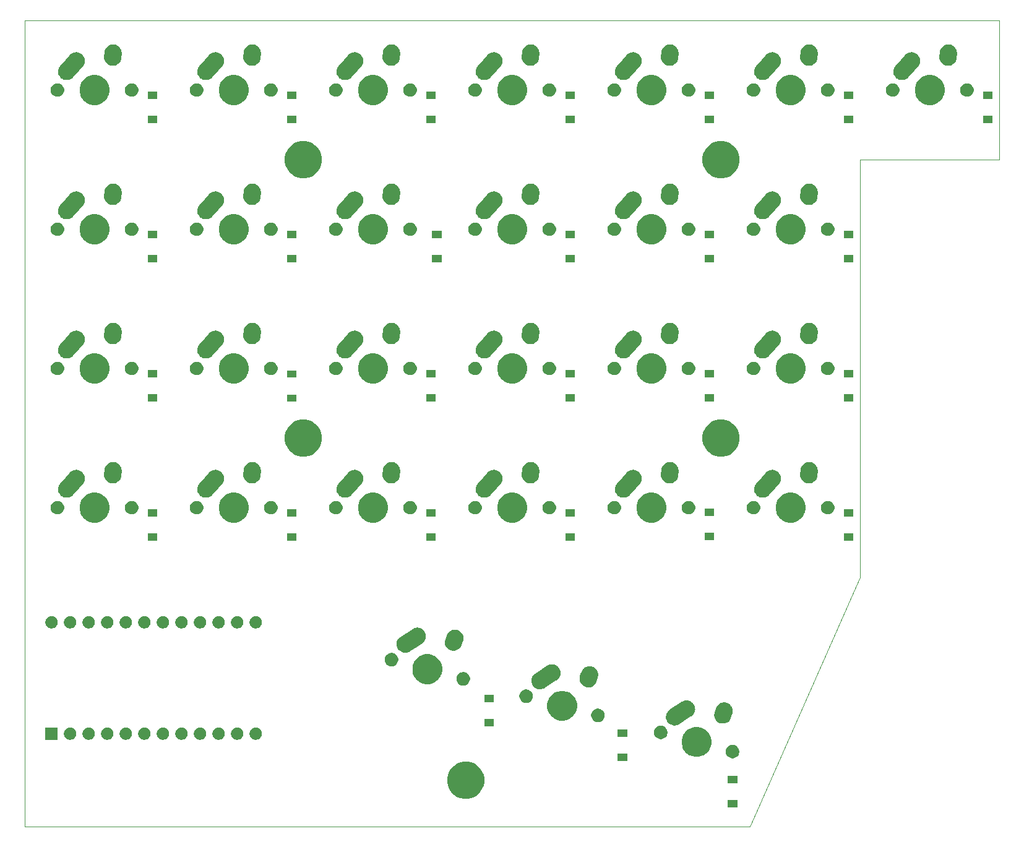
<source format=gbr>
G04 #@! TF.GenerationSoftware,KiCad,Pcbnew,(5.1.4)-1*
G04 #@! TF.CreationDate,2022-03-17T16:03:27-07:00*
G04 #@! TF.ProjectId,Dweebs-Macro-Mini,44776565-6273-42d4-9d61-63726f2d4d69,rev?*
G04 #@! TF.SameCoordinates,Original*
G04 #@! TF.FileFunction,Soldermask,Bot*
G04 #@! TF.FilePolarity,Negative*
%FSLAX46Y46*%
G04 Gerber Fmt 4.6, Leading zero omitted, Abs format (unit mm)*
G04 Created by KiCad (PCBNEW (5.1.4)-1) date 2022-03-17 16:03:27*
%MOMM*%
%LPD*%
G04 APERTURE LIST*
%ADD10C,0.050000*%
%ADD11C,0.100000*%
G04 APERTURE END LIST*
D10*
X73772884Y-150018562D02*
X73818750Y-39687500D01*
X173037500Y-150018750D02*
X188118750Y-115887500D01*
X169068750Y-150018750D02*
X173037500Y-150018750D01*
X169068750Y-150018750D02*
X73772884Y-150018562D01*
X188118750Y-58737500D02*
X188118750Y-115887500D01*
X207168750Y-58737500D02*
X188118750Y-58737500D01*
X207168750Y-39687500D02*
X207168750Y-58737500D01*
X73818750Y-39687500D02*
X207168750Y-39687500D01*
D11*
G36*
X171307250Y-147407250D02*
G01*
X170005250Y-147407250D01*
X170005250Y-146405250D01*
X171307250Y-146405250D01*
X171307250Y-147407250D01*
X171307250Y-147407250D01*
G37*
G36*
X134887848Y-141215783D02*
G01*
X135352100Y-141408082D01*
X135352102Y-141408083D01*
X135769918Y-141687259D01*
X136125241Y-142042582D01*
X136404417Y-142460398D01*
X136404418Y-142460400D01*
X136596717Y-142924652D01*
X136694750Y-143417497D01*
X136694750Y-143920003D01*
X136596717Y-144412848D01*
X136404418Y-144877100D01*
X136404417Y-144877102D01*
X136125241Y-145294918D01*
X135769918Y-145650241D01*
X135352102Y-145929417D01*
X135352101Y-145929418D01*
X135352100Y-145929418D01*
X134887848Y-146121717D01*
X134395003Y-146219750D01*
X133892497Y-146219750D01*
X133399652Y-146121717D01*
X132935400Y-145929418D01*
X132935399Y-145929418D01*
X132935398Y-145929417D01*
X132517582Y-145650241D01*
X132162259Y-145294918D01*
X131883083Y-144877102D01*
X131883082Y-144877100D01*
X131690783Y-144412848D01*
X131592750Y-143920003D01*
X131592750Y-143417497D01*
X131690783Y-142924652D01*
X131883082Y-142460400D01*
X131883083Y-142460398D01*
X132162259Y-142042582D01*
X132517582Y-141687259D01*
X132935398Y-141408083D01*
X132935400Y-141408082D01*
X133399652Y-141215783D01*
X133892497Y-141117750D01*
X134395003Y-141117750D01*
X134887848Y-141215783D01*
X134887848Y-141215783D01*
G37*
G36*
X171307250Y-144107250D02*
G01*
X170005250Y-144107250D01*
X170005250Y-143105250D01*
X171307250Y-143105250D01*
X171307250Y-144107250D01*
X171307250Y-144107250D01*
G37*
G36*
X156226000Y-141057250D02*
G01*
X154924000Y-141057250D01*
X154924000Y-140055250D01*
X156226000Y-140055250D01*
X156226000Y-141057250D01*
X156226000Y-141057250D01*
G37*
G36*
X170912007Y-138854386D02*
G01*
X171080529Y-138924190D01*
X171232194Y-139025529D01*
X171361175Y-139154510D01*
X171462514Y-139306175D01*
X171532318Y-139474697D01*
X171567903Y-139653598D01*
X171567903Y-139836004D01*
X171532318Y-140014905D01*
X171462514Y-140183427D01*
X171361175Y-140335092D01*
X171232194Y-140464073D01*
X171080529Y-140565412D01*
X170912007Y-140635216D01*
X170733106Y-140670801D01*
X170550700Y-140670801D01*
X170371799Y-140635216D01*
X170203277Y-140565412D01*
X170051612Y-140464073D01*
X169922631Y-140335092D01*
X169821292Y-140183427D01*
X169751488Y-140014905D01*
X169715903Y-139836004D01*
X169715903Y-139653598D01*
X169751488Y-139474697D01*
X169821292Y-139306175D01*
X169922631Y-139154510D01*
X170051612Y-139025529D01*
X170203277Y-138924190D01*
X170371799Y-138854386D01*
X170550700Y-138818801D01*
X170733106Y-138818801D01*
X170912007Y-138854386D01*
X170912007Y-138854386D01*
G37*
G36*
X166331474Y-136463684D02*
G01*
X166479284Y-136524909D01*
X166703623Y-136617833D01*
X167038548Y-136841623D01*
X167323377Y-137126452D01*
X167547167Y-137461377D01*
X167585460Y-137553825D01*
X167701316Y-137833526D01*
X167779900Y-138228594D01*
X167779900Y-138631406D01*
X167701316Y-139026474D01*
X167648281Y-139154511D01*
X167547167Y-139398623D01*
X167323377Y-139733548D01*
X167038548Y-140018377D01*
X166703623Y-140242167D01*
X166549474Y-140306017D01*
X166331474Y-140396316D01*
X165936406Y-140474900D01*
X165533594Y-140474900D01*
X165138526Y-140396316D01*
X164920526Y-140306017D01*
X164766377Y-140242167D01*
X164431452Y-140018377D01*
X164146623Y-139733548D01*
X163922833Y-139398623D01*
X163821719Y-139154511D01*
X163768684Y-139026474D01*
X163690100Y-138631406D01*
X163690100Y-138228594D01*
X163768684Y-137833526D01*
X163884540Y-137553825D01*
X163922833Y-137461377D01*
X164146623Y-137126452D01*
X164431452Y-136841623D01*
X164766377Y-136617833D01*
X164990716Y-136524909D01*
X165138526Y-136463684D01*
X165533594Y-136385100D01*
X165936406Y-136385100D01*
X166331474Y-136463684D01*
X166331474Y-136463684D01*
G37*
G36*
X100578228Y-136468703D02*
G01*
X100733100Y-136532853D01*
X100872481Y-136625985D01*
X100991015Y-136744519D01*
X101084147Y-136883900D01*
X101148297Y-137038772D01*
X101181000Y-137203184D01*
X101181000Y-137370816D01*
X101148297Y-137535228D01*
X101084147Y-137690100D01*
X100991015Y-137829481D01*
X100872481Y-137948015D01*
X100733100Y-138041147D01*
X100578228Y-138105297D01*
X100413816Y-138138000D01*
X100246184Y-138138000D01*
X100081772Y-138105297D01*
X99926900Y-138041147D01*
X99787519Y-137948015D01*
X99668985Y-137829481D01*
X99575853Y-137690100D01*
X99511703Y-137535228D01*
X99479000Y-137370816D01*
X99479000Y-137203184D01*
X99511703Y-137038772D01*
X99575853Y-136883900D01*
X99668985Y-136744519D01*
X99787519Y-136625985D01*
X99926900Y-136532853D01*
X100081772Y-136468703D01*
X100246184Y-136436000D01*
X100413816Y-136436000D01*
X100578228Y-136468703D01*
X100578228Y-136468703D01*
G37*
G36*
X105658228Y-136468703D02*
G01*
X105813100Y-136532853D01*
X105952481Y-136625985D01*
X106071015Y-136744519D01*
X106164147Y-136883900D01*
X106228297Y-137038772D01*
X106261000Y-137203184D01*
X106261000Y-137370816D01*
X106228297Y-137535228D01*
X106164147Y-137690100D01*
X106071015Y-137829481D01*
X105952481Y-137948015D01*
X105813100Y-138041147D01*
X105658228Y-138105297D01*
X105493816Y-138138000D01*
X105326184Y-138138000D01*
X105161772Y-138105297D01*
X105006900Y-138041147D01*
X104867519Y-137948015D01*
X104748985Y-137829481D01*
X104655853Y-137690100D01*
X104591703Y-137535228D01*
X104559000Y-137370816D01*
X104559000Y-137203184D01*
X104591703Y-137038772D01*
X104655853Y-136883900D01*
X104748985Y-136744519D01*
X104867519Y-136625985D01*
X105006900Y-136532853D01*
X105161772Y-136468703D01*
X105326184Y-136436000D01*
X105493816Y-136436000D01*
X105658228Y-136468703D01*
X105658228Y-136468703D01*
G37*
G36*
X103118228Y-136468703D02*
G01*
X103273100Y-136532853D01*
X103412481Y-136625985D01*
X103531015Y-136744519D01*
X103624147Y-136883900D01*
X103688297Y-137038772D01*
X103721000Y-137203184D01*
X103721000Y-137370816D01*
X103688297Y-137535228D01*
X103624147Y-137690100D01*
X103531015Y-137829481D01*
X103412481Y-137948015D01*
X103273100Y-138041147D01*
X103118228Y-138105297D01*
X102953816Y-138138000D01*
X102786184Y-138138000D01*
X102621772Y-138105297D01*
X102466900Y-138041147D01*
X102327519Y-137948015D01*
X102208985Y-137829481D01*
X102115853Y-137690100D01*
X102051703Y-137535228D01*
X102019000Y-137370816D01*
X102019000Y-137203184D01*
X102051703Y-137038772D01*
X102115853Y-136883900D01*
X102208985Y-136744519D01*
X102327519Y-136625985D01*
X102466900Y-136532853D01*
X102621772Y-136468703D01*
X102786184Y-136436000D01*
X102953816Y-136436000D01*
X103118228Y-136468703D01*
X103118228Y-136468703D01*
G37*
G36*
X90418228Y-136468703D02*
G01*
X90573100Y-136532853D01*
X90712481Y-136625985D01*
X90831015Y-136744519D01*
X90924147Y-136883900D01*
X90988297Y-137038772D01*
X91021000Y-137203184D01*
X91021000Y-137370816D01*
X90988297Y-137535228D01*
X90924147Y-137690100D01*
X90831015Y-137829481D01*
X90712481Y-137948015D01*
X90573100Y-138041147D01*
X90418228Y-138105297D01*
X90253816Y-138138000D01*
X90086184Y-138138000D01*
X89921772Y-138105297D01*
X89766900Y-138041147D01*
X89627519Y-137948015D01*
X89508985Y-137829481D01*
X89415853Y-137690100D01*
X89351703Y-137535228D01*
X89319000Y-137370816D01*
X89319000Y-137203184D01*
X89351703Y-137038772D01*
X89415853Y-136883900D01*
X89508985Y-136744519D01*
X89627519Y-136625985D01*
X89766900Y-136532853D01*
X89921772Y-136468703D01*
X90086184Y-136436000D01*
X90253816Y-136436000D01*
X90418228Y-136468703D01*
X90418228Y-136468703D01*
G37*
G36*
X87878228Y-136468703D02*
G01*
X88033100Y-136532853D01*
X88172481Y-136625985D01*
X88291015Y-136744519D01*
X88384147Y-136883900D01*
X88448297Y-137038772D01*
X88481000Y-137203184D01*
X88481000Y-137370816D01*
X88448297Y-137535228D01*
X88384147Y-137690100D01*
X88291015Y-137829481D01*
X88172481Y-137948015D01*
X88033100Y-138041147D01*
X87878228Y-138105297D01*
X87713816Y-138138000D01*
X87546184Y-138138000D01*
X87381772Y-138105297D01*
X87226900Y-138041147D01*
X87087519Y-137948015D01*
X86968985Y-137829481D01*
X86875853Y-137690100D01*
X86811703Y-137535228D01*
X86779000Y-137370816D01*
X86779000Y-137203184D01*
X86811703Y-137038772D01*
X86875853Y-136883900D01*
X86968985Y-136744519D01*
X87087519Y-136625985D01*
X87226900Y-136532853D01*
X87381772Y-136468703D01*
X87546184Y-136436000D01*
X87713816Y-136436000D01*
X87878228Y-136468703D01*
X87878228Y-136468703D01*
G37*
G36*
X85338228Y-136468703D02*
G01*
X85493100Y-136532853D01*
X85632481Y-136625985D01*
X85751015Y-136744519D01*
X85844147Y-136883900D01*
X85908297Y-137038772D01*
X85941000Y-137203184D01*
X85941000Y-137370816D01*
X85908297Y-137535228D01*
X85844147Y-137690100D01*
X85751015Y-137829481D01*
X85632481Y-137948015D01*
X85493100Y-138041147D01*
X85338228Y-138105297D01*
X85173816Y-138138000D01*
X85006184Y-138138000D01*
X84841772Y-138105297D01*
X84686900Y-138041147D01*
X84547519Y-137948015D01*
X84428985Y-137829481D01*
X84335853Y-137690100D01*
X84271703Y-137535228D01*
X84239000Y-137370816D01*
X84239000Y-137203184D01*
X84271703Y-137038772D01*
X84335853Y-136883900D01*
X84428985Y-136744519D01*
X84547519Y-136625985D01*
X84686900Y-136532853D01*
X84841772Y-136468703D01*
X85006184Y-136436000D01*
X85173816Y-136436000D01*
X85338228Y-136468703D01*
X85338228Y-136468703D01*
G37*
G36*
X82798228Y-136468703D02*
G01*
X82953100Y-136532853D01*
X83092481Y-136625985D01*
X83211015Y-136744519D01*
X83304147Y-136883900D01*
X83368297Y-137038772D01*
X83401000Y-137203184D01*
X83401000Y-137370816D01*
X83368297Y-137535228D01*
X83304147Y-137690100D01*
X83211015Y-137829481D01*
X83092481Y-137948015D01*
X82953100Y-138041147D01*
X82798228Y-138105297D01*
X82633816Y-138138000D01*
X82466184Y-138138000D01*
X82301772Y-138105297D01*
X82146900Y-138041147D01*
X82007519Y-137948015D01*
X81888985Y-137829481D01*
X81795853Y-137690100D01*
X81731703Y-137535228D01*
X81699000Y-137370816D01*
X81699000Y-137203184D01*
X81731703Y-137038772D01*
X81795853Y-136883900D01*
X81888985Y-136744519D01*
X82007519Y-136625985D01*
X82146900Y-136532853D01*
X82301772Y-136468703D01*
X82466184Y-136436000D01*
X82633816Y-136436000D01*
X82798228Y-136468703D01*
X82798228Y-136468703D01*
G37*
G36*
X80258228Y-136468703D02*
G01*
X80413100Y-136532853D01*
X80552481Y-136625985D01*
X80671015Y-136744519D01*
X80764147Y-136883900D01*
X80828297Y-137038772D01*
X80861000Y-137203184D01*
X80861000Y-137370816D01*
X80828297Y-137535228D01*
X80764147Y-137690100D01*
X80671015Y-137829481D01*
X80552481Y-137948015D01*
X80413100Y-138041147D01*
X80258228Y-138105297D01*
X80093816Y-138138000D01*
X79926184Y-138138000D01*
X79761772Y-138105297D01*
X79606900Y-138041147D01*
X79467519Y-137948015D01*
X79348985Y-137829481D01*
X79255853Y-137690100D01*
X79191703Y-137535228D01*
X79159000Y-137370816D01*
X79159000Y-137203184D01*
X79191703Y-137038772D01*
X79255853Y-136883900D01*
X79348985Y-136744519D01*
X79467519Y-136625985D01*
X79606900Y-136532853D01*
X79761772Y-136468703D01*
X79926184Y-136436000D01*
X80093816Y-136436000D01*
X80258228Y-136468703D01*
X80258228Y-136468703D01*
G37*
G36*
X78321000Y-138138000D02*
G01*
X76619000Y-138138000D01*
X76619000Y-136436000D01*
X78321000Y-136436000D01*
X78321000Y-138138000D01*
X78321000Y-138138000D01*
G37*
G36*
X98038228Y-136468703D02*
G01*
X98193100Y-136532853D01*
X98332481Y-136625985D01*
X98451015Y-136744519D01*
X98544147Y-136883900D01*
X98608297Y-137038772D01*
X98641000Y-137203184D01*
X98641000Y-137370816D01*
X98608297Y-137535228D01*
X98544147Y-137690100D01*
X98451015Y-137829481D01*
X98332481Y-137948015D01*
X98193100Y-138041147D01*
X98038228Y-138105297D01*
X97873816Y-138138000D01*
X97706184Y-138138000D01*
X97541772Y-138105297D01*
X97386900Y-138041147D01*
X97247519Y-137948015D01*
X97128985Y-137829481D01*
X97035853Y-137690100D01*
X96971703Y-137535228D01*
X96939000Y-137370816D01*
X96939000Y-137203184D01*
X96971703Y-137038772D01*
X97035853Y-136883900D01*
X97128985Y-136744519D01*
X97247519Y-136625985D01*
X97386900Y-136532853D01*
X97541772Y-136468703D01*
X97706184Y-136436000D01*
X97873816Y-136436000D01*
X98038228Y-136468703D01*
X98038228Y-136468703D01*
G37*
G36*
X95498228Y-136468703D02*
G01*
X95653100Y-136532853D01*
X95792481Y-136625985D01*
X95911015Y-136744519D01*
X96004147Y-136883900D01*
X96068297Y-137038772D01*
X96101000Y-137203184D01*
X96101000Y-137370816D01*
X96068297Y-137535228D01*
X96004147Y-137690100D01*
X95911015Y-137829481D01*
X95792481Y-137948015D01*
X95653100Y-138041147D01*
X95498228Y-138105297D01*
X95333816Y-138138000D01*
X95166184Y-138138000D01*
X95001772Y-138105297D01*
X94846900Y-138041147D01*
X94707519Y-137948015D01*
X94588985Y-137829481D01*
X94495853Y-137690100D01*
X94431703Y-137535228D01*
X94399000Y-137370816D01*
X94399000Y-137203184D01*
X94431703Y-137038772D01*
X94495853Y-136883900D01*
X94588985Y-136744519D01*
X94707519Y-136625985D01*
X94846900Y-136532853D01*
X95001772Y-136468703D01*
X95166184Y-136436000D01*
X95333816Y-136436000D01*
X95498228Y-136468703D01*
X95498228Y-136468703D01*
G37*
G36*
X92958228Y-136468703D02*
G01*
X93113100Y-136532853D01*
X93252481Y-136625985D01*
X93371015Y-136744519D01*
X93464147Y-136883900D01*
X93528297Y-137038772D01*
X93561000Y-137203184D01*
X93561000Y-137370816D01*
X93528297Y-137535228D01*
X93464147Y-137690100D01*
X93371015Y-137829481D01*
X93252481Y-137948015D01*
X93113100Y-138041147D01*
X92958228Y-138105297D01*
X92793816Y-138138000D01*
X92626184Y-138138000D01*
X92461772Y-138105297D01*
X92306900Y-138041147D01*
X92167519Y-137948015D01*
X92048985Y-137829481D01*
X91955853Y-137690100D01*
X91891703Y-137535228D01*
X91859000Y-137370816D01*
X91859000Y-137203184D01*
X91891703Y-137038772D01*
X91955853Y-136883900D01*
X92048985Y-136744519D01*
X92167519Y-136625985D01*
X92306900Y-136532853D01*
X92461772Y-136468703D01*
X92626184Y-136436000D01*
X92793816Y-136436000D01*
X92958228Y-136468703D01*
X92958228Y-136468703D01*
G37*
G36*
X161098201Y-136224784D02*
G01*
X161266723Y-136294588D01*
X161418388Y-136395927D01*
X161547369Y-136524908D01*
X161648708Y-136676573D01*
X161718512Y-136845095D01*
X161754097Y-137023996D01*
X161754097Y-137206402D01*
X161718512Y-137385303D01*
X161648708Y-137553825D01*
X161547369Y-137705490D01*
X161418388Y-137834471D01*
X161266723Y-137935810D01*
X161098201Y-138005614D01*
X160919300Y-138041199D01*
X160736894Y-138041199D01*
X160557993Y-138005614D01*
X160389471Y-137935810D01*
X160237806Y-137834471D01*
X160108825Y-137705490D01*
X160007486Y-137553825D01*
X159937682Y-137385303D01*
X159902097Y-137206402D01*
X159902097Y-137023996D01*
X159937682Y-136845095D01*
X160007486Y-136676573D01*
X160108825Y-136524908D01*
X160237806Y-136395927D01*
X160389471Y-136294588D01*
X160557993Y-136224784D01*
X160736894Y-136189199D01*
X160919300Y-136189199D01*
X161098201Y-136224784D01*
X161098201Y-136224784D01*
G37*
G36*
X156226000Y-137757250D02*
G01*
X154924000Y-137757250D01*
X154924000Y-136755250D01*
X156226000Y-136755250D01*
X156226000Y-137757250D01*
X156226000Y-137757250D01*
G37*
G36*
X137969750Y-136294750D02*
G01*
X136667750Y-136294750D01*
X136667750Y-135292750D01*
X137969750Y-135292750D01*
X137969750Y-136294750D01*
X137969750Y-136294750D01*
G37*
G36*
X164413106Y-132742501D02*
G01*
X164426757Y-132743249D01*
X164471288Y-132743249D01*
X164529494Y-132754827D01*
X164540193Y-132756476D01*
X164590018Y-132761955D01*
X164599141Y-132762958D01*
X164641568Y-132776356D01*
X164654819Y-132779756D01*
X164698489Y-132788442D01*
X164753315Y-132811152D01*
X164763487Y-132814857D01*
X164820039Y-132832715D01*
X164859050Y-132854140D01*
X164871363Y-132860049D01*
X164912507Y-132877091D01*
X164919062Y-132881471D01*
X164961847Y-132910059D01*
X164971103Y-132915679D01*
X165023085Y-132944227D01*
X165057159Y-132972844D01*
X165068091Y-132981049D01*
X165100787Y-133002896D01*
X165105118Y-133005790D01*
X165147079Y-133047751D01*
X165155067Y-133055073D01*
X165200475Y-133093209D01*
X165228323Y-133127939D01*
X165237435Y-133138107D01*
X165268923Y-133169595D01*
X165301885Y-133218927D01*
X165308278Y-133227650D01*
X165345391Y-133273934D01*
X165365931Y-133313434D01*
X165372876Y-133325172D01*
X165397620Y-133362204D01*
X165420325Y-133417018D01*
X165424902Y-133426839D01*
X165452264Y-133479459D01*
X165461546Y-133511357D01*
X165464698Y-133522190D01*
X165469231Y-133535088D01*
X165486269Y-133576222D01*
X165497757Y-133633976D01*
X165497842Y-133634406D01*
X165500413Y-133644924D01*
X165516988Y-133701885D01*
X165520847Y-133746224D01*
X165522777Y-133759762D01*
X165531462Y-133803424D01*
X165531462Y-133862747D01*
X165531932Y-133873574D01*
X165537076Y-133932665D01*
X165532210Y-133976911D01*
X165531462Y-133990564D01*
X165531462Y-134035075D01*
X165519891Y-134093246D01*
X165518240Y-134103959D01*
X165513678Y-134145437D01*
X165511755Y-134162929D01*
X165498351Y-134205375D01*
X165494951Y-134218626D01*
X165486269Y-134262276D01*
X165463561Y-134317099D01*
X165459866Y-134327244D01*
X165441998Y-134383827D01*
X165420558Y-134422865D01*
X165414662Y-134435150D01*
X165397620Y-134476294D01*
X165364659Y-134525623D01*
X165359041Y-134534878D01*
X165330486Y-134586873D01*
X165301855Y-134620964D01*
X165293655Y-134631887D01*
X165268921Y-134668905D01*
X165226979Y-134710847D01*
X165219655Y-134718838D01*
X165181504Y-134764263D01*
X165146772Y-134792113D01*
X165136590Y-134801236D01*
X165105117Y-134832709D01*
X165055807Y-134865657D01*
X165047062Y-134872066D01*
X165046066Y-134872865D01*
X165030512Y-134883004D01*
X165003681Y-134900494D01*
X165002669Y-134901163D01*
X164912507Y-134961407D01*
X164912504Y-134961408D01*
X164908896Y-134963819D01*
X164896580Y-134970312D01*
X164407449Y-135289167D01*
X163306035Y-136007158D01*
X163207635Y-136058326D01*
X163152015Y-136087249D01*
X163117457Y-136097305D01*
X162929588Y-136151974D01*
X162698809Y-136172061D01*
X162468546Y-136146740D01*
X162247647Y-136076983D01*
X162044601Y-135965471D01*
X161867211Y-135816489D01*
X161722295Y-135635764D01*
X161642664Y-135482628D01*
X161615422Y-135430240D01*
X161605366Y-135395682D01*
X161550697Y-135207813D01*
X161530610Y-134977034D01*
X161555931Y-134746771D01*
X161625688Y-134525872D01*
X161737200Y-134322826D01*
X161886182Y-134145436D01*
X162021619Y-134036835D01*
X163707120Y-132938087D01*
X163708018Y-132937494D01*
X163798417Y-132877091D01*
X163853250Y-132854378D01*
X163863069Y-132849802D01*
X163915671Y-132822449D01*
X163958396Y-132810016D01*
X163971284Y-132805487D01*
X164012435Y-132788442D01*
X164070639Y-132776865D01*
X164081155Y-132774294D01*
X164138097Y-132757724D01*
X164182430Y-132753865D01*
X164195957Y-132751937D01*
X164239635Y-132743249D01*
X164298981Y-132743249D01*
X164309804Y-132742779D01*
X164368877Y-132737637D01*
X164413106Y-132742501D01*
X164413106Y-132742501D01*
G37*
G36*
X169522204Y-133004416D02*
G01*
X169526691Y-133004497D01*
X169619078Y-133004497D01*
X169630258Y-133006721D01*
X169650118Y-133009039D01*
X169661483Y-133009450D01*
X169751296Y-133030714D01*
X169755666Y-133031666D01*
X169846279Y-133049690D01*
X169853338Y-133052614D01*
X169856800Y-133054048D01*
X169875835Y-133060200D01*
X169886899Y-133062820D01*
X169886903Y-133062821D01*
X169970871Y-133101212D01*
X169974932Y-133102980D01*
X170060297Y-133138339D01*
X170069767Y-133144667D01*
X170087234Y-133154413D01*
X170097579Y-133159143D01*
X170112058Y-133169593D01*
X170172389Y-133213138D01*
X170176098Y-133215715D01*
X170252908Y-133267038D01*
X170260968Y-133275098D01*
X170276193Y-133288059D01*
X170285416Y-133294716D01*
X170348288Y-133362304D01*
X170351367Y-133365497D01*
X170416712Y-133430842D01*
X170423044Y-133440319D01*
X170435443Y-133455997D01*
X170443194Y-133464329D01*
X170491696Y-133542923D01*
X170494049Y-133546586D01*
X170545410Y-133623452D01*
X170545411Y-133623455D01*
X170549769Y-133633976D01*
X170558878Y-133651784D01*
X170564851Y-133661463D01*
X170597078Y-133747980D01*
X170598702Y-133752111D01*
X170634059Y-133837470D01*
X170636282Y-133848648D01*
X170641737Y-133867876D01*
X170645711Y-133878544D01*
X170660438Y-133969673D01*
X170661224Y-133974040D01*
X170673715Y-134036835D01*
X170679252Y-134064672D01*
X170679252Y-134076064D01*
X170680853Y-134096006D01*
X170682667Y-134107232D01*
X170679334Y-134199450D01*
X170679252Y-134203965D01*
X170679252Y-134296321D01*
X170677030Y-134307493D01*
X170674711Y-134327360D01*
X170674300Y-134338727D01*
X170674299Y-134338730D01*
X170653029Y-134428567D01*
X170652078Y-134432937D01*
X170634059Y-134523524D01*
X170605164Y-134593282D01*
X170602451Y-134600454D01*
X170408039Y-135166826D01*
X170335854Y-135324708D01*
X170200282Y-135512545D01*
X170030669Y-135670323D01*
X169833534Y-135791980D01*
X169616453Y-135872840D01*
X169387768Y-135909797D01*
X169274230Y-135905692D01*
X169156270Y-135901429D01*
X169055673Y-135877611D01*
X168930849Y-135848058D01*
X168720173Y-135751735D01*
X168532336Y-135616163D01*
X168374558Y-135446550D01*
X168252901Y-135249415D01*
X168172041Y-135032334D01*
X168135084Y-134803649D01*
X168139955Y-134668905D01*
X168143452Y-134572151D01*
X168166148Y-134476294D01*
X168183449Y-134403219D01*
X168362554Y-133881439D01*
X168366916Y-133865267D01*
X168372445Y-133837470D01*
X168401329Y-133767737D01*
X168404067Y-133760500D01*
X168409711Y-133744058D01*
X168409713Y-133744052D01*
X168423951Y-133712912D01*
X168425750Y-133708781D01*
X168461094Y-133623452D01*
X168467424Y-133613979D01*
X168477168Y-133596515D01*
X168481898Y-133586170D01*
X168535895Y-133511357D01*
X168538472Y-133507648D01*
X168589793Y-133430841D01*
X168597853Y-133422781D01*
X168610813Y-133407558D01*
X168617470Y-133398334D01*
X168685063Y-133335457D01*
X168688258Y-133332376D01*
X168753597Y-133267037D01*
X168763071Y-133260707D01*
X168778748Y-133248308D01*
X168787083Y-133240555D01*
X168865672Y-133192055D01*
X168869360Y-133189687D01*
X168946207Y-133138339D01*
X168956732Y-133133979D01*
X168974536Y-133124873D01*
X168984218Y-133118898D01*
X169070742Y-133086669D01*
X169074866Y-133085047D01*
X169160225Y-133049690D01*
X169171408Y-133047466D01*
X169190627Y-133042013D01*
X169201298Y-133038038D01*
X169292432Y-133023311D01*
X169296818Y-133022520D01*
X169387425Y-133004497D01*
X169398823Y-133004497D01*
X169418751Y-133002897D01*
X169429983Y-133001082D01*
X169522204Y-133004416D01*
X169522204Y-133004416D01*
G37*
G36*
X152497007Y-133901386D02*
G01*
X152665529Y-133971190D01*
X152817194Y-134072529D01*
X152946175Y-134201510D01*
X153047514Y-134353175D01*
X153117318Y-134521697D01*
X153152903Y-134700598D01*
X153152903Y-134883004D01*
X153117318Y-135061905D01*
X153047514Y-135230427D01*
X152946175Y-135382092D01*
X152817194Y-135511073D01*
X152665529Y-135612412D01*
X152497007Y-135682216D01*
X152318106Y-135717801D01*
X152135700Y-135717801D01*
X151956799Y-135682216D01*
X151788277Y-135612412D01*
X151636612Y-135511073D01*
X151507631Y-135382092D01*
X151406292Y-135230427D01*
X151336488Y-135061905D01*
X151300903Y-134883004D01*
X151300903Y-134700598D01*
X151336488Y-134521697D01*
X151406292Y-134353175D01*
X151507631Y-134201510D01*
X151636612Y-134072529D01*
X151788277Y-133971190D01*
X151956799Y-133901386D01*
X152135700Y-133865801D01*
X152318106Y-133865801D01*
X152497007Y-133901386D01*
X152497007Y-133901386D01*
G37*
G36*
X147916474Y-131510684D02*
G01*
X148064284Y-131571909D01*
X148288623Y-131664833D01*
X148623548Y-131888623D01*
X148908377Y-132173452D01*
X149132167Y-132508377D01*
X149170460Y-132600825D01*
X149286316Y-132880526D01*
X149364900Y-133275594D01*
X149364900Y-133678406D01*
X149286316Y-134073474D01*
X149196017Y-134291474D01*
X149132167Y-134445623D01*
X148908377Y-134780548D01*
X148623548Y-135065377D01*
X148288623Y-135289167D01*
X148134474Y-135353017D01*
X147916474Y-135443316D01*
X147521406Y-135521900D01*
X147118594Y-135521900D01*
X146723526Y-135443316D01*
X146505526Y-135353017D01*
X146351377Y-135289167D01*
X146016452Y-135065377D01*
X145731623Y-134780548D01*
X145507833Y-134445623D01*
X145443983Y-134291474D01*
X145353684Y-134073474D01*
X145275100Y-133678406D01*
X145275100Y-133275594D01*
X145353684Y-132880526D01*
X145469540Y-132600825D01*
X145507833Y-132508377D01*
X145731623Y-132173452D01*
X146016452Y-131888623D01*
X146351377Y-131664833D01*
X146575716Y-131571909D01*
X146723526Y-131510684D01*
X147118594Y-131432100D01*
X147521406Y-131432100D01*
X147916474Y-131510684D01*
X147916474Y-131510684D01*
G37*
G36*
X142683201Y-131271784D02*
G01*
X142851723Y-131341588D01*
X143003388Y-131442927D01*
X143132369Y-131571908D01*
X143233708Y-131723573D01*
X143303512Y-131892095D01*
X143339097Y-132070996D01*
X143339097Y-132253402D01*
X143303512Y-132432303D01*
X143233708Y-132600825D01*
X143132369Y-132752490D01*
X143003388Y-132881471D01*
X142851723Y-132982810D01*
X142683201Y-133052614D01*
X142504300Y-133088199D01*
X142321894Y-133088199D01*
X142142993Y-133052614D01*
X141974471Y-132982810D01*
X141822806Y-132881471D01*
X141693825Y-132752490D01*
X141592486Y-132600825D01*
X141522682Y-132432303D01*
X141487097Y-132253402D01*
X141487097Y-132070996D01*
X141522682Y-131892095D01*
X141592486Y-131723573D01*
X141693825Y-131571908D01*
X141822806Y-131442927D01*
X141974471Y-131341588D01*
X142142993Y-131271784D01*
X142321894Y-131236199D01*
X142504300Y-131236199D01*
X142683201Y-131271784D01*
X142683201Y-131271784D01*
G37*
G36*
X137969750Y-132994750D02*
G01*
X136667750Y-132994750D01*
X136667750Y-131992750D01*
X137969750Y-131992750D01*
X137969750Y-132994750D01*
X137969750Y-132994750D01*
G37*
G36*
X145998106Y-127789501D02*
G01*
X146011757Y-127790249D01*
X146056288Y-127790249D01*
X146114494Y-127801827D01*
X146125193Y-127803476D01*
X146175018Y-127808955D01*
X146184141Y-127809958D01*
X146226568Y-127823356D01*
X146239819Y-127826756D01*
X146283489Y-127835442D01*
X146338315Y-127858152D01*
X146348487Y-127861857D01*
X146405039Y-127879715D01*
X146444050Y-127901140D01*
X146456363Y-127907049D01*
X146497507Y-127924091D01*
X146497508Y-127924092D01*
X146546847Y-127957059D01*
X146556103Y-127962679D01*
X146608085Y-127991227D01*
X146642159Y-128019844D01*
X146653091Y-128028049D01*
X146685787Y-128049896D01*
X146690118Y-128052790D01*
X146732079Y-128094751D01*
X146740067Y-128102073D01*
X146785475Y-128140209D01*
X146813323Y-128174939D01*
X146822435Y-128185107D01*
X146853923Y-128216595D01*
X146886885Y-128265927D01*
X146893278Y-128274650D01*
X146930391Y-128320934D01*
X146950931Y-128360434D01*
X146957876Y-128372172D01*
X146982620Y-128409204D01*
X147005325Y-128464018D01*
X147009902Y-128473839D01*
X147037264Y-128526459D01*
X147046546Y-128558357D01*
X147049698Y-128569190D01*
X147054231Y-128582088D01*
X147071269Y-128623222D01*
X147082757Y-128680976D01*
X147082842Y-128681406D01*
X147085413Y-128691924D01*
X147101988Y-128748885D01*
X147105847Y-128793224D01*
X147107777Y-128806762D01*
X147116462Y-128850424D01*
X147116462Y-128909747D01*
X147116932Y-128920574D01*
X147122076Y-128979665D01*
X147117210Y-129023911D01*
X147116462Y-129037564D01*
X147116462Y-129082075D01*
X147104891Y-129140246D01*
X147103240Y-129150959D01*
X147098678Y-129192437D01*
X147096755Y-129209929D01*
X147083351Y-129252375D01*
X147079951Y-129265626D01*
X147071269Y-129309276D01*
X147048561Y-129364099D01*
X147044866Y-129374244D01*
X147026998Y-129430827D01*
X147005558Y-129469865D01*
X146999662Y-129482150D01*
X146982620Y-129523294D01*
X146949659Y-129572623D01*
X146944041Y-129581878D01*
X146915486Y-129633873D01*
X146886855Y-129667964D01*
X146878655Y-129678887D01*
X146853921Y-129715905D01*
X146811979Y-129757847D01*
X146804655Y-129765838D01*
X146766504Y-129811263D01*
X146731772Y-129839113D01*
X146721590Y-129848236D01*
X146690117Y-129879709D01*
X146640807Y-129912657D01*
X146632062Y-129919066D01*
X146631066Y-129919865D01*
X146612161Y-129932189D01*
X146588681Y-129947494D01*
X146587669Y-129948163D01*
X146497507Y-130008407D01*
X146497504Y-130008408D01*
X146493896Y-130010819D01*
X146481580Y-130017312D01*
X145958490Y-130358304D01*
X144891035Y-131054158D01*
X144792635Y-131105326D01*
X144737015Y-131134249D01*
X144702457Y-131144305D01*
X144514588Y-131198974D01*
X144283809Y-131219061D01*
X144053546Y-131193740D01*
X143832647Y-131123983D01*
X143629601Y-131012471D01*
X143452211Y-130863489D01*
X143307295Y-130682764D01*
X143220006Y-130514900D01*
X143200422Y-130477240D01*
X143188513Y-130436315D01*
X143135697Y-130254813D01*
X143115610Y-130024034D01*
X143140931Y-129793771D01*
X143210688Y-129572872D01*
X143322200Y-129369826D01*
X143471182Y-129192436D01*
X143606619Y-129083835D01*
X145292120Y-127985087D01*
X145293018Y-127984494D01*
X145383417Y-127924091D01*
X145438250Y-127901378D01*
X145448069Y-127896802D01*
X145492833Y-127873525D01*
X145500671Y-127869449D01*
X145543396Y-127857016D01*
X145556284Y-127852487D01*
X145597435Y-127835442D01*
X145655639Y-127823865D01*
X145666155Y-127821294D01*
X145723097Y-127804724D01*
X145767430Y-127800865D01*
X145780957Y-127798937D01*
X145824635Y-127790249D01*
X145883981Y-127790249D01*
X145894804Y-127789779D01*
X145953877Y-127784637D01*
X145998106Y-127789501D01*
X145998106Y-127789501D01*
G37*
G36*
X151107204Y-128051416D02*
G01*
X151111691Y-128051497D01*
X151204078Y-128051497D01*
X151215258Y-128053721D01*
X151235118Y-128056039D01*
X151246483Y-128056450D01*
X151336296Y-128077714D01*
X151340666Y-128078666D01*
X151431279Y-128096690D01*
X151441800Y-128101048D01*
X151460835Y-128107200D01*
X151471899Y-128109820D01*
X151471903Y-128109821D01*
X151555871Y-128148212D01*
X151559932Y-128149980D01*
X151645297Y-128185339D01*
X151654767Y-128191667D01*
X151672234Y-128201413D01*
X151682579Y-128206143D01*
X151697058Y-128216593D01*
X151757389Y-128260138D01*
X151761098Y-128262715D01*
X151837908Y-128314038D01*
X151845968Y-128322098D01*
X151861193Y-128335059D01*
X151870416Y-128341716D01*
X151933288Y-128409304D01*
X151936367Y-128412497D01*
X152001712Y-128477842D01*
X152008044Y-128487319D01*
X152020443Y-128502997D01*
X152028194Y-128511329D01*
X152076696Y-128589923D01*
X152079049Y-128593586D01*
X152130410Y-128670452D01*
X152130411Y-128670455D01*
X152134769Y-128680976D01*
X152143878Y-128698784D01*
X152149851Y-128708463D01*
X152182078Y-128794980D01*
X152183702Y-128799111D01*
X152219059Y-128884470D01*
X152221282Y-128895648D01*
X152226737Y-128914876D01*
X152230711Y-128925544D01*
X152245438Y-129016673D01*
X152246224Y-129021040D01*
X152258715Y-129083835D01*
X152264252Y-129111672D01*
X152264252Y-129123064D01*
X152265853Y-129143006D01*
X152267667Y-129154232D01*
X152264334Y-129246450D01*
X152264252Y-129250965D01*
X152264252Y-129343323D01*
X152262030Y-129354493D01*
X152259711Y-129374360D01*
X152259300Y-129385727D01*
X152259299Y-129385730D01*
X152238029Y-129475567D01*
X152237078Y-129479937D01*
X152219059Y-129570524D01*
X152190164Y-129640282D01*
X152187451Y-129647454D01*
X151993039Y-130213826D01*
X151920854Y-130371708D01*
X151785282Y-130559545D01*
X151615669Y-130717323D01*
X151418534Y-130838980D01*
X151201453Y-130919840D01*
X150972768Y-130956797D01*
X150859230Y-130952692D01*
X150741270Y-130948429D01*
X150640673Y-130924611D01*
X150515849Y-130895058D01*
X150305173Y-130798735D01*
X150117336Y-130663163D01*
X149959558Y-130493550D01*
X149837901Y-130296415D01*
X149757041Y-130079334D01*
X149720084Y-129850649D01*
X149724955Y-129715905D01*
X149728452Y-129619151D01*
X149762455Y-129475536D01*
X149768449Y-129450219D01*
X149947554Y-128928439D01*
X149951916Y-128912267D01*
X149957445Y-128884470D01*
X149986329Y-128814737D01*
X149989067Y-128807500D01*
X149994711Y-128791058D01*
X149994713Y-128791052D01*
X150008951Y-128759912D01*
X150010750Y-128755781D01*
X150046094Y-128670452D01*
X150052424Y-128660979D01*
X150062168Y-128643515D01*
X150066898Y-128633170D01*
X150120895Y-128558357D01*
X150123472Y-128554648D01*
X150174793Y-128477841D01*
X150182853Y-128469781D01*
X150195813Y-128454558D01*
X150202470Y-128445334D01*
X150270063Y-128382457D01*
X150273258Y-128379376D01*
X150338597Y-128314037D01*
X150348071Y-128307707D01*
X150363748Y-128295308D01*
X150372083Y-128287555D01*
X150450672Y-128239055D01*
X150454360Y-128236687D01*
X150531207Y-128185339D01*
X150541732Y-128180979D01*
X150559536Y-128171873D01*
X150569218Y-128165898D01*
X150655742Y-128133669D01*
X150659866Y-128132047D01*
X150745225Y-128096690D01*
X150756408Y-128094466D01*
X150775627Y-128089013D01*
X150786298Y-128085038D01*
X150877432Y-128070311D01*
X150881818Y-128069520D01*
X150972425Y-128051497D01*
X150983823Y-128051497D01*
X151003751Y-128049897D01*
X151014983Y-128048082D01*
X151107204Y-128051416D01*
X151107204Y-128051416D01*
G37*
G36*
X134067007Y-128894386D02*
G01*
X134235529Y-128964190D01*
X134387194Y-129065529D01*
X134516175Y-129194510D01*
X134617514Y-129346175D01*
X134687318Y-129514697D01*
X134722903Y-129693598D01*
X134722903Y-129876004D01*
X134687318Y-130054905D01*
X134617514Y-130223427D01*
X134516175Y-130375092D01*
X134387194Y-130504073D01*
X134235529Y-130605412D01*
X134067007Y-130675216D01*
X133888106Y-130710801D01*
X133705700Y-130710801D01*
X133526799Y-130675216D01*
X133358277Y-130605412D01*
X133206612Y-130504073D01*
X133077631Y-130375092D01*
X132976292Y-130223427D01*
X132906488Y-130054905D01*
X132870903Y-129876004D01*
X132870903Y-129693598D01*
X132906488Y-129514697D01*
X132976292Y-129346175D01*
X133077631Y-129194510D01*
X133206612Y-129065529D01*
X133358277Y-128964190D01*
X133526799Y-128894386D01*
X133705700Y-128858801D01*
X133888106Y-128858801D01*
X134067007Y-128894386D01*
X134067007Y-128894386D01*
G37*
G36*
X129486474Y-126503684D02*
G01*
X129634284Y-126564909D01*
X129858623Y-126657833D01*
X130193548Y-126881623D01*
X130478377Y-127166452D01*
X130702167Y-127501377D01*
X130740460Y-127593825D01*
X130856316Y-127873526D01*
X130934900Y-128268594D01*
X130934900Y-128671406D01*
X130856316Y-129066474D01*
X130803281Y-129194511D01*
X130702167Y-129438623D01*
X130478377Y-129773548D01*
X130193548Y-130058377D01*
X129858623Y-130282167D01*
X129704474Y-130346017D01*
X129486474Y-130436316D01*
X129091406Y-130514900D01*
X128688594Y-130514900D01*
X128293526Y-130436316D01*
X128075526Y-130346017D01*
X127921377Y-130282167D01*
X127586452Y-130058377D01*
X127301623Y-129773548D01*
X127077833Y-129438623D01*
X126976719Y-129194511D01*
X126923684Y-129066474D01*
X126845100Y-128671406D01*
X126845100Y-128268594D01*
X126923684Y-127873526D01*
X127039540Y-127593825D01*
X127077833Y-127501377D01*
X127301623Y-127166452D01*
X127586452Y-126881623D01*
X127921377Y-126657833D01*
X128145716Y-126564909D01*
X128293526Y-126503684D01*
X128688594Y-126425100D01*
X129091406Y-126425100D01*
X129486474Y-126503684D01*
X129486474Y-126503684D01*
G37*
G36*
X124253201Y-126264784D02*
G01*
X124421723Y-126334588D01*
X124573388Y-126435927D01*
X124702369Y-126564908D01*
X124803708Y-126716573D01*
X124873512Y-126885095D01*
X124909097Y-127063996D01*
X124909097Y-127246402D01*
X124873512Y-127425303D01*
X124803708Y-127593825D01*
X124702369Y-127745490D01*
X124573388Y-127874471D01*
X124421723Y-127975810D01*
X124253201Y-128045614D01*
X124074300Y-128081199D01*
X123891894Y-128081199D01*
X123712993Y-128045614D01*
X123544471Y-127975810D01*
X123392806Y-127874471D01*
X123263825Y-127745490D01*
X123162486Y-127593825D01*
X123092682Y-127425303D01*
X123057097Y-127246402D01*
X123057097Y-127063996D01*
X123092682Y-126885095D01*
X123162486Y-126716573D01*
X123263825Y-126564908D01*
X123392806Y-126435927D01*
X123544471Y-126334588D01*
X123712993Y-126264784D01*
X123891894Y-126229199D01*
X124074300Y-126229199D01*
X124253201Y-126264784D01*
X124253201Y-126264784D01*
G37*
G36*
X127568106Y-122782501D02*
G01*
X127581757Y-122783249D01*
X127626288Y-122783249D01*
X127684494Y-122794827D01*
X127695193Y-122796476D01*
X127745018Y-122801955D01*
X127754141Y-122802958D01*
X127796568Y-122816356D01*
X127809819Y-122819756D01*
X127853489Y-122828442D01*
X127908315Y-122851152D01*
X127918487Y-122854857D01*
X127975039Y-122872715D01*
X128014050Y-122894140D01*
X128026363Y-122900049D01*
X128067507Y-122917091D01*
X128067508Y-122917092D01*
X128116847Y-122950059D01*
X128126103Y-122955679D01*
X128178085Y-122984227D01*
X128212159Y-123012844D01*
X128223091Y-123021049D01*
X128255787Y-123042896D01*
X128260118Y-123045790D01*
X128302079Y-123087751D01*
X128310067Y-123095073D01*
X128355475Y-123133209D01*
X128383323Y-123167939D01*
X128392435Y-123178107D01*
X128423923Y-123209595D01*
X128456885Y-123258927D01*
X128463278Y-123267650D01*
X128500391Y-123313934D01*
X128520931Y-123353434D01*
X128527876Y-123365172D01*
X128552620Y-123402204D01*
X128575325Y-123457018D01*
X128579902Y-123466839D01*
X128607264Y-123519459D01*
X128616546Y-123551357D01*
X128619698Y-123562190D01*
X128624231Y-123575088D01*
X128641269Y-123616222D01*
X128652757Y-123673976D01*
X128652842Y-123674406D01*
X128655413Y-123684924D01*
X128671988Y-123741885D01*
X128675847Y-123786224D01*
X128677777Y-123799762D01*
X128686462Y-123843424D01*
X128686462Y-123902747D01*
X128686932Y-123913574D01*
X128692076Y-123972665D01*
X128687210Y-124016911D01*
X128686462Y-124030564D01*
X128686462Y-124075075D01*
X128674891Y-124133246D01*
X128673240Y-124143959D01*
X128668678Y-124185437D01*
X128666755Y-124202929D01*
X128653351Y-124245375D01*
X128649951Y-124258626D01*
X128641269Y-124302276D01*
X128618561Y-124357099D01*
X128614866Y-124367244D01*
X128596998Y-124423827D01*
X128575558Y-124462865D01*
X128569662Y-124475150D01*
X128552620Y-124516294D01*
X128519659Y-124565623D01*
X128514041Y-124574878D01*
X128485486Y-124626873D01*
X128456855Y-124660964D01*
X128448655Y-124671887D01*
X128423921Y-124708905D01*
X128381979Y-124750847D01*
X128374655Y-124758838D01*
X128336504Y-124804263D01*
X128301772Y-124832113D01*
X128291590Y-124841236D01*
X128260117Y-124872709D01*
X128210807Y-124905657D01*
X128202062Y-124912066D01*
X128201066Y-124912865D01*
X128182161Y-124925189D01*
X128158681Y-124940494D01*
X128157669Y-124941163D01*
X128067507Y-125001407D01*
X128067504Y-125001408D01*
X128063896Y-125003819D01*
X128051580Y-125010312D01*
X127528490Y-125351304D01*
X126461035Y-126047158D01*
X126362635Y-126098326D01*
X126307015Y-126127249D01*
X126272457Y-126137305D01*
X126084588Y-126191974D01*
X125853809Y-126212061D01*
X125623546Y-126186740D01*
X125402647Y-126116983D01*
X125199601Y-126005471D01*
X125022211Y-125856489D01*
X124877295Y-125675764D01*
X124797664Y-125522628D01*
X124770422Y-125470240D01*
X124760366Y-125435682D01*
X124705697Y-125247813D01*
X124685610Y-125017034D01*
X124710931Y-124786771D01*
X124780688Y-124565872D01*
X124892200Y-124362826D01*
X125041182Y-124185436D01*
X125176619Y-124076835D01*
X126862120Y-122978087D01*
X126863018Y-122977494D01*
X126953417Y-122917091D01*
X127008250Y-122894378D01*
X127018069Y-122889802D01*
X127070671Y-122862449D01*
X127113396Y-122850016D01*
X127126284Y-122845487D01*
X127167435Y-122828442D01*
X127225639Y-122816865D01*
X127236155Y-122814294D01*
X127293097Y-122797724D01*
X127337430Y-122793865D01*
X127350957Y-122791937D01*
X127394635Y-122783249D01*
X127453981Y-122783249D01*
X127464804Y-122782779D01*
X127523877Y-122777637D01*
X127568106Y-122782501D01*
X127568106Y-122782501D01*
G37*
G36*
X132677204Y-123044416D02*
G01*
X132681691Y-123044497D01*
X132774078Y-123044497D01*
X132785258Y-123046721D01*
X132805118Y-123049039D01*
X132816483Y-123049450D01*
X132906296Y-123070714D01*
X132910666Y-123071666D01*
X133001279Y-123089690D01*
X133011800Y-123094048D01*
X133030835Y-123100200D01*
X133041899Y-123102820D01*
X133041903Y-123102821D01*
X133125871Y-123141212D01*
X133129932Y-123142980D01*
X133215297Y-123178339D01*
X133224767Y-123184667D01*
X133242234Y-123194413D01*
X133252579Y-123199143D01*
X133267058Y-123209593D01*
X133327389Y-123253138D01*
X133331098Y-123255715D01*
X133407908Y-123307038D01*
X133415968Y-123315098D01*
X133431193Y-123328059D01*
X133440416Y-123334716D01*
X133503288Y-123402304D01*
X133506367Y-123405497D01*
X133571712Y-123470842D01*
X133578044Y-123480319D01*
X133590443Y-123495997D01*
X133598194Y-123504329D01*
X133646696Y-123582923D01*
X133649049Y-123586586D01*
X133700410Y-123663452D01*
X133700411Y-123663455D01*
X133704769Y-123673976D01*
X133713878Y-123691784D01*
X133719851Y-123701463D01*
X133752078Y-123787980D01*
X133753702Y-123792111D01*
X133789059Y-123877470D01*
X133791282Y-123888648D01*
X133796737Y-123907876D01*
X133800711Y-123918544D01*
X133815438Y-124009673D01*
X133816224Y-124014040D01*
X133828715Y-124076835D01*
X133834252Y-124104672D01*
X133834252Y-124116064D01*
X133835853Y-124136006D01*
X133837667Y-124147232D01*
X133834334Y-124239450D01*
X133834252Y-124243965D01*
X133834252Y-124336321D01*
X133832030Y-124347493D01*
X133829711Y-124367360D01*
X133829300Y-124378727D01*
X133829299Y-124378730D01*
X133808029Y-124468567D01*
X133807078Y-124472937D01*
X133789059Y-124563524D01*
X133760164Y-124633282D01*
X133757451Y-124640454D01*
X133563039Y-125206826D01*
X133490854Y-125364708D01*
X133355282Y-125552545D01*
X133185669Y-125710323D01*
X132988534Y-125831980D01*
X132771453Y-125912840D01*
X132542768Y-125949797D01*
X132429230Y-125945692D01*
X132311270Y-125941429D01*
X132210673Y-125917611D01*
X132085849Y-125888058D01*
X131875173Y-125791735D01*
X131687336Y-125656163D01*
X131529558Y-125486550D01*
X131407901Y-125289415D01*
X131327041Y-125072334D01*
X131290084Y-124843649D01*
X131294955Y-124708905D01*
X131298452Y-124612151D01*
X131332455Y-124468536D01*
X131338449Y-124443219D01*
X131517554Y-123921439D01*
X131521916Y-123905267D01*
X131527445Y-123877470D01*
X131556329Y-123807737D01*
X131559067Y-123800500D01*
X131564711Y-123784058D01*
X131564713Y-123784052D01*
X131578951Y-123752912D01*
X131580750Y-123748781D01*
X131616094Y-123663452D01*
X131622424Y-123653979D01*
X131632168Y-123636515D01*
X131636898Y-123626170D01*
X131690895Y-123551357D01*
X131693472Y-123547648D01*
X131744793Y-123470841D01*
X131752853Y-123462781D01*
X131765813Y-123447558D01*
X131772470Y-123438334D01*
X131840063Y-123375457D01*
X131843258Y-123372376D01*
X131908597Y-123307037D01*
X131918071Y-123300707D01*
X131933748Y-123288308D01*
X131942083Y-123280555D01*
X132020672Y-123232055D01*
X132024360Y-123229687D01*
X132101207Y-123178339D01*
X132111732Y-123173979D01*
X132129536Y-123164873D01*
X132139218Y-123158898D01*
X132225742Y-123126669D01*
X132229866Y-123125047D01*
X132315225Y-123089690D01*
X132326408Y-123087466D01*
X132345627Y-123082013D01*
X132356298Y-123078038D01*
X132447432Y-123063311D01*
X132451818Y-123062520D01*
X132542425Y-123044497D01*
X132553823Y-123044497D01*
X132573751Y-123042897D01*
X132584983Y-123041082D01*
X132677204Y-123044416D01*
X132677204Y-123044416D01*
G37*
G36*
X77718228Y-121228703D02*
G01*
X77873100Y-121292853D01*
X78012481Y-121385985D01*
X78131015Y-121504519D01*
X78224147Y-121643900D01*
X78288297Y-121798772D01*
X78321000Y-121963184D01*
X78321000Y-122130816D01*
X78288297Y-122295228D01*
X78224147Y-122450100D01*
X78131015Y-122589481D01*
X78012481Y-122708015D01*
X77873100Y-122801147D01*
X77718228Y-122865297D01*
X77553816Y-122898000D01*
X77386184Y-122898000D01*
X77221772Y-122865297D01*
X77066900Y-122801147D01*
X76927519Y-122708015D01*
X76808985Y-122589481D01*
X76715853Y-122450100D01*
X76651703Y-122295228D01*
X76619000Y-122130816D01*
X76619000Y-121963184D01*
X76651703Y-121798772D01*
X76715853Y-121643900D01*
X76808985Y-121504519D01*
X76927519Y-121385985D01*
X77066900Y-121292853D01*
X77221772Y-121228703D01*
X77386184Y-121196000D01*
X77553816Y-121196000D01*
X77718228Y-121228703D01*
X77718228Y-121228703D01*
G37*
G36*
X98038228Y-121228703D02*
G01*
X98193100Y-121292853D01*
X98332481Y-121385985D01*
X98451015Y-121504519D01*
X98544147Y-121643900D01*
X98608297Y-121798772D01*
X98641000Y-121963184D01*
X98641000Y-122130816D01*
X98608297Y-122295228D01*
X98544147Y-122450100D01*
X98451015Y-122589481D01*
X98332481Y-122708015D01*
X98193100Y-122801147D01*
X98038228Y-122865297D01*
X97873816Y-122898000D01*
X97706184Y-122898000D01*
X97541772Y-122865297D01*
X97386900Y-122801147D01*
X97247519Y-122708015D01*
X97128985Y-122589481D01*
X97035853Y-122450100D01*
X96971703Y-122295228D01*
X96939000Y-122130816D01*
X96939000Y-121963184D01*
X96971703Y-121798772D01*
X97035853Y-121643900D01*
X97128985Y-121504519D01*
X97247519Y-121385985D01*
X97386900Y-121292853D01*
X97541772Y-121228703D01*
X97706184Y-121196000D01*
X97873816Y-121196000D01*
X98038228Y-121228703D01*
X98038228Y-121228703D01*
G37*
G36*
X100578228Y-121228703D02*
G01*
X100733100Y-121292853D01*
X100872481Y-121385985D01*
X100991015Y-121504519D01*
X101084147Y-121643900D01*
X101148297Y-121798772D01*
X101181000Y-121963184D01*
X101181000Y-122130816D01*
X101148297Y-122295228D01*
X101084147Y-122450100D01*
X100991015Y-122589481D01*
X100872481Y-122708015D01*
X100733100Y-122801147D01*
X100578228Y-122865297D01*
X100413816Y-122898000D01*
X100246184Y-122898000D01*
X100081772Y-122865297D01*
X99926900Y-122801147D01*
X99787519Y-122708015D01*
X99668985Y-122589481D01*
X99575853Y-122450100D01*
X99511703Y-122295228D01*
X99479000Y-122130816D01*
X99479000Y-121963184D01*
X99511703Y-121798772D01*
X99575853Y-121643900D01*
X99668985Y-121504519D01*
X99787519Y-121385985D01*
X99926900Y-121292853D01*
X100081772Y-121228703D01*
X100246184Y-121196000D01*
X100413816Y-121196000D01*
X100578228Y-121228703D01*
X100578228Y-121228703D01*
G37*
G36*
X87878228Y-121228703D02*
G01*
X88033100Y-121292853D01*
X88172481Y-121385985D01*
X88291015Y-121504519D01*
X88384147Y-121643900D01*
X88448297Y-121798772D01*
X88481000Y-121963184D01*
X88481000Y-122130816D01*
X88448297Y-122295228D01*
X88384147Y-122450100D01*
X88291015Y-122589481D01*
X88172481Y-122708015D01*
X88033100Y-122801147D01*
X87878228Y-122865297D01*
X87713816Y-122898000D01*
X87546184Y-122898000D01*
X87381772Y-122865297D01*
X87226900Y-122801147D01*
X87087519Y-122708015D01*
X86968985Y-122589481D01*
X86875853Y-122450100D01*
X86811703Y-122295228D01*
X86779000Y-122130816D01*
X86779000Y-121963184D01*
X86811703Y-121798772D01*
X86875853Y-121643900D01*
X86968985Y-121504519D01*
X87087519Y-121385985D01*
X87226900Y-121292853D01*
X87381772Y-121228703D01*
X87546184Y-121196000D01*
X87713816Y-121196000D01*
X87878228Y-121228703D01*
X87878228Y-121228703D01*
G37*
G36*
X105658228Y-121228703D02*
G01*
X105813100Y-121292853D01*
X105952481Y-121385985D01*
X106071015Y-121504519D01*
X106164147Y-121643900D01*
X106228297Y-121798772D01*
X106261000Y-121963184D01*
X106261000Y-122130816D01*
X106228297Y-122295228D01*
X106164147Y-122450100D01*
X106071015Y-122589481D01*
X105952481Y-122708015D01*
X105813100Y-122801147D01*
X105658228Y-122865297D01*
X105493816Y-122898000D01*
X105326184Y-122898000D01*
X105161772Y-122865297D01*
X105006900Y-122801147D01*
X104867519Y-122708015D01*
X104748985Y-122589481D01*
X104655853Y-122450100D01*
X104591703Y-122295228D01*
X104559000Y-122130816D01*
X104559000Y-121963184D01*
X104591703Y-121798772D01*
X104655853Y-121643900D01*
X104748985Y-121504519D01*
X104867519Y-121385985D01*
X105006900Y-121292853D01*
X105161772Y-121228703D01*
X105326184Y-121196000D01*
X105493816Y-121196000D01*
X105658228Y-121228703D01*
X105658228Y-121228703D01*
G37*
G36*
X80258228Y-121228703D02*
G01*
X80413100Y-121292853D01*
X80552481Y-121385985D01*
X80671015Y-121504519D01*
X80764147Y-121643900D01*
X80828297Y-121798772D01*
X80861000Y-121963184D01*
X80861000Y-122130816D01*
X80828297Y-122295228D01*
X80764147Y-122450100D01*
X80671015Y-122589481D01*
X80552481Y-122708015D01*
X80413100Y-122801147D01*
X80258228Y-122865297D01*
X80093816Y-122898000D01*
X79926184Y-122898000D01*
X79761772Y-122865297D01*
X79606900Y-122801147D01*
X79467519Y-122708015D01*
X79348985Y-122589481D01*
X79255853Y-122450100D01*
X79191703Y-122295228D01*
X79159000Y-122130816D01*
X79159000Y-121963184D01*
X79191703Y-121798772D01*
X79255853Y-121643900D01*
X79348985Y-121504519D01*
X79467519Y-121385985D01*
X79606900Y-121292853D01*
X79761772Y-121228703D01*
X79926184Y-121196000D01*
X80093816Y-121196000D01*
X80258228Y-121228703D01*
X80258228Y-121228703D01*
G37*
G36*
X82798228Y-121228703D02*
G01*
X82953100Y-121292853D01*
X83092481Y-121385985D01*
X83211015Y-121504519D01*
X83304147Y-121643900D01*
X83368297Y-121798772D01*
X83401000Y-121963184D01*
X83401000Y-122130816D01*
X83368297Y-122295228D01*
X83304147Y-122450100D01*
X83211015Y-122589481D01*
X83092481Y-122708015D01*
X82953100Y-122801147D01*
X82798228Y-122865297D01*
X82633816Y-122898000D01*
X82466184Y-122898000D01*
X82301772Y-122865297D01*
X82146900Y-122801147D01*
X82007519Y-122708015D01*
X81888985Y-122589481D01*
X81795853Y-122450100D01*
X81731703Y-122295228D01*
X81699000Y-122130816D01*
X81699000Y-121963184D01*
X81731703Y-121798772D01*
X81795853Y-121643900D01*
X81888985Y-121504519D01*
X82007519Y-121385985D01*
X82146900Y-121292853D01*
X82301772Y-121228703D01*
X82466184Y-121196000D01*
X82633816Y-121196000D01*
X82798228Y-121228703D01*
X82798228Y-121228703D01*
G37*
G36*
X85338228Y-121228703D02*
G01*
X85493100Y-121292853D01*
X85632481Y-121385985D01*
X85751015Y-121504519D01*
X85844147Y-121643900D01*
X85908297Y-121798772D01*
X85941000Y-121963184D01*
X85941000Y-122130816D01*
X85908297Y-122295228D01*
X85844147Y-122450100D01*
X85751015Y-122589481D01*
X85632481Y-122708015D01*
X85493100Y-122801147D01*
X85338228Y-122865297D01*
X85173816Y-122898000D01*
X85006184Y-122898000D01*
X84841772Y-122865297D01*
X84686900Y-122801147D01*
X84547519Y-122708015D01*
X84428985Y-122589481D01*
X84335853Y-122450100D01*
X84271703Y-122295228D01*
X84239000Y-122130816D01*
X84239000Y-121963184D01*
X84271703Y-121798772D01*
X84335853Y-121643900D01*
X84428985Y-121504519D01*
X84547519Y-121385985D01*
X84686900Y-121292853D01*
X84841772Y-121228703D01*
X85006184Y-121196000D01*
X85173816Y-121196000D01*
X85338228Y-121228703D01*
X85338228Y-121228703D01*
G37*
G36*
X90418228Y-121228703D02*
G01*
X90573100Y-121292853D01*
X90712481Y-121385985D01*
X90831015Y-121504519D01*
X90924147Y-121643900D01*
X90988297Y-121798772D01*
X91021000Y-121963184D01*
X91021000Y-122130816D01*
X90988297Y-122295228D01*
X90924147Y-122450100D01*
X90831015Y-122589481D01*
X90712481Y-122708015D01*
X90573100Y-122801147D01*
X90418228Y-122865297D01*
X90253816Y-122898000D01*
X90086184Y-122898000D01*
X89921772Y-122865297D01*
X89766900Y-122801147D01*
X89627519Y-122708015D01*
X89508985Y-122589481D01*
X89415853Y-122450100D01*
X89351703Y-122295228D01*
X89319000Y-122130816D01*
X89319000Y-121963184D01*
X89351703Y-121798772D01*
X89415853Y-121643900D01*
X89508985Y-121504519D01*
X89627519Y-121385985D01*
X89766900Y-121292853D01*
X89921772Y-121228703D01*
X90086184Y-121196000D01*
X90253816Y-121196000D01*
X90418228Y-121228703D01*
X90418228Y-121228703D01*
G37*
G36*
X92958228Y-121228703D02*
G01*
X93113100Y-121292853D01*
X93252481Y-121385985D01*
X93371015Y-121504519D01*
X93464147Y-121643900D01*
X93528297Y-121798772D01*
X93561000Y-121963184D01*
X93561000Y-122130816D01*
X93528297Y-122295228D01*
X93464147Y-122450100D01*
X93371015Y-122589481D01*
X93252481Y-122708015D01*
X93113100Y-122801147D01*
X92958228Y-122865297D01*
X92793816Y-122898000D01*
X92626184Y-122898000D01*
X92461772Y-122865297D01*
X92306900Y-122801147D01*
X92167519Y-122708015D01*
X92048985Y-122589481D01*
X91955853Y-122450100D01*
X91891703Y-122295228D01*
X91859000Y-122130816D01*
X91859000Y-121963184D01*
X91891703Y-121798772D01*
X91955853Y-121643900D01*
X92048985Y-121504519D01*
X92167519Y-121385985D01*
X92306900Y-121292853D01*
X92461772Y-121228703D01*
X92626184Y-121196000D01*
X92793816Y-121196000D01*
X92958228Y-121228703D01*
X92958228Y-121228703D01*
G37*
G36*
X95498228Y-121228703D02*
G01*
X95653100Y-121292853D01*
X95792481Y-121385985D01*
X95911015Y-121504519D01*
X96004147Y-121643900D01*
X96068297Y-121798772D01*
X96101000Y-121963184D01*
X96101000Y-122130816D01*
X96068297Y-122295228D01*
X96004147Y-122450100D01*
X95911015Y-122589481D01*
X95792481Y-122708015D01*
X95653100Y-122801147D01*
X95498228Y-122865297D01*
X95333816Y-122898000D01*
X95166184Y-122898000D01*
X95001772Y-122865297D01*
X94846900Y-122801147D01*
X94707519Y-122708015D01*
X94588985Y-122589481D01*
X94495853Y-122450100D01*
X94431703Y-122295228D01*
X94399000Y-122130816D01*
X94399000Y-121963184D01*
X94431703Y-121798772D01*
X94495853Y-121643900D01*
X94588985Y-121504519D01*
X94707519Y-121385985D01*
X94846900Y-121292853D01*
X95001772Y-121228703D01*
X95166184Y-121196000D01*
X95333816Y-121196000D01*
X95498228Y-121228703D01*
X95498228Y-121228703D01*
G37*
G36*
X103118228Y-121228703D02*
G01*
X103273100Y-121292853D01*
X103412481Y-121385985D01*
X103531015Y-121504519D01*
X103624147Y-121643900D01*
X103688297Y-121798772D01*
X103721000Y-121963184D01*
X103721000Y-122130816D01*
X103688297Y-122295228D01*
X103624147Y-122450100D01*
X103531015Y-122589481D01*
X103412481Y-122708015D01*
X103273100Y-122801147D01*
X103118228Y-122865297D01*
X102953816Y-122898000D01*
X102786184Y-122898000D01*
X102621772Y-122865297D01*
X102466900Y-122801147D01*
X102327519Y-122708015D01*
X102208985Y-122589481D01*
X102115853Y-122450100D01*
X102051703Y-122295228D01*
X102019000Y-122130816D01*
X102019000Y-121963184D01*
X102051703Y-121798772D01*
X102115853Y-121643900D01*
X102208985Y-121504519D01*
X102327519Y-121385985D01*
X102466900Y-121292853D01*
X102621772Y-121228703D01*
X102786184Y-121196000D01*
X102953816Y-121196000D01*
X103118228Y-121228703D01*
X103118228Y-121228703D01*
G37*
G36*
X91932250Y-110894750D02*
G01*
X90630250Y-110894750D01*
X90630250Y-109892750D01*
X91932250Y-109892750D01*
X91932250Y-110894750D01*
X91932250Y-110894750D01*
G37*
G36*
X110982250Y-110894750D02*
G01*
X109680250Y-110894750D01*
X109680250Y-109892750D01*
X110982250Y-109892750D01*
X110982250Y-110894750D01*
X110982250Y-110894750D01*
G37*
G36*
X130032250Y-110894750D02*
G01*
X128730250Y-110894750D01*
X128730250Y-109892750D01*
X130032250Y-109892750D01*
X130032250Y-110894750D01*
X130032250Y-110894750D01*
G37*
G36*
X149082250Y-110894750D02*
G01*
X147780250Y-110894750D01*
X147780250Y-109892750D01*
X149082250Y-109892750D01*
X149082250Y-110894750D01*
X149082250Y-110894750D01*
G37*
G36*
X187182250Y-110894750D02*
G01*
X185880250Y-110894750D01*
X185880250Y-109892750D01*
X187182250Y-109892750D01*
X187182250Y-110894750D01*
X187182250Y-110894750D01*
G37*
G36*
X168132250Y-110832250D02*
G01*
X166830250Y-110832250D01*
X166830250Y-109830250D01*
X168132250Y-109830250D01*
X168132250Y-110832250D01*
X168132250Y-110832250D01*
G37*
G36*
X160140224Y-104396184D02*
G01*
X160358224Y-104486483D01*
X160512373Y-104550333D01*
X160847298Y-104774123D01*
X161132127Y-105058952D01*
X161355917Y-105393877D01*
X161388312Y-105472086D01*
X161510066Y-105766026D01*
X161588650Y-106161094D01*
X161588650Y-106563906D01*
X161510066Y-106958974D01*
X161459201Y-107081772D01*
X161355917Y-107331123D01*
X161132127Y-107666048D01*
X160847298Y-107950877D01*
X160512373Y-108174667D01*
X160358224Y-108238517D01*
X160140224Y-108328816D01*
X159745156Y-108407400D01*
X159342344Y-108407400D01*
X158947276Y-108328816D01*
X158729276Y-108238517D01*
X158575127Y-108174667D01*
X158240202Y-107950877D01*
X157955373Y-107666048D01*
X157731583Y-107331123D01*
X157628299Y-107081772D01*
X157577434Y-106958974D01*
X157498850Y-106563906D01*
X157498850Y-106161094D01*
X157577434Y-105766026D01*
X157699188Y-105472086D01*
X157731583Y-105393877D01*
X157955373Y-105058952D01*
X158240202Y-104774123D01*
X158575127Y-104550333D01*
X158729276Y-104486483D01*
X158947276Y-104396184D01*
X159342344Y-104317600D01*
X159745156Y-104317600D01*
X160140224Y-104396184D01*
X160140224Y-104396184D01*
G37*
G36*
X141090224Y-104396184D02*
G01*
X141308224Y-104486483D01*
X141462373Y-104550333D01*
X141797298Y-104774123D01*
X142082127Y-105058952D01*
X142305917Y-105393877D01*
X142338312Y-105472086D01*
X142460066Y-105766026D01*
X142538650Y-106161094D01*
X142538650Y-106563906D01*
X142460066Y-106958974D01*
X142409201Y-107081772D01*
X142305917Y-107331123D01*
X142082127Y-107666048D01*
X141797298Y-107950877D01*
X141462373Y-108174667D01*
X141308224Y-108238517D01*
X141090224Y-108328816D01*
X140695156Y-108407400D01*
X140292344Y-108407400D01*
X139897276Y-108328816D01*
X139679276Y-108238517D01*
X139525127Y-108174667D01*
X139190202Y-107950877D01*
X138905373Y-107666048D01*
X138681583Y-107331123D01*
X138578299Y-107081772D01*
X138527434Y-106958974D01*
X138448850Y-106563906D01*
X138448850Y-106161094D01*
X138527434Y-105766026D01*
X138649188Y-105472086D01*
X138681583Y-105393877D01*
X138905373Y-105058952D01*
X139190202Y-104774123D01*
X139525127Y-104550333D01*
X139679276Y-104486483D01*
X139897276Y-104396184D01*
X140292344Y-104317600D01*
X140695156Y-104317600D01*
X141090224Y-104396184D01*
X141090224Y-104396184D01*
G37*
G36*
X122040224Y-104396184D02*
G01*
X122258224Y-104486483D01*
X122412373Y-104550333D01*
X122747298Y-104774123D01*
X123032127Y-105058952D01*
X123255917Y-105393877D01*
X123288312Y-105472086D01*
X123410066Y-105766026D01*
X123488650Y-106161094D01*
X123488650Y-106563906D01*
X123410066Y-106958974D01*
X123359201Y-107081772D01*
X123255917Y-107331123D01*
X123032127Y-107666048D01*
X122747298Y-107950877D01*
X122412373Y-108174667D01*
X122258224Y-108238517D01*
X122040224Y-108328816D01*
X121645156Y-108407400D01*
X121242344Y-108407400D01*
X120847276Y-108328816D01*
X120629276Y-108238517D01*
X120475127Y-108174667D01*
X120140202Y-107950877D01*
X119855373Y-107666048D01*
X119631583Y-107331123D01*
X119528299Y-107081772D01*
X119477434Y-106958974D01*
X119398850Y-106563906D01*
X119398850Y-106161094D01*
X119477434Y-105766026D01*
X119599188Y-105472086D01*
X119631583Y-105393877D01*
X119855373Y-105058952D01*
X120140202Y-104774123D01*
X120475127Y-104550333D01*
X120629276Y-104486483D01*
X120847276Y-104396184D01*
X121242344Y-104317600D01*
X121645156Y-104317600D01*
X122040224Y-104396184D01*
X122040224Y-104396184D01*
G37*
G36*
X83940224Y-104396184D02*
G01*
X84158224Y-104486483D01*
X84312373Y-104550333D01*
X84647298Y-104774123D01*
X84932127Y-105058952D01*
X85155917Y-105393877D01*
X85188312Y-105472086D01*
X85310066Y-105766026D01*
X85388650Y-106161094D01*
X85388650Y-106563906D01*
X85310066Y-106958974D01*
X85259201Y-107081772D01*
X85155917Y-107331123D01*
X84932127Y-107666048D01*
X84647298Y-107950877D01*
X84312373Y-108174667D01*
X84158224Y-108238517D01*
X83940224Y-108328816D01*
X83545156Y-108407400D01*
X83142344Y-108407400D01*
X82747276Y-108328816D01*
X82529276Y-108238517D01*
X82375127Y-108174667D01*
X82040202Y-107950877D01*
X81755373Y-107666048D01*
X81531583Y-107331123D01*
X81428299Y-107081772D01*
X81377434Y-106958974D01*
X81298850Y-106563906D01*
X81298850Y-106161094D01*
X81377434Y-105766026D01*
X81499188Y-105472086D01*
X81531583Y-105393877D01*
X81755373Y-105058952D01*
X82040202Y-104774123D01*
X82375127Y-104550333D01*
X82529276Y-104486483D01*
X82747276Y-104396184D01*
X83142344Y-104317600D01*
X83545156Y-104317600D01*
X83940224Y-104396184D01*
X83940224Y-104396184D01*
G37*
G36*
X179190224Y-104396184D02*
G01*
X179408224Y-104486483D01*
X179562373Y-104550333D01*
X179897298Y-104774123D01*
X180182127Y-105058952D01*
X180405917Y-105393877D01*
X180438312Y-105472086D01*
X180560066Y-105766026D01*
X180638650Y-106161094D01*
X180638650Y-106563906D01*
X180560066Y-106958974D01*
X180509201Y-107081772D01*
X180405917Y-107331123D01*
X180182127Y-107666048D01*
X179897298Y-107950877D01*
X179562373Y-108174667D01*
X179408224Y-108238517D01*
X179190224Y-108328816D01*
X178795156Y-108407400D01*
X178392344Y-108407400D01*
X177997276Y-108328816D01*
X177779276Y-108238517D01*
X177625127Y-108174667D01*
X177290202Y-107950877D01*
X177005373Y-107666048D01*
X176781583Y-107331123D01*
X176678299Y-107081772D01*
X176627434Y-106958974D01*
X176548850Y-106563906D01*
X176548850Y-106161094D01*
X176627434Y-105766026D01*
X176749188Y-105472086D01*
X176781583Y-105393877D01*
X177005373Y-105058952D01*
X177290202Y-104774123D01*
X177625127Y-104550333D01*
X177779276Y-104486483D01*
X177997276Y-104396184D01*
X178392344Y-104317600D01*
X178795156Y-104317600D01*
X179190224Y-104396184D01*
X179190224Y-104396184D01*
G37*
G36*
X102990224Y-104396184D02*
G01*
X103208224Y-104486483D01*
X103362373Y-104550333D01*
X103697298Y-104774123D01*
X103982127Y-105058952D01*
X104205917Y-105393877D01*
X104238312Y-105472086D01*
X104360066Y-105766026D01*
X104438650Y-106161094D01*
X104438650Y-106563906D01*
X104360066Y-106958974D01*
X104309201Y-107081772D01*
X104205917Y-107331123D01*
X103982127Y-107666048D01*
X103697298Y-107950877D01*
X103362373Y-108174667D01*
X103208224Y-108238517D01*
X102990224Y-108328816D01*
X102595156Y-108407400D01*
X102192344Y-108407400D01*
X101797276Y-108328816D01*
X101579276Y-108238517D01*
X101425127Y-108174667D01*
X101090202Y-107950877D01*
X100805373Y-107666048D01*
X100581583Y-107331123D01*
X100478299Y-107081772D01*
X100427434Y-106958974D01*
X100348850Y-106563906D01*
X100348850Y-106161094D01*
X100427434Y-105766026D01*
X100549188Y-105472086D01*
X100581583Y-105393877D01*
X100805373Y-105058952D01*
X101090202Y-104774123D01*
X101425127Y-104550333D01*
X101579276Y-104486483D01*
X101797276Y-104396184D01*
X102192344Y-104317600D01*
X102595156Y-104317600D01*
X102990224Y-104396184D01*
X102990224Y-104396184D01*
G37*
G36*
X130032250Y-107594750D02*
G01*
X128730250Y-107594750D01*
X128730250Y-106592750D01*
X130032250Y-106592750D01*
X130032250Y-107594750D01*
X130032250Y-107594750D01*
G37*
G36*
X110982250Y-107594750D02*
G01*
X109680250Y-107594750D01*
X109680250Y-106592750D01*
X110982250Y-106592750D01*
X110982250Y-107594750D01*
X110982250Y-107594750D01*
G37*
G36*
X91932250Y-107594750D02*
G01*
X90630250Y-107594750D01*
X90630250Y-106592750D01*
X91932250Y-106592750D01*
X91932250Y-107594750D01*
X91932250Y-107594750D01*
G37*
G36*
X187182250Y-107594750D02*
G01*
X185880250Y-107594750D01*
X185880250Y-106592750D01*
X187182250Y-106592750D01*
X187182250Y-107594750D01*
X187182250Y-107594750D01*
G37*
G36*
X149082250Y-107594750D02*
G01*
X147780250Y-107594750D01*
X147780250Y-106592750D01*
X149082250Y-106592750D01*
X149082250Y-107594750D01*
X149082250Y-107594750D01*
G37*
G36*
X168132250Y-107532250D02*
G01*
X166830250Y-107532250D01*
X166830250Y-106530250D01*
X168132250Y-106530250D01*
X168132250Y-107532250D01*
X168132250Y-107532250D01*
G37*
G36*
X183943854Y-105472085D02*
G01*
X184112376Y-105541889D01*
X184264041Y-105643228D01*
X184393022Y-105772209D01*
X184494361Y-105923874D01*
X184564165Y-106092396D01*
X184599750Y-106271297D01*
X184599750Y-106453703D01*
X184564165Y-106632604D01*
X184494361Y-106801126D01*
X184393022Y-106952791D01*
X184264041Y-107081772D01*
X184112376Y-107183111D01*
X183943854Y-107252915D01*
X183764953Y-107288500D01*
X183582547Y-107288500D01*
X183403646Y-107252915D01*
X183235124Y-107183111D01*
X183083459Y-107081772D01*
X182954478Y-106952791D01*
X182853139Y-106801126D01*
X182783335Y-106632604D01*
X182747750Y-106453703D01*
X182747750Y-106271297D01*
X182783335Y-106092396D01*
X182853139Y-105923874D01*
X182954478Y-105772209D01*
X183083459Y-105643228D01*
X183235124Y-105541889D01*
X183403646Y-105472085D01*
X183582547Y-105436500D01*
X183764953Y-105436500D01*
X183943854Y-105472085D01*
X183943854Y-105472085D01*
G37*
G36*
X154733854Y-105472085D02*
G01*
X154902376Y-105541889D01*
X155054041Y-105643228D01*
X155183022Y-105772209D01*
X155284361Y-105923874D01*
X155354165Y-106092396D01*
X155389750Y-106271297D01*
X155389750Y-106453703D01*
X155354165Y-106632604D01*
X155284361Y-106801126D01*
X155183022Y-106952791D01*
X155054041Y-107081772D01*
X154902376Y-107183111D01*
X154733854Y-107252915D01*
X154554953Y-107288500D01*
X154372547Y-107288500D01*
X154193646Y-107252915D01*
X154025124Y-107183111D01*
X153873459Y-107081772D01*
X153744478Y-106952791D01*
X153643139Y-106801126D01*
X153573335Y-106632604D01*
X153537750Y-106453703D01*
X153537750Y-106271297D01*
X153573335Y-106092396D01*
X153643139Y-105923874D01*
X153744478Y-105772209D01*
X153873459Y-105643228D01*
X154025124Y-105541889D01*
X154193646Y-105472085D01*
X154372547Y-105436500D01*
X154554953Y-105436500D01*
X154733854Y-105472085D01*
X154733854Y-105472085D01*
G37*
G36*
X164893854Y-105472085D02*
G01*
X165062376Y-105541889D01*
X165214041Y-105643228D01*
X165343022Y-105772209D01*
X165444361Y-105923874D01*
X165514165Y-106092396D01*
X165549750Y-106271297D01*
X165549750Y-106453703D01*
X165514165Y-106632604D01*
X165444361Y-106801126D01*
X165343022Y-106952791D01*
X165214041Y-107081772D01*
X165062376Y-107183111D01*
X164893854Y-107252915D01*
X164714953Y-107288500D01*
X164532547Y-107288500D01*
X164353646Y-107252915D01*
X164185124Y-107183111D01*
X164033459Y-107081772D01*
X163904478Y-106952791D01*
X163803139Y-106801126D01*
X163733335Y-106632604D01*
X163697750Y-106453703D01*
X163697750Y-106271297D01*
X163733335Y-106092396D01*
X163803139Y-105923874D01*
X163904478Y-105772209D01*
X164033459Y-105643228D01*
X164185124Y-105541889D01*
X164353646Y-105472085D01*
X164532547Y-105436500D01*
X164714953Y-105436500D01*
X164893854Y-105472085D01*
X164893854Y-105472085D01*
G37*
G36*
X173783854Y-105472085D02*
G01*
X173952376Y-105541889D01*
X174104041Y-105643228D01*
X174233022Y-105772209D01*
X174334361Y-105923874D01*
X174404165Y-106092396D01*
X174439750Y-106271297D01*
X174439750Y-106453703D01*
X174404165Y-106632604D01*
X174334361Y-106801126D01*
X174233022Y-106952791D01*
X174104041Y-107081772D01*
X173952376Y-107183111D01*
X173783854Y-107252915D01*
X173604953Y-107288500D01*
X173422547Y-107288500D01*
X173243646Y-107252915D01*
X173075124Y-107183111D01*
X172923459Y-107081772D01*
X172794478Y-106952791D01*
X172693139Y-106801126D01*
X172623335Y-106632604D01*
X172587750Y-106453703D01*
X172587750Y-106271297D01*
X172623335Y-106092396D01*
X172693139Y-105923874D01*
X172794478Y-105772209D01*
X172923459Y-105643228D01*
X173075124Y-105541889D01*
X173243646Y-105472085D01*
X173422547Y-105436500D01*
X173604953Y-105436500D01*
X173783854Y-105472085D01*
X173783854Y-105472085D01*
G37*
G36*
X135683854Y-105472085D02*
G01*
X135852376Y-105541889D01*
X136004041Y-105643228D01*
X136133022Y-105772209D01*
X136234361Y-105923874D01*
X136304165Y-106092396D01*
X136339750Y-106271297D01*
X136339750Y-106453703D01*
X136304165Y-106632604D01*
X136234361Y-106801126D01*
X136133022Y-106952791D01*
X136004041Y-107081772D01*
X135852376Y-107183111D01*
X135683854Y-107252915D01*
X135504953Y-107288500D01*
X135322547Y-107288500D01*
X135143646Y-107252915D01*
X134975124Y-107183111D01*
X134823459Y-107081772D01*
X134694478Y-106952791D01*
X134593139Y-106801126D01*
X134523335Y-106632604D01*
X134487750Y-106453703D01*
X134487750Y-106271297D01*
X134523335Y-106092396D01*
X134593139Y-105923874D01*
X134694478Y-105772209D01*
X134823459Y-105643228D01*
X134975124Y-105541889D01*
X135143646Y-105472085D01*
X135322547Y-105436500D01*
X135504953Y-105436500D01*
X135683854Y-105472085D01*
X135683854Y-105472085D01*
G37*
G36*
X126793854Y-105472085D02*
G01*
X126962376Y-105541889D01*
X127114041Y-105643228D01*
X127243022Y-105772209D01*
X127344361Y-105923874D01*
X127414165Y-106092396D01*
X127449750Y-106271297D01*
X127449750Y-106453703D01*
X127414165Y-106632604D01*
X127344361Y-106801126D01*
X127243022Y-106952791D01*
X127114041Y-107081772D01*
X126962376Y-107183111D01*
X126793854Y-107252915D01*
X126614953Y-107288500D01*
X126432547Y-107288500D01*
X126253646Y-107252915D01*
X126085124Y-107183111D01*
X125933459Y-107081772D01*
X125804478Y-106952791D01*
X125703139Y-106801126D01*
X125633335Y-106632604D01*
X125597750Y-106453703D01*
X125597750Y-106271297D01*
X125633335Y-106092396D01*
X125703139Y-105923874D01*
X125804478Y-105772209D01*
X125933459Y-105643228D01*
X126085124Y-105541889D01*
X126253646Y-105472085D01*
X126432547Y-105436500D01*
X126614953Y-105436500D01*
X126793854Y-105472085D01*
X126793854Y-105472085D01*
G37*
G36*
X116633854Y-105472085D02*
G01*
X116802376Y-105541889D01*
X116954041Y-105643228D01*
X117083022Y-105772209D01*
X117184361Y-105923874D01*
X117254165Y-106092396D01*
X117289750Y-106271297D01*
X117289750Y-106453703D01*
X117254165Y-106632604D01*
X117184361Y-106801126D01*
X117083022Y-106952791D01*
X116954041Y-107081772D01*
X116802376Y-107183111D01*
X116633854Y-107252915D01*
X116454953Y-107288500D01*
X116272547Y-107288500D01*
X116093646Y-107252915D01*
X115925124Y-107183111D01*
X115773459Y-107081772D01*
X115644478Y-106952791D01*
X115543139Y-106801126D01*
X115473335Y-106632604D01*
X115437750Y-106453703D01*
X115437750Y-106271297D01*
X115473335Y-106092396D01*
X115543139Y-105923874D01*
X115644478Y-105772209D01*
X115773459Y-105643228D01*
X115925124Y-105541889D01*
X116093646Y-105472085D01*
X116272547Y-105436500D01*
X116454953Y-105436500D01*
X116633854Y-105472085D01*
X116633854Y-105472085D01*
G37*
G36*
X145843854Y-105472085D02*
G01*
X146012376Y-105541889D01*
X146164041Y-105643228D01*
X146293022Y-105772209D01*
X146394361Y-105923874D01*
X146464165Y-106092396D01*
X146499750Y-106271297D01*
X146499750Y-106453703D01*
X146464165Y-106632604D01*
X146394361Y-106801126D01*
X146293022Y-106952791D01*
X146164041Y-107081772D01*
X146012376Y-107183111D01*
X145843854Y-107252915D01*
X145664953Y-107288500D01*
X145482547Y-107288500D01*
X145303646Y-107252915D01*
X145135124Y-107183111D01*
X144983459Y-107081772D01*
X144854478Y-106952791D01*
X144753139Y-106801126D01*
X144683335Y-106632604D01*
X144647750Y-106453703D01*
X144647750Y-106271297D01*
X144683335Y-106092396D01*
X144753139Y-105923874D01*
X144854478Y-105772209D01*
X144983459Y-105643228D01*
X145135124Y-105541889D01*
X145303646Y-105472085D01*
X145482547Y-105436500D01*
X145664953Y-105436500D01*
X145843854Y-105472085D01*
X145843854Y-105472085D01*
G37*
G36*
X78533854Y-105472085D02*
G01*
X78702376Y-105541889D01*
X78854041Y-105643228D01*
X78983022Y-105772209D01*
X79084361Y-105923874D01*
X79154165Y-106092396D01*
X79189750Y-106271297D01*
X79189750Y-106453703D01*
X79154165Y-106632604D01*
X79084361Y-106801126D01*
X78983022Y-106952791D01*
X78854041Y-107081772D01*
X78702376Y-107183111D01*
X78533854Y-107252915D01*
X78354953Y-107288500D01*
X78172547Y-107288500D01*
X77993646Y-107252915D01*
X77825124Y-107183111D01*
X77673459Y-107081772D01*
X77544478Y-106952791D01*
X77443139Y-106801126D01*
X77373335Y-106632604D01*
X77337750Y-106453703D01*
X77337750Y-106271297D01*
X77373335Y-106092396D01*
X77443139Y-105923874D01*
X77544478Y-105772209D01*
X77673459Y-105643228D01*
X77825124Y-105541889D01*
X77993646Y-105472085D01*
X78172547Y-105436500D01*
X78354953Y-105436500D01*
X78533854Y-105472085D01*
X78533854Y-105472085D01*
G37*
G36*
X88693854Y-105472085D02*
G01*
X88862376Y-105541889D01*
X89014041Y-105643228D01*
X89143022Y-105772209D01*
X89244361Y-105923874D01*
X89314165Y-106092396D01*
X89349750Y-106271297D01*
X89349750Y-106453703D01*
X89314165Y-106632604D01*
X89244361Y-106801126D01*
X89143022Y-106952791D01*
X89014041Y-107081772D01*
X88862376Y-107183111D01*
X88693854Y-107252915D01*
X88514953Y-107288500D01*
X88332547Y-107288500D01*
X88153646Y-107252915D01*
X87985124Y-107183111D01*
X87833459Y-107081772D01*
X87704478Y-106952791D01*
X87603139Y-106801126D01*
X87533335Y-106632604D01*
X87497750Y-106453703D01*
X87497750Y-106271297D01*
X87533335Y-106092396D01*
X87603139Y-105923874D01*
X87704478Y-105772209D01*
X87833459Y-105643228D01*
X87985124Y-105541889D01*
X88153646Y-105472085D01*
X88332547Y-105436500D01*
X88514953Y-105436500D01*
X88693854Y-105472085D01*
X88693854Y-105472085D01*
G37*
G36*
X97583854Y-105472085D02*
G01*
X97752376Y-105541889D01*
X97904041Y-105643228D01*
X98033022Y-105772209D01*
X98134361Y-105923874D01*
X98204165Y-106092396D01*
X98239750Y-106271297D01*
X98239750Y-106453703D01*
X98204165Y-106632604D01*
X98134361Y-106801126D01*
X98033022Y-106952791D01*
X97904041Y-107081772D01*
X97752376Y-107183111D01*
X97583854Y-107252915D01*
X97404953Y-107288500D01*
X97222547Y-107288500D01*
X97043646Y-107252915D01*
X96875124Y-107183111D01*
X96723459Y-107081772D01*
X96594478Y-106952791D01*
X96493139Y-106801126D01*
X96423335Y-106632604D01*
X96387750Y-106453703D01*
X96387750Y-106271297D01*
X96423335Y-106092396D01*
X96493139Y-105923874D01*
X96594478Y-105772209D01*
X96723459Y-105643228D01*
X96875124Y-105541889D01*
X97043646Y-105472085D01*
X97222547Y-105436500D01*
X97404953Y-105436500D01*
X97583854Y-105472085D01*
X97583854Y-105472085D01*
G37*
G36*
X107743854Y-105472085D02*
G01*
X107912376Y-105541889D01*
X108064041Y-105643228D01*
X108193022Y-105772209D01*
X108294361Y-105923874D01*
X108364165Y-106092396D01*
X108399750Y-106271297D01*
X108399750Y-106453703D01*
X108364165Y-106632604D01*
X108294361Y-106801126D01*
X108193022Y-106952791D01*
X108064041Y-107081772D01*
X107912376Y-107183111D01*
X107743854Y-107252915D01*
X107564953Y-107288500D01*
X107382547Y-107288500D01*
X107203646Y-107252915D01*
X107035124Y-107183111D01*
X106883459Y-107081772D01*
X106754478Y-106952791D01*
X106653139Y-106801126D01*
X106583335Y-106632604D01*
X106547750Y-106453703D01*
X106547750Y-106271297D01*
X106583335Y-106092396D01*
X106653139Y-105923874D01*
X106754478Y-105772209D01*
X106883459Y-105643228D01*
X107035124Y-105541889D01*
X107203646Y-105472085D01*
X107382547Y-105436500D01*
X107564953Y-105436500D01*
X107743854Y-105472085D01*
X107743854Y-105472085D01*
G37*
G36*
X138016955Y-101186381D02*
G01*
X138022395Y-101186500D01*
X138109578Y-101186500D01*
X138125847Y-101189736D01*
X138144706Y-101192015D01*
X138161282Y-101192746D01*
X138245973Y-101213510D01*
X138251268Y-101214684D01*
X138336777Y-101231693D01*
X138352112Y-101238045D01*
X138370151Y-101243955D01*
X138386271Y-101247907D01*
X138465254Y-101284780D01*
X138470244Y-101286977D01*
X138550795Y-101320342D01*
X138564591Y-101329560D01*
X138581143Y-101338882D01*
X138596176Y-101345900D01*
X138666444Y-101397471D01*
X138670942Y-101400622D01*
X138743406Y-101449041D01*
X138755133Y-101460768D01*
X138769559Y-101473148D01*
X138782929Y-101482961D01*
X138782930Y-101482962D01*
X138841771Y-101547233D01*
X138845579Y-101551214D01*
X138907209Y-101612844D01*
X138916424Y-101626635D01*
X138928146Y-101641578D01*
X138939355Y-101653821D01*
X138984549Y-101728374D01*
X138987496Y-101733001D01*
X139035908Y-101805455D01*
X139042255Y-101820777D01*
X139050842Y-101837731D01*
X139059441Y-101851917D01*
X139089228Y-101933868D01*
X139091202Y-101938948D01*
X139124557Y-102019473D01*
X139124557Y-102019474D01*
X139127791Y-102035733D01*
X139132908Y-102054042D01*
X139138575Y-102069634D01*
X139151805Y-102155845D01*
X139152751Y-102161213D01*
X139169750Y-102246673D01*
X139169750Y-102263252D01*
X139171194Y-102282192D01*
X139173713Y-102298604D01*
X139169870Y-102385749D01*
X139169750Y-102391189D01*
X139169750Y-102478325D01*
X139166516Y-102494583D01*
X139164238Y-102513441D01*
X139163506Y-102530031D01*
X139142738Y-102614737D01*
X139141562Y-102620037D01*
X139124557Y-102705527D01*
X139118207Y-102720857D01*
X139112299Y-102738893D01*
X139108345Y-102755020D01*
X139071461Y-102834026D01*
X139069261Y-102839023D01*
X139035908Y-102919545D01*
X139026694Y-102933335D01*
X139017372Y-102949887D01*
X139010352Y-102964924D01*
X138958761Y-103035220D01*
X138955616Y-103039710D01*
X138907211Y-103112154D01*
X138850210Y-103169155D01*
X138845561Y-103174063D01*
X138414061Y-103654970D01*
X137520473Y-104650876D01*
X137392429Y-104768102D01*
X137293380Y-104828146D01*
X137194333Y-104888189D01*
X136976616Y-104967323D01*
X136747645Y-105002461D01*
X136516220Y-104992254D01*
X136291231Y-104937093D01*
X136186477Y-104888189D01*
X136081329Y-104839102D01*
X135984588Y-104768102D01*
X135894573Y-104702039D01*
X135820144Y-104620741D01*
X135738148Y-104531179D01*
X135656314Y-104396185D01*
X135618061Y-104333083D01*
X135538927Y-104115366D01*
X135503789Y-103886395D01*
X135513996Y-103654970D01*
X135569157Y-103429981D01*
X135620722Y-103319528D01*
X135667148Y-103220080D01*
X135667150Y-103220077D01*
X135769864Y-103080122D01*
X136524995Y-102238527D01*
X137056537Y-101646121D01*
X137067431Y-101632089D01*
X137080289Y-101612846D01*
X137137323Y-101555812D01*
X137141973Y-101550903D01*
X137157028Y-101534124D01*
X137178451Y-101514511D01*
X137182432Y-101510703D01*
X137244096Y-101449039D01*
X137257893Y-101439820D01*
X137272852Y-101428085D01*
X137285071Y-101416898D01*
X137317135Y-101397461D01*
X137359580Y-101371731D01*
X137364171Y-101368808D01*
X137436705Y-101320342D01*
X137452050Y-101313986D01*
X137468998Y-101305401D01*
X137483166Y-101296812D01*
X137483167Y-101296812D01*
X137483168Y-101296811D01*
X137565062Y-101267045D01*
X137570160Y-101265063D01*
X137650723Y-101231693D01*
X137667002Y-101228455D01*
X137685292Y-101223344D01*
X137700885Y-101217677D01*
X137787050Y-101204454D01*
X137792413Y-101203509D01*
X137877923Y-101186500D01*
X137894516Y-101186500D01*
X137913459Y-101185055D01*
X137929856Y-101182539D01*
X138016955Y-101186381D01*
X138016955Y-101186381D01*
G37*
G36*
X157066955Y-101186381D02*
G01*
X157072395Y-101186500D01*
X157159578Y-101186500D01*
X157175847Y-101189736D01*
X157194706Y-101192015D01*
X157211282Y-101192746D01*
X157295973Y-101213510D01*
X157301268Y-101214684D01*
X157386777Y-101231693D01*
X157402112Y-101238045D01*
X157420151Y-101243955D01*
X157436271Y-101247907D01*
X157515254Y-101284780D01*
X157520244Y-101286977D01*
X157600795Y-101320342D01*
X157614591Y-101329560D01*
X157631143Y-101338882D01*
X157646176Y-101345900D01*
X157716444Y-101397471D01*
X157720942Y-101400622D01*
X157793406Y-101449041D01*
X157805133Y-101460768D01*
X157819559Y-101473148D01*
X157832929Y-101482961D01*
X157832930Y-101482962D01*
X157891771Y-101547233D01*
X157895579Y-101551214D01*
X157957209Y-101612844D01*
X157966424Y-101626635D01*
X157978146Y-101641578D01*
X157989355Y-101653821D01*
X158034549Y-101728374D01*
X158037496Y-101733001D01*
X158085908Y-101805455D01*
X158092255Y-101820777D01*
X158100842Y-101837731D01*
X158109441Y-101851917D01*
X158139228Y-101933868D01*
X158141202Y-101938948D01*
X158174557Y-102019473D01*
X158174557Y-102019474D01*
X158177791Y-102035733D01*
X158182908Y-102054042D01*
X158188575Y-102069634D01*
X158201805Y-102155845D01*
X158202751Y-102161213D01*
X158219750Y-102246673D01*
X158219750Y-102263252D01*
X158221194Y-102282192D01*
X158223713Y-102298604D01*
X158219870Y-102385749D01*
X158219750Y-102391189D01*
X158219750Y-102478325D01*
X158216516Y-102494583D01*
X158214238Y-102513441D01*
X158213506Y-102530031D01*
X158192738Y-102614737D01*
X158191562Y-102620037D01*
X158174557Y-102705527D01*
X158168207Y-102720857D01*
X158162299Y-102738893D01*
X158158345Y-102755020D01*
X158121461Y-102834026D01*
X158119261Y-102839023D01*
X158085908Y-102919545D01*
X158076694Y-102933335D01*
X158067372Y-102949887D01*
X158060352Y-102964924D01*
X158008761Y-103035220D01*
X158005616Y-103039710D01*
X157957211Y-103112154D01*
X157900210Y-103169155D01*
X157895561Y-103174063D01*
X157464061Y-103654970D01*
X156570473Y-104650876D01*
X156442429Y-104768102D01*
X156343380Y-104828146D01*
X156244333Y-104888189D01*
X156026616Y-104967323D01*
X155797645Y-105002461D01*
X155566220Y-104992254D01*
X155341231Y-104937093D01*
X155236477Y-104888189D01*
X155131329Y-104839102D01*
X155034588Y-104768102D01*
X154944573Y-104702039D01*
X154870144Y-104620741D01*
X154788148Y-104531179D01*
X154706314Y-104396185D01*
X154668061Y-104333083D01*
X154588927Y-104115366D01*
X154553789Y-103886395D01*
X154563996Y-103654970D01*
X154619157Y-103429981D01*
X154670722Y-103319528D01*
X154717148Y-103220080D01*
X154717150Y-103220077D01*
X154819864Y-103080122D01*
X155574995Y-102238527D01*
X156106537Y-101646121D01*
X156117431Y-101632089D01*
X156130289Y-101612846D01*
X156187323Y-101555812D01*
X156191973Y-101550903D01*
X156207028Y-101534124D01*
X156228451Y-101514511D01*
X156232432Y-101510703D01*
X156294096Y-101449039D01*
X156307893Y-101439820D01*
X156322852Y-101428085D01*
X156335071Y-101416898D01*
X156367135Y-101397461D01*
X156409580Y-101371731D01*
X156414171Y-101368808D01*
X156486705Y-101320342D01*
X156502050Y-101313986D01*
X156518998Y-101305401D01*
X156533166Y-101296812D01*
X156533167Y-101296812D01*
X156533168Y-101296811D01*
X156615062Y-101267045D01*
X156620160Y-101265063D01*
X156700723Y-101231693D01*
X156717002Y-101228455D01*
X156735292Y-101223344D01*
X156750885Y-101217677D01*
X156837050Y-101204454D01*
X156842413Y-101203509D01*
X156927923Y-101186500D01*
X156944516Y-101186500D01*
X156963459Y-101185055D01*
X156979856Y-101182539D01*
X157066955Y-101186381D01*
X157066955Y-101186381D01*
G37*
G36*
X118966955Y-101186381D02*
G01*
X118972395Y-101186500D01*
X119059578Y-101186500D01*
X119075847Y-101189736D01*
X119094706Y-101192015D01*
X119111282Y-101192746D01*
X119195973Y-101213510D01*
X119201268Y-101214684D01*
X119286777Y-101231693D01*
X119302112Y-101238045D01*
X119320151Y-101243955D01*
X119336271Y-101247907D01*
X119415254Y-101284780D01*
X119420244Y-101286977D01*
X119500795Y-101320342D01*
X119514591Y-101329560D01*
X119531143Y-101338882D01*
X119546176Y-101345900D01*
X119616444Y-101397471D01*
X119620942Y-101400622D01*
X119693406Y-101449041D01*
X119705133Y-101460768D01*
X119719559Y-101473148D01*
X119732929Y-101482961D01*
X119732930Y-101482962D01*
X119791771Y-101547233D01*
X119795579Y-101551214D01*
X119857209Y-101612844D01*
X119866424Y-101626635D01*
X119878146Y-101641578D01*
X119889355Y-101653821D01*
X119934549Y-101728374D01*
X119937496Y-101733001D01*
X119985908Y-101805455D01*
X119992255Y-101820777D01*
X120000842Y-101837731D01*
X120009441Y-101851917D01*
X120039228Y-101933868D01*
X120041202Y-101938948D01*
X120074557Y-102019473D01*
X120074557Y-102019474D01*
X120077791Y-102035733D01*
X120082908Y-102054042D01*
X120088575Y-102069634D01*
X120101805Y-102155845D01*
X120102751Y-102161213D01*
X120119750Y-102246673D01*
X120119750Y-102263252D01*
X120121194Y-102282192D01*
X120123713Y-102298604D01*
X120119870Y-102385749D01*
X120119750Y-102391189D01*
X120119750Y-102478325D01*
X120116516Y-102494583D01*
X120114238Y-102513441D01*
X120113506Y-102530031D01*
X120092738Y-102614737D01*
X120091562Y-102620037D01*
X120074557Y-102705527D01*
X120068207Y-102720857D01*
X120062299Y-102738893D01*
X120058345Y-102755020D01*
X120021461Y-102834026D01*
X120019261Y-102839023D01*
X119985908Y-102919545D01*
X119976694Y-102933335D01*
X119967372Y-102949887D01*
X119960352Y-102964924D01*
X119908761Y-103035220D01*
X119905616Y-103039710D01*
X119857211Y-103112154D01*
X119800210Y-103169155D01*
X119795561Y-103174063D01*
X119364061Y-103654970D01*
X118470473Y-104650876D01*
X118342429Y-104768102D01*
X118243380Y-104828146D01*
X118144333Y-104888189D01*
X117926616Y-104967323D01*
X117697645Y-105002461D01*
X117466220Y-104992254D01*
X117241231Y-104937093D01*
X117136477Y-104888189D01*
X117031329Y-104839102D01*
X116934588Y-104768102D01*
X116844573Y-104702039D01*
X116770144Y-104620741D01*
X116688148Y-104531179D01*
X116606314Y-104396185D01*
X116568061Y-104333083D01*
X116488927Y-104115366D01*
X116453789Y-103886395D01*
X116463996Y-103654970D01*
X116519157Y-103429981D01*
X116570722Y-103319528D01*
X116617148Y-103220080D01*
X116617150Y-103220077D01*
X116719864Y-103080122D01*
X117474995Y-102238527D01*
X118006537Y-101646121D01*
X118017431Y-101632089D01*
X118030289Y-101612846D01*
X118087323Y-101555812D01*
X118091973Y-101550903D01*
X118107028Y-101534124D01*
X118128451Y-101514511D01*
X118132432Y-101510703D01*
X118194096Y-101449039D01*
X118207893Y-101439820D01*
X118222852Y-101428085D01*
X118235071Y-101416898D01*
X118267135Y-101397461D01*
X118309580Y-101371731D01*
X118314171Y-101368808D01*
X118386705Y-101320342D01*
X118402050Y-101313986D01*
X118418998Y-101305401D01*
X118433166Y-101296812D01*
X118433167Y-101296812D01*
X118433168Y-101296811D01*
X118515062Y-101267045D01*
X118520160Y-101265063D01*
X118600723Y-101231693D01*
X118617002Y-101228455D01*
X118635292Y-101223344D01*
X118650885Y-101217677D01*
X118737050Y-101204454D01*
X118742413Y-101203509D01*
X118827923Y-101186500D01*
X118844516Y-101186500D01*
X118863459Y-101185055D01*
X118879856Y-101182539D01*
X118966955Y-101186381D01*
X118966955Y-101186381D01*
G37*
G36*
X80866955Y-101186381D02*
G01*
X80872395Y-101186500D01*
X80959578Y-101186500D01*
X80975847Y-101189736D01*
X80994706Y-101192015D01*
X81011282Y-101192746D01*
X81095973Y-101213510D01*
X81101268Y-101214684D01*
X81186777Y-101231693D01*
X81202112Y-101238045D01*
X81220151Y-101243955D01*
X81236271Y-101247907D01*
X81315254Y-101284780D01*
X81320244Y-101286977D01*
X81400795Y-101320342D01*
X81414591Y-101329560D01*
X81431143Y-101338882D01*
X81446176Y-101345900D01*
X81516444Y-101397471D01*
X81520942Y-101400622D01*
X81593406Y-101449041D01*
X81605133Y-101460768D01*
X81619559Y-101473148D01*
X81632929Y-101482961D01*
X81632930Y-101482962D01*
X81691771Y-101547233D01*
X81695579Y-101551214D01*
X81757209Y-101612844D01*
X81766424Y-101626635D01*
X81778146Y-101641578D01*
X81789355Y-101653821D01*
X81834549Y-101728374D01*
X81837496Y-101733001D01*
X81885908Y-101805455D01*
X81892255Y-101820777D01*
X81900842Y-101837731D01*
X81909441Y-101851917D01*
X81939228Y-101933868D01*
X81941202Y-101938948D01*
X81974557Y-102019473D01*
X81974557Y-102019474D01*
X81977791Y-102035733D01*
X81982908Y-102054042D01*
X81988575Y-102069634D01*
X82001805Y-102155845D01*
X82002751Y-102161213D01*
X82019750Y-102246673D01*
X82019750Y-102263252D01*
X82021194Y-102282192D01*
X82023713Y-102298604D01*
X82019870Y-102385749D01*
X82019750Y-102391189D01*
X82019750Y-102478325D01*
X82016516Y-102494583D01*
X82014238Y-102513441D01*
X82013506Y-102530031D01*
X81992738Y-102614737D01*
X81991562Y-102620037D01*
X81974557Y-102705527D01*
X81968207Y-102720857D01*
X81962299Y-102738893D01*
X81958345Y-102755020D01*
X81921461Y-102834026D01*
X81919261Y-102839023D01*
X81885908Y-102919545D01*
X81876694Y-102933335D01*
X81867372Y-102949887D01*
X81860352Y-102964924D01*
X81808761Y-103035220D01*
X81805616Y-103039710D01*
X81757211Y-103112154D01*
X81700210Y-103169155D01*
X81695561Y-103174063D01*
X81264061Y-103654970D01*
X80370473Y-104650876D01*
X80242429Y-104768102D01*
X80143380Y-104828146D01*
X80044333Y-104888189D01*
X79826616Y-104967323D01*
X79597645Y-105002461D01*
X79366220Y-104992254D01*
X79141231Y-104937093D01*
X79036477Y-104888189D01*
X78931329Y-104839102D01*
X78834588Y-104768102D01*
X78744573Y-104702039D01*
X78670144Y-104620741D01*
X78588148Y-104531179D01*
X78506314Y-104396185D01*
X78468061Y-104333083D01*
X78388927Y-104115366D01*
X78353789Y-103886395D01*
X78363996Y-103654970D01*
X78419157Y-103429981D01*
X78470722Y-103319528D01*
X78517148Y-103220080D01*
X78517150Y-103220077D01*
X78619864Y-103080122D01*
X79374995Y-102238527D01*
X79906537Y-101646121D01*
X79917431Y-101632089D01*
X79930289Y-101612846D01*
X79987323Y-101555812D01*
X79991973Y-101550903D01*
X80007028Y-101534124D01*
X80028451Y-101514511D01*
X80032432Y-101510703D01*
X80094096Y-101449039D01*
X80107893Y-101439820D01*
X80122852Y-101428085D01*
X80135071Y-101416898D01*
X80167135Y-101397461D01*
X80209580Y-101371731D01*
X80214171Y-101368808D01*
X80286705Y-101320342D01*
X80302050Y-101313986D01*
X80318998Y-101305401D01*
X80333166Y-101296812D01*
X80333167Y-101296812D01*
X80333168Y-101296811D01*
X80415062Y-101267045D01*
X80420160Y-101265063D01*
X80500723Y-101231693D01*
X80517002Y-101228455D01*
X80535292Y-101223344D01*
X80550885Y-101217677D01*
X80637050Y-101204454D01*
X80642413Y-101203509D01*
X80727923Y-101186500D01*
X80744516Y-101186500D01*
X80763459Y-101185055D01*
X80779856Y-101182539D01*
X80866955Y-101186381D01*
X80866955Y-101186381D01*
G37*
G36*
X176116955Y-101186381D02*
G01*
X176122395Y-101186500D01*
X176209578Y-101186500D01*
X176225847Y-101189736D01*
X176244706Y-101192015D01*
X176261282Y-101192746D01*
X176345973Y-101213510D01*
X176351268Y-101214684D01*
X176436777Y-101231693D01*
X176452112Y-101238045D01*
X176470151Y-101243955D01*
X176486271Y-101247907D01*
X176565254Y-101284780D01*
X176570244Y-101286977D01*
X176650795Y-101320342D01*
X176664591Y-101329560D01*
X176681143Y-101338882D01*
X176696176Y-101345900D01*
X176766444Y-101397471D01*
X176770942Y-101400622D01*
X176843406Y-101449041D01*
X176855133Y-101460768D01*
X176869559Y-101473148D01*
X176882929Y-101482961D01*
X176882930Y-101482962D01*
X176941771Y-101547233D01*
X176945579Y-101551214D01*
X177007209Y-101612844D01*
X177016424Y-101626635D01*
X177028146Y-101641578D01*
X177039355Y-101653821D01*
X177084549Y-101728374D01*
X177087496Y-101733001D01*
X177135908Y-101805455D01*
X177142255Y-101820777D01*
X177150842Y-101837731D01*
X177159441Y-101851917D01*
X177189228Y-101933868D01*
X177191202Y-101938948D01*
X177224557Y-102019473D01*
X177224557Y-102019474D01*
X177227791Y-102035733D01*
X177232908Y-102054042D01*
X177238575Y-102069634D01*
X177251805Y-102155845D01*
X177252751Y-102161213D01*
X177269750Y-102246673D01*
X177269750Y-102263252D01*
X177271194Y-102282192D01*
X177273713Y-102298604D01*
X177269870Y-102385749D01*
X177269750Y-102391189D01*
X177269750Y-102478325D01*
X177266516Y-102494583D01*
X177264238Y-102513441D01*
X177263506Y-102530031D01*
X177242738Y-102614737D01*
X177241562Y-102620037D01*
X177224557Y-102705527D01*
X177218207Y-102720857D01*
X177212299Y-102738893D01*
X177208345Y-102755020D01*
X177171461Y-102834026D01*
X177169261Y-102839023D01*
X177135908Y-102919545D01*
X177126694Y-102933335D01*
X177117372Y-102949887D01*
X177110352Y-102964924D01*
X177058761Y-103035220D01*
X177055616Y-103039710D01*
X177007211Y-103112154D01*
X176950210Y-103169155D01*
X176945561Y-103174063D01*
X176514061Y-103654970D01*
X175620473Y-104650876D01*
X175492429Y-104768102D01*
X175393380Y-104828146D01*
X175294333Y-104888189D01*
X175076616Y-104967323D01*
X174847645Y-105002461D01*
X174616220Y-104992254D01*
X174391231Y-104937093D01*
X174286477Y-104888189D01*
X174181329Y-104839102D01*
X174084588Y-104768102D01*
X173994573Y-104702039D01*
X173920144Y-104620741D01*
X173838148Y-104531179D01*
X173756314Y-104396185D01*
X173718061Y-104333083D01*
X173638927Y-104115366D01*
X173603789Y-103886395D01*
X173613996Y-103654970D01*
X173669157Y-103429981D01*
X173720722Y-103319528D01*
X173767148Y-103220080D01*
X173767150Y-103220077D01*
X173869864Y-103080122D01*
X174624995Y-102238527D01*
X175156537Y-101646121D01*
X175167431Y-101632089D01*
X175180289Y-101612846D01*
X175237323Y-101555812D01*
X175241973Y-101550903D01*
X175257028Y-101534124D01*
X175278451Y-101514511D01*
X175282432Y-101510703D01*
X175344096Y-101449039D01*
X175357893Y-101439820D01*
X175372852Y-101428085D01*
X175385071Y-101416898D01*
X175417135Y-101397461D01*
X175459580Y-101371731D01*
X175464171Y-101368808D01*
X175536705Y-101320342D01*
X175552050Y-101313986D01*
X175568998Y-101305401D01*
X175583166Y-101296812D01*
X175583167Y-101296812D01*
X175583168Y-101296811D01*
X175665062Y-101267045D01*
X175670160Y-101265063D01*
X175750723Y-101231693D01*
X175767002Y-101228455D01*
X175785292Y-101223344D01*
X175800885Y-101217677D01*
X175887050Y-101204454D01*
X175892413Y-101203509D01*
X175977923Y-101186500D01*
X175994516Y-101186500D01*
X176013459Y-101185055D01*
X176029856Y-101182539D01*
X176116955Y-101186381D01*
X176116955Y-101186381D01*
G37*
G36*
X99916955Y-101186381D02*
G01*
X99922395Y-101186500D01*
X100009578Y-101186500D01*
X100025847Y-101189736D01*
X100044706Y-101192015D01*
X100061282Y-101192746D01*
X100145973Y-101213510D01*
X100151268Y-101214684D01*
X100236777Y-101231693D01*
X100252112Y-101238045D01*
X100270151Y-101243955D01*
X100286271Y-101247907D01*
X100365254Y-101284780D01*
X100370244Y-101286977D01*
X100450795Y-101320342D01*
X100464591Y-101329560D01*
X100481143Y-101338882D01*
X100496176Y-101345900D01*
X100566444Y-101397471D01*
X100570942Y-101400622D01*
X100643406Y-101449041D01*
X100655133Y-101460768D01*
X100669559Y-101473148D01*
X100682929Y-101482961D01*
X100682930Y-101482962D01*
X100741771Y-101547233D01*
X100745579Y-101551214D01*
X100807209Y-101612844D01*
X100816424Y-101626635D01*
X100828146Y-101641578D01*
X100839355Y-101653821D01*
X100884549Y-101728374D01*
X100887496Y-101733001D01*
X100935908Y-101805455D01*
X100942255Y-101820777D01*
X100950842Y-101837731D01*
X100959441Y-101851917D01*
X100989228Y-101933868D01*
X100991202Y-101938948D01*
X101024557Y-102019473D01*
X101024557Y-102019474D01*
X101027791Y-102035733D01*
X101032908Y-102054042D01*
X101038575Y-102069634D01*
X101051805Y-102155845D01*
X101052751Y-102161213D01*
X101069750Y-102246673D01*
X101069750Y-102263252D01*
X101071194Y-102282192D01*
X101073713Y-102298604D01*
X101069870Y-102385749D01*
X101069750Y-102391189D01*
X101069750Y-102478325D01*
X101066516Y-102494583D01*
X101064238Y-102513441D01*
X101063506Y-102530031D01*
X101042738Y-102614737D01*
X101041562Y-102620037D01*
X101024557Y-102705527D01*
X101018207Y-102720857D01*
X101012299Y-102738893D01*
X101008345Y-102755020D01*
X100971461Y-102834026D01*
X100969261Y-102839023D01*
X100935908Y-102919545D01*
X100926694Y-102933335D01*
X100917372Y-102949887D01*
X100910352Y-102964924D01*
X100858761Y-103035220D01*
X100855616Y-103039710D01*
X100807211Y-103112154D01*
X100750210Y-103169155D01*
X100745561Y-103174063D01*
X100314061Y-103654970D01*
X99420473Y-104650876D01*
X99292429Y-104768102D01*
X99193380Y-104828146D01*
X99094333Y-104888189D01*
X98876616Y-104967323D01*
X98647645Y-105002461D01*
X98416220Y-104992254D01*
X98191231Y-104937093D01*
X98086477Y-104888189D01*
X97981329Y-104839102D01*
X97884588Y-104768102D01*
X97794573Y-104702039D01*
X97720144Y-104620741D01*
X97638148Y-104531179D01*
X97556314Y-104396185D01*
X97518061Y-104333083D01*
X97438927Y-104115366D01*
X97403789Y-103886395D01*
X97413996Y-103654970D01*
X97469157Y-103429981D01*
X97520722Y-103319528D01*
X97567148Y-103220080D01*
X97567150Y-103220077D01*
X97669864Y-103080122D01*
X98424995Y-102238527D01*
X98956537Y-101646121D01*
X98967431Y-101632089D01*
X98980289Y-101612846D01*
X99037323Y-101555812D01*
X99041973Y-101550903D01*
X99057028Y-101534124D01*
X99078451Y-101514511D01*
X99082432Y-101510703D01*
X99144096Y-101449039D01*
X99157893Y-101439820D01*
X99172852Y-101428085D01*
X99185071Y-101416898D01*
X99217135Y-101397461D01*
X99259580Y-101371731D01*
X99264171Y-101368808D01*
X99336705Y-101320342D01*
X99352050Y-101313986D01*
X99368998Y-101305401D01*
X99383166Y-101296812D01*
X99383167Y-101296812D01*
X99383168Y-101296811D01*
X99465062Y-101267045D01*
X99470160Y-101265063D01*
X99550723Y-101231693D01*
X99567002Y-101228455D01*
X99585292Y-101223344D01*
X99600885Y-101217677D01*
X99687050Y-101204454D01*
X99692413Y-101203509D01*
X99777923Y-101186500D01*
X99794516Y-101186500D01*
X99813459Y-101185055D01*
X99829856Y-101182539D01*
X99916955Y-101186381D01*
X99916955Y-101186381D01*
G37*
G36*
X181221877Y-100104761D02*
G01*
X181242650Y-100106500D01*
X181249577Y-100106500D01*
X181344504Y-100125382D01*
X181348098Y-100126042D01*
X181443480Y-100142124D01*
X181449953Y-100144585D01*
X181469978Y-100150341D01*
X181476777Y-100151693D01*
X181539164Y-100177534D01*
X181566193Y-100188730D01*
X181569594Y-100190081D01*
X181660005Y-100224461D01*
X181665877Y-100228140D01*
X181684386Y-100237687D01*
X181690795Y-100240342D01*
X181771313Y-100294142D01*
X181774304Y-100296078D01*
X181856307Y-100347459D01*
X181861334Y-100352200D01*
X181877646Y-100365191D01*
X181883402Y-100369037D01*
X181951860Y-100437495D01*
X181954439Y-100439999D01*
X182024840Y-100506389D01*
X182028845Y-100512019D01*
X182042309Y-100527944D01*
X182047209Y-100532844D01*
X182100994Y-100613339D01*
X182103041Y-100616307D01*
X182159130Y-100695145D01*
X182161964Y-100701458D01*
X182172058Y-100719693D01*
X182175908Y-100725455D01*
X182212970Y-100814930D01*
X182214374Y-100818185D01*
X182254015Y-100906473D01*
X182255565Y-100913225D01*
X182261902Y-100933062D01*
X182264557Y-100939473D01*
X182283442Y-101034417D01*
X182284188Y-101037901D01*
X182305848Y-101132251D01*
X182305848Y-101132254D01*
X182306050Y-101139154D01*
X182308397Y-101159870D01*
X182309750Y-101166674D01*
X182309750Y-101263486D01*
X182309803Y-101267084D01*
X182310938Y-101305777D01*
X182310045Y-101318725D01*
X182309750Y-101327297D01*
X182309750Y-101398326D01*
X182303831Y-101428085D01*
X182303354Y-101430479D01*
X182301250Y-101446250D01*
X182262988Y-102001045D01*
X182234126Y-102172230D01*
X182151788Y-102388755D01*
X182028791Y-102585057D01*
X181869861Y-102753590D01*
X181681105Y-102887880D01*
X181469777Y-102982765D01*
X181243999Y-103034598D01*
X181012448Y-103041389D01*
X181012447Y-103041389D01*
X180966762Y-103033686D01*
X180784020Y-103002876D01*
X180567495Y-102920538D01*
X180371193Y-102797541D01*
X180202660Y-102638611D01*
X180068370Y-102449855D01*
X179973485Y-102238527D01*
X179921652Y-102012749D01*
X179916562Y-101839223D01*
X179957454Y-101246294D01*
X179957750Y-101237696D01*
X179957750Y-101166675D01*
X179976632Y-101071750D01*
X179977294Y-101068145D01*
X179982981Y-101034417D01*
X179993374Y-100972770D01*
X179995835Y-100966299D01*
X180001592Y-100946267D01*
X180002943Y-100939474D01*
X180005593Y-100933076D01*
X180040014Y-100849976D01*
X180041303Y-100846730D01*
X180075712Y-100756245D01*
X180079386Y-100750381D01*
X180088937Y-100731865D01*
X180091592Y-100725455D01*
X180145407Y-100644915D01*
X180147327Y-100641949D01*
X180198709Y-100559943D01*
X180203461Y-100554904D01*
X180216439Y-100538607D01*
X180220287Y-100532848D01*
X180288743Y-100464392D01*
X180291296Y-100461762D01*
X180311773Y-100440048D01*
X180357639Y-100391410D01*
X180363271Y-100387403D01*
X180379197Y-100373938D01*
X180384096Y-100369039D01*
X180464574Y-100315266D01*
X180467556Y-100313210D01*
X180546395Y-100257120D01*
X180552705Y-100254287D01*
X180570944Y-100244191D01*
X180576701Y-100240344D01*
X180576704Y-100240343D01*
X180576705Y-100240342D01*
X180666179Y-100203281D01*
X180669437Y-100201875D01*
X180757723Y-100162235D01*
X180764475Y-100160685D01*
X180784312Y-100154348D01*
X180790723Y-100151693D01*
X180885649Y-100132811D01*
X180889196Y-100132051D01*
X180983501Y-100110401D01*
X180985880Y-100110331D01*
X180990415Y-100110198D01*
X181011131Y-100107851D01*
X181017924Y-100106500D01*
X181114709Y-100106500D01*
X181118334Y-100106447D01*
X181215052Y-100103610D01*
X181221877Y-100104761D01*
X181221877Y-100104761D01*
G37*
G36*
X162171877Y-100104761D02*
G01*
X162192650Y-100106500D01*
X162199577Y-100106500D01*
X162294504Y-100125382D01*
X162298098Y-100126042D01*
X162393480Y-100142124D01*
X162399953Y-100144585D01*
X162419978Y-100150341D01*
X162426777Y-100151693D01*
X162489164Y-100177534D01*
X162516193Y-100188730D01*
X162519594Y-100190081D01*
X162610005Y-100224461D01*
X162615877Y-100228140D01*
X162634386Y-100237687D01*
X162640795Y-100240342D01*
X162721313Y-100294142D01*
X162724304Y-100296078D01*
X162806307Y-100347459D01*
X162811334Y-100352200D01*
X162827646Y-100365191D01*
X162833402Y-100369037D01*
X162901860Y-100437495D01*
X162904439Y-100439999D01*
X162974840Y-100506389D01*
X162978845Y-100512019D01*
X162992309Y-100527944D01*
X162997209Y-100532844D01*
X163050994Y-100613339D01*
X163053041Y-100616307D01*
X163109130Y-100695145D01*
X163111964Y-100701458D01*
X163122058Y-100719693D01*
X163125908Y-100725455D01*
X163162970Y-100814930D01*
X163164374Y-100818185D01*
X163204015Y-100906473D01*
X163205565Y-100913225D01*
X163211902Y-100933062D01*
X163214557Y-100939473D01*
X163233442Y-101034417D01*
X163234188Y-101037901D01*
X163255848Y-101132251D01*
X163255848Y-101132254D01*
X163256050Y-101139154D01*
X163258397Y-101159870D01*
X163259750Y-101166674D01*
X163259750Y-101263486D01*
X163259803Y-101267084D01*
X163260938Y-101305777D01*
X163260045Y-101318725D01*
X163259750Y-101327297D01*
X163259750Y-101398326D01*
X163253831Y-101428085D01*
X163253354Y-101430479D01*
X163251250Y-101446250D01*
X163212988Y-102001045D01*
X163184126Y-102172230D01*
X163101788Y-102388755D01*
X162978791Y-102585057D01*
X162819861Y-102753590D01*
X162631105Y-102887880D01*
X162419777Y-102982765D01*
X162193999Y-103034598D01*
X161962448Y-103041389D01*
X161962447Y-103041389D01*
X161916762Y-103033686D01*
X161734020Y-103002876D01*
X161517495Y-102920538D01*
X161321193Y-102797541D01*
X161152660Y-102638611D01*
X161018370Y-102449855D01*
X160923485Y-102238527D01*
X160871652Y-102012749D01*
X160866562Y-101839223D01*
X160907454Y-101246294D01*
X160907750Y-101237696D01*
X160907750Y-101166675D01*
X160926632Y-101071750D01*
X160927294Y-101068145D01*
X160932981Y-101034417D01*
X160943374Y-100972770D01*
X160945835Y-100966299D01*
X160951592Y-100946267D01*
X160952943Y-100939474D01*
X160955593Y-100933076D01*
X160990014Y-100849976D01*
X160991303Y-100846730D01*
X161025712Y-100756245D01*
X161029386Y-100750381D01*
X161038937Y-100731865D01*
X161041592Y-100725455D01*
X161095407Y-100644915D01*
X161097327Y-100641949D01*
X161148709Y-100559943D01*
X161153461Y-100554904D01*
X161166439Y-100538607D01*
X161170287Y-100532848D01*
X161238743Y-100464392D01*
X161241296Y-100461762D01*
X161261773Y-100440048D01*
X161307639Y-100391410D01*
X161313271Y-100387403D01*
X161329197Y-100373938D01*
X161334096Y-100369039D01*
X161414574Y-100315266D01*
X161417556Y-100313210D01*
X161496395Y-100257120D01*
X161502705Y-100254287D01*
X161520944Y-100244191D01*
X161526701Y-100240344D01*
X161526704Y-100240343D01*
X161526705Y-100240342D01*
X161616179Y-100203281D01*
X161619437Y-100201875D01*
X161707723Y-100162235D01*
X161714475Y-100160685D01*
X161734312Y-100154348D01*
X161740723Y-100151693D01*
X161835649Y-100132811D01*
X161839196Y-100132051D01*
X161933501Y-100110401D01*
X161935880Y-100110331D01*
X161940415Y-100110198D01*
X161961131Y-100107851D01*
X161967924Y-100106500D01*
X162064709Y-100106500D01*
X162068334Y-100106447D01*
X162165052Y-100103610D01*
X162171877Y-100104761D01*
X162171877Y-100104761D01*
G37*
G36*
X85971877Y-100104761D02*
G01*
X85992650Y-100106500D01*
X85999577Y-100106500D01*
X86094504Y-100125382D01*
X86098098Y-100126042D01*
X86193480Y-100142124D01*
X86199953Y-100144585D01*
X86219978Y-100150341D01*
X86226777Y-100151693D01*
X86289164Y-100177534D01*
X86316193Y-100188730D01*
X86319594Y-100190081D01*
X86410005Y-100224461D01*
X86415877Y-100228140D01*
X86434386Y-100237687D01*
X86440795Y-100240342D01*
X86521313Y-100294142D01*
X86524304Y-100296078D01*
X86606307Y-100347459D01*
X86611334Y-100352200D01*
X86627646Y-100365191D01*
X86633402Y-100369037D01*
X86701860Y-100437495D01*
X86704439Y-100439999D01*
X86774840Y-100506389D01*
X86778845Y-100512019D01*
X86792309Y-100527944D01*
X86797209Y-100532844D01*
X86850994Y-100613339D01*
X86853041Y-100616307D01*
X86909130Y-100695145D01*
X86911964Y-100701458D01*
X86922058Y-100719693D01*
X86925908Y-100725455D01*
X86962970Y-100814930D01*
X86964374Y-100818185D01*
X87004015Y-100906473D01*
X87005565Y-100913225D01*
X87011902Y-100933062D01*
X87014557Y-100939473D01*
X87033442Y-101034417D01*
X87034188Y-101037901D01*
X87055848Y-101132251D01*
X87055848Y-101132254D01*
X87056050Y-101139154D01*
X87058397Y-101159870D01*
X87059750Y-101166674D01*
X87059750Y-101263486D01*
X87059803Y-101267084D01*
X87060938Y-101305777D01*
X87060045Y-101318725D01*
X87059750Y-101327297D01*
X87059750Y-101398326D01*
X87053831Y-101428085D01*
X87053354Y-101430479D01*
X87051250Y-101446250D01*
X87012988Y-102001045D01*
X86984126Y-102172230D01*
X86901788Y-102388755D01*
X86778791Y-102585057D01*
X86619861Y-102753590D01*
X86431105Y-102887880D01*
X86219777Y-102982765D01*
X85993999Y-103034598D01*
X85762448Y-103041389D01*
X85762447Y-103041389D01*
X85716762Y-103033686D01*
X85534020Y-103002876D01*
X85317495Y-102920538D01*
X85121193Y-102797541D01*
X84952660Y-102638611D01*
X84818370Y-102449855D01*
X84723485Y-102238527D01*
X84671652Y-102012749D01*
X84666562Y-101839223D01*
X84707454Y-101246294D01*
X84707750Y-101237696D01*
X84707750Y-101166675D01*
X84726632Y-101071750D01*
X84727294Y-101068145D01*
X84732981Y-101034417D01*
X84743374Y-100972770D01*
X84745835Y-100966299D01*
X84751592Y-100946267D01*
X84752943Y-100939474D01*
X84755593Y-100933076D01*
X84790014Y-100849976D01*
X84791303Y-100846730D01*
X84825712Y-100756245D01*
X84829386Y-100750381D01*
X84838937Y-100731865D01*
X84841592Y-100725455D01*
X84895407Y-100644915D01*
X84897327Y-100641949D01*
X84948709Y-100559943D01*
X84953461Y-100554904D01*
X84966439Y-100538607D01*
X84970287Y-100532848D01*
X85038743Y-100464392D01*
X85041296Y-100461762D01*
X85061773Y-100440048D01*
X85107639Y-100391410D01*
X85113271Y-100387403D01*
X85129197Y-100373938D01*
X85134096Y-100369039D01*
X85214574Y-100315266D01*
X85217556Y-100313210D01*
X85296395Y-100257120D01*
X85302705Y-100254287D01*
X85320944Y-100244191D01*
X85326701Y-100240344D01*
X85326704Y-100240343D01*
X85326705Y-100240342D01*
X85416179Y-100203281D01*
X85419437Y-100201875D01*
X85507723Y-100162235D01*
X85514475Y-100160685D01*
X85534312Y-100154348D01*
X85540723Y-100151693D01*
X85635649Y-100132811D01*
X85639196Y-100132051D01*
X85733501Y-100110401D01*
X85735880Y-100110331D01*
X85740415Y-100110198D01*
X85761131Y-100107851D01*
X85767924Y-100106500D01*
X85864709Y-100106500D01*
X85868334Y-100106447D01*
X85965052Y-100103610D01*
X85971877Y-100104761D01*
X85971877Y-100104761D01*
G37*
G36*
X105021877Y-100104761D02*
G01*
X105042650Y-100106500D01*
X105049577Y-100106500D01*
X105144504Y-100125382D01*
X105148098Y-100126042D01*
X105243480Y-100142124D01*
X105249953Y-100144585D01*
X105269978Y-100150341D01*
X105276777Y-100151693D01*
X105339164Y-100177534D01*
X105366193Y-100188730D01*
X105369594Y-100190081D01*
X105460005Y-100224461D01*
X105465877Y-100228140D01*
X105484386Y-100237687D01*
X105490795Y-100240342D01*
X105571313Y-100294142D01*
X105574304Y-100296078D01*
X105656307Y-100347459D01*
X105661334Y-100352200D01*
X105677646Y-100365191D01*
X105683402Y-100369037D01*
X105751860Y-100437495D01*
X105754439Y-100439999D01*
X105824840Y-100506389D01*
X105828845Y-100512019D01*
X105842309Y-100527944D01*
X105847209Y-100532844D01*
X105900994Y-100613339D01*
X105903041Y-100616307D01*
X105959130Y-100695145D01*
X105961964Y-100701458D01*
X105972058Y-100719693D01*
X105975908Y-100725455D01*
X106012970Y-100814930D01*
X106014374Y-100818185D01*
X106054015Y-100906473D01*
X106055565Y-100913225D01*
X106061902Y-100933062D01*
X106064557Y-100939473D01*
X106083442Y-101034417D01*
X106084188Y-101037901D01*
X106105848Y-101132251D01*
X106105848Y-101132254D01*
X106106050Y-101139154D01*
X106108397Y-101159870D01*
X106109750Y-101166674D01*
X106109750Y-101263486D01*
X106109803Y-101267084D01*
X106110938Y-101305777D01*
X106110045Y-101318725D01*
X106109750Y-101327297D01*
X106109750Y-101398326D01*
X106103831Y-101428085D01*
X106103354Y-101430479D01*
X106101250Y-101446250D01*
X106062988Y-102001045D01*
X106034126Y-102172230D01*
X105951788Y-102388755D01*
X105828791Y-102585057D01*
X105669861Y-102753590D01*
X105481105Y-102887880D01*
X105269777Y-102982765D01*
X105043999Y-103034598D01*
X104812448Y-103041389D01*
X104812447Y-103041389D01*
X104766762Y-103033686D01*
X104584020Y-103002876D01*
X104367495Y-102920538D01*
X104171193Y-102797541D01*
X104002660Y-102638611D01*
X103868370Y-102449855D01*
X103773485Y-102238527D01*
X103721652Y-102012749D01*
X103716562Y-101839223D01*
X103757454Y-101246294D01*
X103757750Y-101237696D01*
X103757750Y-101166675D01*
X103776632Y-101071750D01*
X103777294Y-101068145D01*
X103782981Y-101034417D01*
X103793374Y-100972770D01*
X103795835Y-100966299D01*
X103801592Y-100946267D01*
X103802943Y-100939474D01*
X103805593Y-100933076D01*
X103840014Y-100849976D01*
X103841303Y-100846730D01*
X103875712Y-100756245D01*
X103879386Y-100750381D01*
X103888937Y-100731865D01*
X103891592Y-100725455D01*
X103945407Y-100644915D01*
X103947327Y-100641949D01*
X103998709Y-100559943D01*
X104003461Y-100554904D01*
X104016439Y-100538607D01*
X104020287Y-100532848D01*
X104088743Y-100464392D01*
X104091296Y-100461762D01*
X104111773Y-100440048D01*
X104157639Y-100391410D01*
X104163271Y-100387403D01*
X104179197Y-100373938D01*
X104184096Y-100369039D01*
X104264574Y-100315266D01*
X104267556Y-100313210D01*
X104346395Y-100257120D01*
X104352705Y-100254287D01*
X104370944Y-100244191D01*
X104376701Y-100240344D01*
X104376704Y-100240343D01*
X104376705Y-100240342D01*
X104466179Y-100203281D01*
X104469437Y-100201875D01*
X104557723Y-100162235D01*
X104564475Y-100160685D01*
X104584312Y-100154348D01*
X104590723Y-100151693D01*
X104685649Y-100132811D01*
X104689196Y-100132051D01*
X104783501Y-100110401D01*
X104785880Y-100110331D01*
X104790415Y-100110198D01*
X104811131Y-100107851D01*
X104817924Y-100106500D01*
X104914709Y-100106500D01*
X104918334Y-100106447D01*
X105015052Y-100103610D01*
X105021877Y-100104761D01*
X105021877Y-100104761D01*
G37*
G36*
X124071877Y-100104761D02*
G01*
X124092650Y-100106500D01*
X124099577Y-100106500D01*
X124194504Y-100125382D01*
X124198098Y-100126042D01*
X124293480Y-100142124D01*
X124299953Y-100144585D01*
X124319978Y-100150341D01*
X124326777Y-100151693D01*
X124389164Y-100177534D01*
X124416193Y-100188730D01*
X124419594Y-100190081D01*
X124510005Y-100224461D01*
X124515877Y-100228140D01*
X124534386Y-100237687D01*
X124540795Y-100240342D01*
X124621313Y-100294142D01*
X124624304Y-100296078D01*
X124706307Y-100347459D01*
X124711334Y-100352200D01*
X124727646Y-100365191D01*
X124733402Y-100369037D01*
X124801860Y-100437495D01*
X124804439Y-100439999D01*
X124874840Y-100506389D01*
X124878845Y-100512019D01*
X124892309Y-100527944D01*
X124897209Y-100532844D01*
X124950994Y-100613339D01*
X124953041Y-100616307D01*
X125009130Y-100695145D01*
X125011964Y-100701458D01*
X125022058Y-100719693D01*
X125025908Y-100725455D01*
X125062970Y-100814930D01*
X125064374Y-100818185D01*
X125104015Y-100906473D01*
X125105565Y-100913225D01*
X125111902Y-100933062D01*
X125114557Y-100939473D01*
X125133442Y-101034417D01*
X125134188Y-101037901D01*
X125155848Y-101132251D01*
X125155848Y-101132254D01*
X125156050Y-101139154D01*
X125158397Y-101159870D01*
X125159750Y-101166674D01*
X125159750Y-101263486D01*
X125159803Y-101267084D01*
X125160938Y-101305777D01*
X125160045Y-101318725D01*
X125159750Y-101327297D01*
X125159750Y-101398326D01*
X125153831Y-101428085D01*
X125153354Y-101430479D01*
X125151250Y-101446250D01*
X125112988Y-102001045D01*
X125084126Y-102172230D01*
X125001788Y-102388755D01*
X124878791Y-102585057D01*
X124719861Y-102753590D01*
X124531105Y-102887880D01*
X124319777Y-102982765D01*
X124093999Y-103034598D01*
X123862448Y-103041389D01*
X123862447Y-103041389D01*
X123816762Y-103033686D01*
X123634020Y-103002876D01*
X123417495Y-102920538D01*
X123221193Y-102797541D01*
X123052660Y-102638611D01*
X122918370Y-102449855D01*
X122823485Y-102238527D01*
X122771652Y-102012749D01*
X122766562Y-101839223D01*
X122807454Y-101246294D01*
X122807750Y-101237696D01*
X122807750Y-101166675D01*
X122826632Y-101071750D01*
X122827294Y-101068145D01*
X122832981Y-101034417D01*
X122843374Y-100972770D01*
X122845835Y-100966299D01*
X122851592Y-100946267D01*
X122852943Y-100939474D01*
X122855593Y-100933076D01*
X122890014Y-100849976D01*
X122891303Y-100846730D01*
X122925712Y-100756245D01*
X122929386Y-100750381D01*
X122938937Y-100731865D01*
X122941592Y-100725455D01*
X122995407Y-100644915D01*
X122997327Y-100641949D01*
X123048709Y-100559943D01*
X123053461Y-100554904D01*
X123066439Y-100538607D01*
X123070287Y-100532848D01*
X123138743Y-100464392D01*
X123141296Y-100461762D01*
X123161773Y-100440048D01*
X123207639Y-100391410D01*
X123213271Y-100387403D01*
X123229197Y-100373938D01*
X123234096Y-100369039D01*
X123314574Y-100315266D01*
X123317556Y-100313210D01*
X123396395Y-100257120D01*
X123402705Y-100254287D01*
X123420944Y-100244191D01*
X123426701Y-100240344D01*
X123426704Y-100240343D01*
X123426705Y-100240342D01*
X123516179Y-100203281D01*
X123519437Y-100201875D01*
X123607723Y-100162235D01*
X123614475Y-100160685D01*
X123634312Y-100154348D01*
X123640723Y-100151693D01*
X123735649Y-100132811D01*
X123739196Y-100132051D01*
X123833501Y-100110401D01*
X123835880Y-100110331D01*
X123840415Y-100110198D01*
X123861131Y-100107851D01*
X123867924Y-100106500D01*
X123964709Y-100106500D01*
X123968334Y-100106447D01*
X124065052Y-100103610D01*
X124071877Y-100104761D01*
X124071877Y-100104761D01*
G37*
G36*
X143121877Y-100104761D02*
G01*
X143142650Y-100106500D01*
X143149577Y-100106500D01*
X143244504Y-100125382D01*
X143248098Y-100126042D01*
X143343480Y-100142124D01*
X143349953Y-100144585D01*
X143369978Y-100150341D01*
X143376777Y-100151693D01*
X143439164Y-100177534D01*
X143466193Y-100188730D01*
X143469594Y-100190081D01*
X143560005Y-100224461D01*
X143565877Y-100228140D01*
X143584386Y-100237687D01*
X143590795Y-100240342D01*
X143671313Y-100294142D01*
X143674304Y-100296078D01*
X143756307Y-100347459D01*
X143761334Y-100352200D01*
X143777646Y-100365191D01*
X143783402Y-100369037D01*
X143851860Y-100437495D01*
X143854439Y-100439999D01*
X143924840Y-100506389D01*
X143928845Y-100512019D01*
X143942309Y-100527944D01*
X143947209Y-100532844D01*
X144000994Y-100613339D01*
X144003041Y-100616307D01*
X144059130Y-100695145D01*
X144061964Y-100701458D01*
X144072058Y-100719693D01*
X144075908Y-100725455D01*
X144112970Y-100814930D01*
X144114374Y-100818185D01*
X144154015Y-100906473D01*
X144155565Y-100913225D01*
X144161902Y-100933062D01*
X144164557Y-100939473D01*
X144183442Y-101034417D01*
X144184188Y-101037901D01*
X144205848Y-101132251D01*
X144205848Y-101132254D01*
X144206050Y-101139154D01*
X144208397Y-101159870D01*
X144209750Y-101166674D01*
X144209750Y-101263486D01*
X144209803Y-101267084D01*
X144210938Y-101305777D01*
X144210045Y-101318725D01*
X144209750Y-101327297D01*
X144209750Y-101398326D01*
X144203831Y-101428085D01*
X144203354Y-101430479D01*
X144201250Y-101446250D01*
X144162988Y-102001045D01*
X144134126Y-102172230D01*
X144051788Y-102388755D01*
X143928791Y-102585057D01*
X143769861Y-102753590D01*
X143581105Y-102887880D01*
X143369777Y-102982765D01*
X143143999Y-103034598D01*
X142912448Y-103041389D01*
X142912447Y-103041389D01*
X142866762Y-103033686D01*
X142684020Y-103002876D01*
X142467495Y-102920538D01*
X142271193Y-102797541D01*
X142102660Y-102638611D01*
X141968370Y-102449855D01*
X141873485Y-102238527D01*
X141821652Y-102012749D01*
X141816562Y-101839223D01*
X141857454Y-101246294D01*
X141857750Y-101237696D01*
X141857750Y-101166675D01*
X141876632Y-101071750D01*
X141877294Y-101068145D01*
X141882981Y-101034417D01*
X141893374Y-100972770D01*
X141895835Y-100966299D01*
X141901592Y-100946267D01*
X141902943Y-100939474D01*
X141905593Y-100933076D01*
X141940014Y-100849976D01*
X141941303Y-100846730D01*
X141975712Y-100756245D01*
X141979386Y-100750381D01*
X141988937Y-100731865D01*
X141991592Y-100725455D01*
X142045407Y-100644915D01*
X142047327Y-100641949D01*
X142098709Y-100559943D01*
X142103461Y-100554904D01*
X142116439Y-100538607D01*
X142120287Y-100532848D01*
X142188743Y-100464392D01*
X142191296Y-100461762D01*
X142211773Y-100440048D01*
X142257639Y-100391410D01*
X142263271Y-100387403D01*
X142279197Y-100373938D01*
X142284096Y-100369039D01*
X142364574Y-100315266D01*
X142367556Y-100313210D01*
X142446395Y-100257120D01*
X142452705Y-100254287D01*
X142470944Y-100244191D01*
X142476701Y-100240344D01*
X142476704Y-100240343D01*
X142476705Y-100240342D01*
X142566179Y-100203281D01*
X142569437Y-100201875D01*
X142657723Y-100162235D01*
X142664475Y-100160685D01*
X142684312Y-100154348D01*
X142690723Y-100151693D01*
X142785649Y-100132811D01*
X142789196Y-100132051D01*
X142883501Y-100110401D01*
X142885880Y-100110331D01*
X142890415Y-100110198D01*
X142911131Y-100107851D01*
X142917924Y-100106500D01*
X143014709Y-100106500D01*
X143018334Y-100106447D01*
X143115052Y-100103610D01*
X143121877Y-100104761D01*
X143121877Y-100104761D01*
G37*
G36*
X169812848Y-94384533D02*
G01*
X170277100Y-94576832D01*
X170277102Y-94576833D01*
X170694918Y-94856009D01*
X171050241Y-95211332D01*
X171329417Y-95629148D01*
X171329418Y-95629150D01*
X171521717Y-96093402D01*
X171619750Y-96586247D01*
X171619750Y-97088753D01*
X171521717Y-97581598D01*
X171329418Y-98045850D01*
X171329417Y-98045852D01*
X171050241Y-98463668D01*
X170694918Y-98818991D01*
X170277102Y-99098167D01*
X170277101Y-99098168D01*
X170277100Y-99098168D01*
X169812848Y-99290467D01*
X169320003Y-99388500D01*
X168817497Y-99388500D01*
X168324652Y-99290467D01*
X167860400Y-99098168D01*
X167860399Y-99098168D01*
X167860398Y-99098167D01*
X167442582Y-98818991D01*
X167087259Y-98463668D01*
X166808083Y-98045852D01*
X166808082Y-98045850D01*
X166615783Y-97581598D01*
X166517750Y-97088753D01*
X166517750Y-96586247D01*
X166615783Y-96093402D01*
X166808082Y-95629150D01*
X166808083Y-95629148D01*
X167087259Y-95211332D01*
X167442582Y-94856009D01*
X167860398Y-94576833D01*
X167860400Y-94576832D01*
X168324652Y-94384533D01*
X168817497Y-94286500D01*
X169320003Y-94286500D01*
X169812848Y-94384533D01*
X169812848Y-94384533D01*
G37*
G36*
X112662848Y-94384533D02*
G01*
X113127100Y-94576832D01*
X113127102Y-94576833D01*
X113544918Y-94856009D01*
X113900241Y-95211332D01*
X114179417Y-95629148D01*
X114179418Y-95629150D01*
X114371717Y-96093402D01*
X114469750Y-96586247D01*
X114469750Y-97088753D01*
X114371717Y-97581598D01*
X114179418Y-98045850D01*
X114179417Y-98045852D01*
X113900241Y-98463668D01*
X113544918Y-98818991D01*
X113127102Y-99098167D01*
X113127101Y-99098168D01*
X113127100Y-99098168D01*
X112662848Y-99290467D01*
X112170003Y-99388500D01*
X111667497Y-99388500D01*
X111174652Y-99290467D01*
X110710400Y-99098168D01*
X110710399Y-99098168D01*
X110710398Y-99098167D01*
X110292582Y-98818991D01*
X109937259Y-98463668D01*
X109658083Y-98045852D01*
X109658082Y-98045850D01*
X109465783Y-97581598D01*
X109367750Y-97088753D01*
X109367750Y-96586247D01*
X109465783Y-96093402D01*
X109658082Y-95629150D01*
X109658083Y-95629148D01*
X109937259Y-95211332D01*
X110292582Y-94856009D01*
X110710398Y-94576833D01*
X110710400Y-94576832D01*
X111174652Y-94384533D01*
X111667497Y-94286500D01*
X112170003Y-94286500D01*
X112662848Y-94384533D01*
X112662848Y-94384533D01*
G37*
G36*
X110982250Y-91877250D02*
G01*
X109680250Y-91877250D01*
X109680250Y-90875250D01*
X110982250Y-90875250D01*
X110982250Y-91877250D01*
X110982250Y-91877250D01*
G37*
G36*
X168132250Y-91844750D02*
G01*
X166830250Y-91844750D01*
X166830250Y-90842750D01*
X168132250Y-90842750D01*
X168132250Y-91844750D01*
X168132250Y-91844750D01*
G37*
G36*
X149082250Y-91844750D02*
G01*
X147780250Y-91844750D01*
X147780250Y-90842750D01*
X149082250Y-90842750D01*
X149082250Y-91844750D01*
X149082250Y-91844750D01*
G37*
G36*
X130032250Y-91844750D02*
G01*
X128730250Y-91844750D01*
X128730250Y-90842750D01*
X130032250Y-90842750D01*
X130032250Y-91844750D01*
X130032250Y-91844750D01*
G37*
G36*
X91932250Y-91844750D02*
G01*
X90630250Y-91844750D01*
X90630250Y-90842750D01*
X91932250Y-90842750D01*
X91932250Y-91844750D01*
X91932250Y-91844750D01*
G37*
G36*
X187182250Y-91844750D02*
G01*
X185880250Y-91844750D01*
X185880250Y-90842750D01*
X187182250Y-90842750D01*
X187182250Y-91844750D01*
X187182250Y-91844750D01*
G37*
G36*
X83940224Y-85346184D02*
G01*
X84158224Y-85436483D01*
X84312373Y-85500333D01*
X84647298Y-85724123D01*
X84932127Y-86008952D01*
X85155917Y-86343877D01*
X85188312Y-86422086D01*
X85310066Y-86716026D01*
X85388650Y-87111094D01*
X85388650Y-87513906D01*
X85310066Y-87908974D01*
X85259201Y-88031772D01*
X85155917Y-88281123D01*
X84932127Y-88616048D01*
X84647298Y-88900877D01*
X84312373Y-89124667D01*
X84158224Y-89188517D01*
X83940224Y-89278816D01*
X83545156Y-89357400D01*
X83142344Y-89357400D01*
X82747276Y-89278816D01*
X82529276Y-89188517D01*
X82375127Y-89124667D01*
X82040202Y-88900877D01*
X81755373Y-88616048D01*
X81531583Y-88281123D01*
X81428299Y-88031772D01*
X81377434Y-87908974D01*
X81298850Y-87513906D01*
X81298850Y-87111094D01*
X81377434Y-86716026D01*
X81499188Y-86422086D01*
X81531583Y-86343877D01*
X81755373Y-86008952D01*
X82040202Y-85724123D01*
X82375127Y-85500333D01*
X82529276Y-85436483D01*
X82747276Y-85346184D01*
X83142344Y-85267600D01*
X83545156Y-85267600D01*
X83940224Y-85346184D01*
X83940224Y-85346184D01*
G37*
G36*
X122040224Y-85346184D02*
G01*
X122258224Y-85436483D01*
X122412373Y-85500333D01*
X122747298Y-85724123D01*
X123032127Y-86008952D01*
X123255917Y-86343877D01*
X123288312Y-86422086D01*
X123410066Y-86716026D01*
X123488650Y-87111094D01*
X123488650Y-87513906D01*
X123410066Y-87908974D01*
X123359201Y-88031772D01*
X123255917Y-88281123D01*
X123032127Y-88616048D01*
X122747298Y-88900877D01*
X122412373Y-89124667D01*
X122258224Y-89188517D01*
X122040224Y-89278816D01*
X121645156Y-89357400D01*
X121242344Y-89357400D01*
X120847276Y-89278816D01*
X120629276Y-89188517D01*
X120475127Y-89124667D01*
X120140202Y-88900877D01*
X119855373Y-88616048D01*
X119631583Y-88281123D01*
X119528299Y-88031772D01*
X119477434Y-87908974D01*
X119398850Y-87513906D01*
X119398850Y-87111094D01*
X119477434Y-86716026D01*
X119599188Y-86422086D01*
X119631583Y-86343877D01*
X119855373Y-86008952D01*
X120140202Y-85724123D01*
X120475127Y-85500333D01*
X120629276Y-85436483D01*
X120847276Y-85346184D01*
X121242344Y-85267600D01*
X121645156Y-85267600D01*
X122040224Y-85346184D01*
X122040224Y-85346184D01*
G37*
G36*
X141090224Y-85346184D02*
G01*
X141308224Y-85436483D01*
X141462373Y-85500333D01*
X141797298Y-85724123D01*
X142082127Y-86008952D01*
X142305917Y-86343877D01*
X142338312Y-86422086D01*
X142460066Y-86716026D01*
X142538650Y-87111094D01*
X142538650Y-87513906D01*
X142460066Y-87908974D01*
X142409201Y-88031772D01*
X142305917Y-88281123D01*
X142082127Y-88616048D01*
X141797298Y-88900877D01*
X141462373Y-89124667D01*
X141308224Y-89188517D01*
X141090224Y-89278816D01*
X140695156Y-89357400D01*
X140292344Y-89357400D01*
X139897276Y-89278816D01*
X139679276Y-89188517D01*
X139525127Y-89124667D01*
X139190202Y-88900877D01*
X138905373Y-88616048D01*
X138681583Y-88281123D01*
X138578299Y-88031772D01*
X138527434Y-87908974D01*
X138448850Y-87513906D01*
X138448850Y-87111094D01*
X138527434Y-86716026D01*
X138649188Y-86422086D01*
X138681583Y-86343877D01*
X138905373Y-86008952D01*
X139190202Y-85724123D01*
X139525127Y-85500333D01*
X139679276Y-85436483D01*
X139897276Y-85346184D01*
X140292344Y-85267600D01*
X140695156Y-85267600D01*
X141090224Y-85346184D01*
X141090224Y-85346184D01*
G37*
G36*
X160140224Y-85346184D02*
G01*
X160358224Y-85436483D01*
X160512373Y-85500333D01*
X160847298Y-85724123D01*
X161132127Y-86008952D01*
X161355917Y-86343877D01*
X161388312Y-86422086D01*
X161510066Y-86716026D01*
X161588650Y-87111094D01*
X161588650Y-87513906D01*
X161510066Y-87908974D01*
X161459201Y-88031772D01*
X161355917Y-88281123D01*
X161132127Y-88616048D01*
X160847298Y-88900877D01*
X160512373Y-89124667D01*
X160358224Y-89188517D01*
X160140224Y-89278816D01*
X159745156Y-89357400D01*
X159342344Y-89357400D01*
X158947276Y-89278816D01*
X158729276Y-89188517D01*
X158575127Y-89124667D01*
X158240202Y-88900877D01*
X157955373Y-88616048D01*
X157731583Y-88281123D01*
X157628299Y-88031772D01*
X157577434Y-87908974D01*
X157498850Y-87513906D01*
X157498850Y-87111094D01*
X157577434Y-86716026D01*
X157699188Y-86422086D01*
X157731583Y-86343877D01*
X157955373Y-86008952D01*
X158240202Y-85724123D01*
X158575127Y-85500333D01*
X158729276Y-85436483D01*
X158947276Y-85346184D01*
X159342344Y-85267600D01*
X159745156Y-85267600D01*
X160140224Y-85346184D01*
X160140224Y-85346184D01*
G37*
G36*
X179190224Y-85346184D02*
G01*
X179408224Y-85436483D01*
X179562373Y-85500333D01*
X179897298Y-85724123D01*
X180182127Y-86008952D01*
X180405917Y-86343877D01*
X180438312Y-86422086D01*
X180560066Y-86716026D01*
X180638650Y-87111094D01*
X180638650Y-87513906D01*
X180560066Y-87908974D01*
X180509201Y-88031772D01*
X180405917Y-88281123D01*
X180182127Y-88616048D01*
X179897298Y-88900877D01*
X179562373Y-89124667D01*
X179408224Y-89188517D01*
X179190224Y-89278816D01*
X178795156Y-89357400D01*
X178392344Y-89357400D01*
X177997276Y-89278816D01*
X177779276Y-89188517D01*
X177625127Y-89124667D01*
X177290202Y-88900877D01*
X177005373Y-88616048D01*
X176781583Y-88281123D01*
X176678299Y-88031772D01*
X176627434Y-87908974D01*
X176548850Y-87513906D01*
X176548850Y-87111094D01*
X176627434Y-86716026D01*
X176749188Y-86422086D01*
X176781583Y-86343877D01*
X177005373Y-86008952D01*
X177290202Y-85724123D01*
X177625127Y-85500333D01*
X177779276Y-85436483D01*
X177997276Y-85346184D01*
X178392344Y-85267600D01*
X178795156Y-85267600D01*
X179190224Y-85346184D01*
X179190224Y-85346184D01*
G37*
G36*
X102990224Y-85346184D02*
G01*
X103208224Y-85436483D01*
X103362373Y-85500333D01*
X103697298Y-85724123D01*
X103982127Y-86008952D01*
X104205917Y-86343877D01*
X104238312Y-86422086D01*
X104360066Y-86716026D01*
X104438650Y-87111094D01*
X104438650Y-87513906D01*
X104360066Y-87908974D01*
X104309201Y-88031772D01*
X104205917Y-88281123D01*
X103982127Y-88616048D01*
X103697298Y-88900877D01*
X103362373Y-89124667D01*
X103208224Y-89188517D01*
X102990224Y-89278816D01*
X102595156Y-89357400D01*
X102192344Y-89357400D01*
X101797276Y-89278816D01*
X101579276Y-89188517D01*
X101425127Y-89124667D01*
X101090202Y-88900877D01*
X100805373Y-88616048D01*
X100581583Y-88281123D01*
X100478299Y-88031772D01*
X100427434Y-87908974D01*
X100348850Y-87513906D01*
X100348850Y-87111094D01*
X100427434Y-86716026D01*
X100549188Y-86422086D01*
X100581583Y-86343877D01*
X100805373Y-86008952D01*
X101090202Y-85724123D01*
X101425127Y-85500333D01*
X101579276Y-85436483D01*
X101797276Y-85346184D01*
X102192344Y-85267600D01*
X102595156Y-85267600D01*
X102990224Y-85346184D01*
X102990224Y-85346184D01*
G37*
G36*
X110982250Y-88577250D02*
G01*
X109680250Y-88577250D01*
X109680250Y-87575250D01*
X110982250Y-87575250D01*
X110982250Y-88577250D01*
X110982250Y-88577250D01*
G37*
G36*
X168132250Y-88544750D02*
G01*
X166830250Y-88544750D01*
X166830250Y-87542750D01*
X168132250Y-87542750D01*
X168132250Y-88544750D01*
X168132250Y-88544750D01*
G37*
G36*
X91932250Y-88544750D02*
G01*
X90630250Y-88544750D01*
X90630250Y-87542750D01*
X91932250Y-87542750D01*
X91932250Y-88544750D01*
X91932250Y-88544750D01*
G37*
G36*
X130032250Y-88544750D02*
G01*
X128730250Y-88544750D01*
X128730250Y-87542750D01*
X130032250Y-87542750D01*
X130032250Y-88544750D01*
X130032250Y-88544750D01*
G37*
G36*
X149082250Y-88544750D02*
G01*
X147780250Y-88544750D01*
X147780250Y-87542750D01*
X149082250Y-87542750D01*
X149082250Y-88544750D01*
X149082250Y-88544750D01*
G37*
G36*
X187182250Y-88544750D02*
G01*
X185880250Y-88544750D01*
X185880250Y-87542750D01*
X187182250Y-87542750D01*
X187182250Y-88544750D01*
X187182250Y-88544750D01*
G37*
G36*
X116633854Y-86422085D02*
G01*
X116802376Y-86491889D01*
X116954041Y-86593228D01*
X117083022Y-86722209D01*
X117184361Y-86873874D01*
X117254165Y-87042396D01*
X117289750Y-87221297D01*
X117289750Y-87403703D01*
X117254165Y-87582604D01*
X117184361Y-87751126D01*
X117083022Y-87902791D01*
X116954041Y-88031772D01*
X116802376Y-88133111D01*
X116633854Y-88202915D01*
X116454953Y-88238500D01*
X116272547Y-88238500D01*
X116093646Y-88202915D01*
X115925124Y-88133111D01*
X115773459Y-88031772D01*
X115644478Y-87902791D01*
X115543139Y-87751126D01*
X115473335Y-87582604D01*
X115437750Y-87403703D01*
X115437750Y-87221297D01*
X115473335Y-87042396D01*
X115543139Y-86873874D01*
X115644478Y-86722209D01*
X115773459Y-86593228D01*
X115925124Y-86491889D01*
X116093646Y-86422085D01*
X116272547Y-86386500D01*
X116454953Y-86386500D01*
X116633854Y-86422085D01*
X116633854Y-86422085D01*
G37*
G36*
X107743854Y-86422085D02*
G01*
X107912376Y-86491889D01*
X108064041Y-86593228D01*
X108193022Y-86722209D01*
X108294361Y-86873874D01*
X108364165Y-87042396D01*
X108399750Y-87221297D01*
X108399750Y-87403703D01*
X108364165Y-87582604D01*
X108294361Y-87751126D01*
X108193022Y-87902791D01*
X108064041Y-88031772D01*
X107912376Y-88133111D01*
X107743854Y-88202915D01*
X107564953Y-88238500D01*
X107382547Y-88238500D01*
X107203646Y-88202915D01*
X107035124Y-88133111D01*
X106883459Y-88031772D01*
X106754478Y-87902791D01*
X106653139Y-87751126D01*
X106583335Y-87582604D01*
X106547750Y-87403703D01*
X106547750Y-87221297D01*
X106583335Y-87042396D01*
X106653139Y-86873874D01*
X106754478Y-86722209D01*
X106883459Y-86593228D01*
X107035124Y-86491889D01*
X107203646Y-86422085D01*
X107382547Y-86386500D01*
X107564953Y-86386500D01*
X107743854Y-86422085D01*
X107743854Y-86422085D01*
G37*
G36*
X97583854Y-86422085D02*
G01*
X97752376Y-86491889D01*
X97904041Y-86593228D01*
X98033022Y-86722209D01*
X98134361Y-86873874D01*
X98204165Y-87042396D01*
X98239750Y-87221297D01*
X98239750Y-87403703D01*
X98204165Y-87582604D01*
X98134361Y-87751126D01*
X98033022Y-87902791D01*
X97904041Y-88031772D01*
X97752376Y-88133111D01*
X97583854Y-88202915D01*
X97404953Y-88238500D01*
X97222547Y-88238500D01*
X97043646Y-88202915D01*
X96875124Y-88133111D01*
X96723459Y-88031772D01*
X96594478Y-87902791D01*
X96493139Y-87751126D01*
X96423335Y-87582604D01*
X96387750Y-87403703D01*
X96387750Y-87221297D01*
X96423335Y-87042396D01*
X96493139Y-86873874D01*
X96594478Y-86722209D01*
X96723459Y-86593228D01*
X96875124Y-86491889D01*
X97043646Y-86422085D01*
X97222547Y-86386500D01*
X97404953Y-86386500D01*
X97583854Y-86422085D01*
X97583854Y-86422085D01*
G37*
G36*
X173783854Y-86422085D02*
G01*
X173952376Y-86491889D01*
X174104041Y-86593228D01*
X174233022Y-86722209D01*
X174334361Y-86873874D01*
X174404165Y-87042396D01*
X174439750Y-87221297D01*
X174439750Y-87403703D01*
X174404165Y-87582604D01*
X174334361Y-87751126D01*
X174233022Y-87902791D01*
X174104041Y-88031772D01*
X173952376Y-88133111D01*
X173783854Y-88202915D01*
X173604953Y-88238500D01*
X173422547Y-88238500D01*
X173243646Y-88202915D01*
X173075124Y-88133111D01*
X172923459Y-88031772D01*
X172794478Y-87902791D01*
X172693139Y-87751126D01*
X172623335Y-87582604D01*
X172587750Y-87403703D01*
X172587750Y-87221297D01*
X172623335Y-87042396D01*
X172693139Y-86873874D01*
X172794478Y-86722209D01*
X172923459Y-86593228D01*
X173075124Y-86491889D01*
X173243646Y-86422085D01*
X173422547Y-86386500D01*
X173604953Y-86386500D01*
X173783854Y-86422085D01*
X173783854Y-86422085D01*
G37*
G36*
X164893854Y-86422085D02*
G01*
X165062376Y-86491889D01*
X165214041Y-86593228D01*
X165343022Y-86722209D01*
X165444361Y-86873874D01*
X165514165Y-87042396D01*
X165549750Y-87221297D01*
X165549750Y-87403703D01*
X165514165Y-87582604D01*
X165444361Y-87751126D01*
X165343022Y-87902791D01*
X165214041Y-88031772D01*
X165062376Y-88133111D01*
X164893854Y-88202915D01*
X164714953Y-88238500D01*
X164532547Y-88238500D01*
X164353646Y-88202915D01*
X164185124Y-88133111D01*
X164033459Y-88031772D01*
X163904478Y-87902791D01*
X163803139Y-87751126D01*
X163733335Y-87582604D01*
X163697750Y-87403703D01*
X163697750Y-87221297D01*
X163733335Y-87042396D01*
X163803139Y-86873874D01*
X163904478Y-86722209D01*
X164033459Y-86593228D01*
X164185124Y-86491889D01*
X164353646Y-86422085D01*
X164532547Y-86386500D01*
X164714953Y-86386500D01*
X164893854Y-86422085D01*
X164893854Y-86422085D01*
G37*
G36*
X183943854Y-86422085D02*
G01*
X184112376Y-86491889D01*
X184264041Y-86593228D01*
X184393022Y-86722209D01*
X184494361Y-86873874D01*
X184564165Y-87042396D01*
X184599750Y-87221297D01*
X184599750Y-87403703D01*
X184564165Y-87582604D01*
X184494361Y-87751126D01*
X184393022Y-87902791D01*
X184264041Y-88031772D01*
X184112376Y-88133111D01*
X183943854Y-88202915D01*
X183764953Y-88238500D01*
X183582547Y-88238500D01*
X183403646Y-88202915D01*
X183235124Y-88133111D01*
X183083459Y-88031772D01*
X182954478Y-87902791D01*
X182853139Y-87751126D01*
X182783335Y-87582604D01*
X182747750Y-87403703D01*
X182747750Y-87221297D01*
X182783335Y-87042396D01*
X182853139Y-86873874D01*
X182954478Y-86722209D01*
X183083459Y-86593228D01*
X183235124Y-86491889D01*
X183403646Y-86422085D01*
X183582547Y-86386500D01*
X183764953Y-86386500D01*
X183943854Y-86422085D01*
X183943854Y-86422085D01*
G37*
G36*
X78533854Y-86422085D02*
G01*
X78702376Y-86491889D01*
X78854041Y-86593228D01*
X78983022Y-86722209D01*
X79084361Y-86873874D01*
X79154165Y-87042396D01*
X79189750Y-87221297D01*
X79189750Y-87403703D01*
X79154165Y-87582604D01*
X79084361Y-87751126D01*
X78983022Y-87902791D01*
X78854041Y-88031772D01*
X78702376Y-88133111D01*
X78533854Y-88202915D01*
X78354953Y-88238500D01*
X78172547Y-88238500D01*
X77993646Y-88202915D01*
X77825124Y-88133111D01*
X77673459Y-88031772D01*
X77544478Y-87902791D01*
X77443139Y-87751126D01*
X77373335Y-87582604D01*
X77337750Y-87403703D01*
X77337750Y-87221297D01*
X77373335Y-87042396D01*
X77443139Y-86873874D01*
X77544478Y-86722209D01*
X77673459Y-86593228D01*
X77825124Y-86491889D01*
X77993646Y-86422085D01*
X78172547Y-86386500D01*
X78354953Y-86386500D01*
X78533854Y-86422085D01*
X78533854Y-86422085D01*
G37*
G36*
X154733854Y-86422085D02*
G01*
X154902376Y-86491889D01*
X155054041Y-86593228D01*
X155183022Y-86722209D01*
X155284361Y-86873874D01*
X155354165Y-87042396D01*
X155389750Y-87221297D01*
X155389750Y-87403703D01*
X155354165Y-87582604D01*
X155284361Y-87751126D01*
X155183022Y-87902791D01*
X155054041Y-88031772D01*
X154902376Y-88133111D01*
X154733854Y-88202915D01*
X154554953Y-88238500D01*
X154372547Y-88238500D01*
X154193646Y-88202915D01*
X154025124Y-88133111D01*
X153873459Y-88031772D01*
X153744478Y-87902791D01*
X153643139Y-87751126D01*
X153573335Y-87582604D01*
X153537750Y-87403703D01*
X153537750Y-87221297D01*
X153573335Y-87042396D01*
X153643139Y-86873874D01*
X153744478Y-86722209D01*
X153873459Y-86593228D01*
X154025124Y-86491889D01*
X154193646Y-86422085D01*
X154372547Y-86386500D01*
X154554953Y-86386500D01*
X154733854Y-86422085D01*
X154733854Y-86422085D01*
G37*
G36*
X126793854Y-86422085D02*
G01*
X126962376Y-86491889D01*
X127114041Y-86593228D01*
X127243022Y-86722209D01*
X127344361Y-86873874D01*
X127414165Y-87042396D01*
X127449750Y-87221297D01*
X127449750Y-87403703D01*
X127414165Y-87582604D01*
X127344361Y-87751126D01*
X127243022Y-87902791D01*
X127114041Y-88031772D01*
X126962376Y-88133111D01*
X126793854Y-88202915D01*
X126614953Y-88238500D01*
X126432547Y-88238500D01*
X126253646Y-88202915D01*
X126085124Y-88133111D01*
X125933459Y-88031772D01*
X125804478Y-87902791D01*
X125703139Y-87751126D01*
X125633335Y-87582604D01*
X125597750Y-87403703D01*
X125597750Y-87221297D01*
X125633335Y-87042396D01*
X125703139Y-86873874D01*
X125804478Y-86722209D01*
X125933459Y-86593228D01*
X126085124Y-86491889D01*
X126253646Y-86422085D01*
X126432547Y-86386500D01*
X126614953Y-86386500D01*
X126793854Y-86422085D01*
X126793854Y-86422085D01*
G37*
G36*
X145843854Y-86422085D02*
G01*
X146012376Y-86491889D01*
X146164041Y-86593228D01*
X146293022Y-86722209D01*
X146394361Y-86873874D01*
X146464165Y-87042396D01*
X146499750Y-87221297D01*
X146499750Y-87403703D01*
X146464165Y-87582604D01*
X146394361Y-87751126D01*
X146293022Y-87902791D01*
X146164041Y-88031772D01*
X146012376Y-88133111D01*
X145843854Y-88202915D01*
X145664953Y-88238500D01*
X145482547Y-88238500D01*
X145303646Y-88202915D01*
X145135124Y-88133111D01*
X144983459Y-88031772D01*
X144854478Y-87902791D01*
X144753139Y-87751126D01*
X144683335Y-87582604D01*
X144647750Y-87403703D01*
X144647750Y-87221297D01*
X144683335Y-87042396D01*
X144753139Y-86873874D01*
X144854478Y-86722209D01*
X144983459Y-86593228D01*
X145135124Y-86491889D01*
X145303646Y-86422085D01*
X145482547Y-86386500D01*
X145664953Y-86386500D01*
X145843854Y-86422085D01*
X145843854Y-86422085D01*
G37*
G36*
X135683854Y-86422085D02*
G01*
X135852376Y-86491889D01*
X136004041Y-86593228D01*
X136133022Y-86722209D01*
X136234361Y-86873874D01*
X136304165Y-87042396D01*
X136339750Y-87221297D01*
X136339750Y-87403703D01*
X136304165Y-87582604D01*
X136234361Y-87751126D01*
X136133022Y-87902791D01*
X136004041Y-88031772D01*
X135852376Y-88133111D01*
X135683854Y-88202915D01*
X135504953Y-88238500D01*
X135322547Y-88238500D01*
X135143646Y-88202915D01*
X134975124Y-88133111D01*
X134823459Y-88031772D01*
X134694478Y-87902791D01*
X134593139Y-87751126D01*
X134523335Y-87582604D01*
X134487750Y-87403703D01*
X134487750Y-87221297D01*
X134523335Y-87042396D01*
X134593139Y-86873874D01*
X134694478Y-86722209D01*
X134823459Y-86593228D01*
X134975124Y-86491889D01*
X135143646Y-86422085D01*
X135322547Y-86386500D01*
X135504953Y-86386500D01*
X135683854Y-86422085D01*
X135683854Y-86422085D01*
G37*
G36*
X88693854Y-86422085D02*
G01*
X88862376Y-86491889D01*
X89014041Y-86593228D01*
X89143022Y-86722209D01*
X89244361Y-86873874D01*
X89314165Y-87042396D01*
X89349750Y-87221297D01*
X89349750Y-87403703D01*
X89314165Y-87582604D01*
X89244361Y-87751126D01*
X89143022Y-87902791D01*
X89014041Y-88031772D01*
X88862376Y-88133111D01*
X88693854Y-88202915D01*
X88514953Y-88238500D01*
X88332547Y-88238500D01*
X88153646Y-88202915D01*
X87985124Y-88133111D01*
X87833459Y-88031772D01*
X87704478Y-87902791D01*
X87603139Y-87751126D01*
X87533335Y-87582604D01*
X87497750Y-87403703D01*
X87497750Y-87221297D01*
X87533335Y-87042396D01*
X87603139Y-86873874D01*
X87704478Y-86722209D01*
X87833459Y-86593228D01*
X87985124Y-86491889D01*
X88153646Y-86422085D01*
X88332547Y-86386500D01*
X88514953Y-86386500D01*
X88693854Y-86422085D01*
X88693854Y-86422085D01*
G37*
G36*
X99916955Y-82136381D02*
G01*
X99922395Y-82136500D01*
X100009578Y-82136500D01*
X100025847Y-82139736D01*
X100044706Y-82142015D01*
X100061282Y-82142746D01*
X100145973Y-82163510D01*
X100151268Y-82164684D01*
X100236777Y-82181693D01*
X100252112Y-82188045D01*
X100270151Y-82193955D01*
X100286271Y-82197907D01*
X100365254Y-82234780D01*
X100370244Y-82236977D01*
X100450795Y-82270342D01*
X100464591Y-82279560D01*
X100481143Y-82288882D01*
X100496176Y-82295900D01*
X100566444Y-82347471D01*
X100570942Y-82350622D01*
X100643406Y-82399041D01*
X100655133Y-82410768D01*
X100669559Y-82423148D01*
X100682929Y-82432961D01*
X100682930Y-82432962D01*
X100741771Y-82497233D01*
X100745579Y-82501214D01*
X100807209Y-82562844D01*
X100816424Y-82576635D01*
X100828146Y-82591578D01*
X100839355Y-82603821D01*
X100884549Y-82678374D01*
X100887496Y-82683001D01*
X100935908Y-82755455D01*
X100942255Y-82770777D01*
X100950842Y-82787731D01*
X100959441Y-82801917D01*
X100989228Y-82883868D01*
X100991202Y-82888948D01*
X101024557Y-82969473D01*
X101024557Y-82969474D01*
X101027791Y-82985733D01*
X101032908Y-83004042D01*
X101038575Y-83019634D01*
X101051805Y-83105845D01*
X101052751Y-83111213D01*
X101069750Y-83196673D01*
X101069750Y-83213252D01*
X101071194Y-83232192D01*
X101073713Y-83248604D01*
X101069870Y-83335749D01*
X101069750Y-83341189D01*
X101069750Y-83428325D01*
X101066516Y-83444583D01*
X101064238Y-83463441D01*
X101063506Y-83480031D01*
X101042738Y-83564737D01*
X101041562Y-83570037D01*
X101024557Y-83655527D01*
X101018207Y-83670857D01*
X101012299Y-83688893D01*
X101008345Y-83705020D01*
X100971461Y-83784026D01*
X100969261Y-83789023D01*
X100935908Y-83869545D01*
X100926694Y-83883335D01*
X100917372Y-83899887D01*
X100910352Y-83914924D01*
X100858761Y-83985220D01*
X100855616Y-83989710D01*
X100807211Y-84062154D01*
X100750210Y-84119155D01*
X100745561Y-84124063D01*
X100314061Y-84604970D01*
X99420473Y-85600876D01*
X99292429Y-85718102D01*
X99193381Y-85778145D01*
X99094333Y-85838189D01*
X98876616Y-85917323D01*
X98647645Y-85952461D01*
X98416220Y-85942254D01*
X98191231Y-85887093D01*
X98086477Y-85838189D01*
X97981329Y-85789102D01*
X97884588Y-85718102D01*
X97794573Y-85652039D01*
X97720144Y-85570741D01*
X97638148Y-85481179D01*
X97556314Y-85346185D01*
X97518061Y-85283083D01*
X97438927Y-85065366D01*
X97403789Y-84836395D01*
X97413996Y-84604970D01*
X97469157Y-84379981D01*
X97520722Y-84269528D01*
X97567148Y-84170080D01*
X97567150Y-84170077D01*
X97669864Y-84030122D01*
X98424995Y-83188527D01*
X98956537Y-82596121D01*
X98967431Y-82582089D01*
X98980289Y-82562846D01*
X99037323Y-82505812D01*
X99041973Y-82500903D01*
X99057028Y-82484124D01*
X99078451Y-82464511D01*
X99082432Y-82460703D01*
X99144096Y-82399039D01*
X99157893Y-82389820D01*
X99172852Y-82378085D01*
X99185071Y-82366898D01*
X99217135Y-82347461D01*
X99259580Y-82321731D01*
X99264171Y-82318808D01*
X99336705Y-82270342D01*
X99352050Y-82263986D01*
X99368998Y-82255401D01*
X99383166Y-82246812D01*
X99383167Y-82246812D01*
X99383168Y-82246811D01*
X99465062Y-82217045D01*
X99470160Y-82215063D01*
X99550723Y-82181693D01*
X99567002Y-82178455D01*
X99585292Y-82173344D01*
X99600885Y-82167677D01*
X99687050Y-82154454D01*
X99692413Y-82153509D01*
X99777923Y-82136500D01*
X99794516Y-82136500D01*
X99813459Y-82135055D01*
X99829856Y-82132539D01*
X99916955Y-82136381D01*
X99916955Y-82136381D01*
G37*
G36*
X176116955Y-82136381D02*
G01*
X176122395Y-82136500D01*
X176209578Y-82136500D01*
X176225847Y-82139736D01*
X176244706Y-82142015D01*
X176261282Y-82142746D01*
X176345973Y-82163510D01*
X176351268Y-82164684D01*
X176436777Y-82181693D01*
X176452112Y-82188045D01*
X176470151Y-82193955D01*
X176486271Y-82197907D01*
X176565254Y-82234780D01*
X176570244Y-82236977D01*
X176650795Y-82270342D01*
X176664591Y-82279560D01*
X176681143Y-82288882D01*
X176696176Y-82295900D01*
X176766444Y-82347471D01*
X176770942Y-82350622D01*
X176843406Y-82399041D01*
X176855133Y-82410768D01*
X176869559Y-82423148D01*
X176882929Y-82432961D01*
X176882930Y-82432962D01*
X176941771Y-82497233D01*
X176945579Y-82501214D01*
X177007209Y-82562844D01*
X177016424Y-82576635D01*
X177028146Y-82591578D01*
X177039355Y-82603821D01*
X177084549Y-82678374D01*
X177087496Y-82683001D01*
X177135908Y-82755455D01*
X177142255Y-82770777D01*
X177150842Y-82787731D01*
X177159441Y-82801917D01*
X177189228Y-82883868D01*
X177191202Y-82888948D01*
X177224557Y-82969473D01*
X177224557Y-82969474D01*
X177227791Y-82985733D01*
X177232908Y-83004042D01*
X177238575Y-83019634D01*
X177251805Y-83105845D01*
X177252751Y-83111213D01*
X177269750Y-83196673D01*
X177269750Y-83213252D01*
X177271194Y-83232192D01*
X177273713Y-83248604D01*
X177269870Y-83335749D01*
X177269750Y-83341189D01*
X177269750Y-83428325D01*
X177266516Y-83444583D01*
X177264238Y-83463441D01*
X177263506Y-83480031D01*
X177242738Y-83564737D01*
X177241562Y-83570037D01*
X177224557Y-83655527D01*
X177218207Y-83670857D01*
X177212299Y-83688893D01*
X177208345Y-83705020D01*
X177171461Y-83784026D01*
X177169261Y-83789023D01*
X177135908Y-83869545D01*
X177126694Y-83883335D01*
X177117372Y-83899887D01*
X177110352Y-83914924D01*
X177058761Y-83985220D01*
X177055616Y-83989710D01*
X177007211Y-84062154D01*
X176950210Y-84119155D01*
X176945561Y-84124063D01*
X176514061Y-84604970D01*
X175620473Y-85600876D01*
X175492429Y-85718102D01*
X175393380Y-85778146D01*
X175294333Y-85838189D01*
X175076616Y-85917323D01*
X174847645Y-85952461D01*
X174616220Y-85942254D01*
X174391231Y-85887093D01*
X174286477Y-85838189D01*
X174181329Y-85789102D01*
X174084588Y-85718102D01*
X173994573Y-85652039D01*
X173920144Y-85570741D01*
X173838148Y-85481179D01*
X173756314Y-85346185D01*
X173718061Y-85283083D01*
X173638927Y-85065366D01*
X173603789Y-84836395D01*
X173613996Y-84604970D01*
X173669157Y-84379981D01*
X173720722Y-84269528D01*
X173767148Y-84170080D01*
X173767150Y-84170077D01*
X173869864Y-84030122D01*
X174624995Y-83188527D01*
X175156537Y-82596121D01*
X175167431Y-82582089D01*
X175180289Y-82562846D01*
X175237323Y-82505812D01*
X175241973Y-82500903D01*
X175257028Y-82484124D01*
X175278451Y-82464511D01*
X175282432Y-82460703D01*
X175344096Y-82399039D01*
X175357893Y-82389820D01*
X175372852Y-82378085D01*
X175385071Y-82366898D01*
X175417135Y-82347461D01*
X175459580Y-82321731D01*
X175464171Y-82318808D01*
X175536705Y-82270342D01*
X175552050Y-82263986D01*
X175568998Y-82255401D01*
X175583166Y-82246812D01*
X175583167Y-82246812D01*
X175583168Y-82246811D01*
X175665062Y-82217045D01*
X175670160Y-82215063D01*
X175750723Y-82181693D01*
X175767002Y-82178455D01*
X175785292Y-82173344D01*
X175800885Y-82167677D01*
X175887050Y-82154454D01*
X175892413Y-82153509D01*
X175977923Y-82136500D01*
X175994516Y-82136500D01*
X176013459Y-82135055D01*
X176029856Y-82132539D01*
X176116955Y-82136381D01*
X176116955Y-82136381D01*
G37*
G36*
X157066955Y-82136381D02*
G01*
X157072395Y-82136500D01*
X157159578Y-82136500D01*
X157175847Y-82139736D01*
X157194706Y-82142015D01*
X157211282Y-82142746D01*
X157295973Y-82163510D01*
X157301268Y-82164684D01*
X157386777Y-82181693D01*
X157402112Y-82188045D01*
X157420151Y-82193955D01*
X157436271Y-82197907D01*
X157515254Y-82234780D01*
X157520244Y-82236977D01*
X157600795Y-82270342D01*
X157614591Y-82279560D01*
X157631143Y-82288882D01*
X157646176Y-82295900D01*
X157716444Y-82347471D01*
X157720942Y-82350622D01*
X157793406Y-82399041D01*
X157805133Y-82410768D01*
X157819559Y-82423148D01*
X157832929Y-82432961D01*
X157832930Y-82432962D01*
X157891771Y-82497233D01*
X157895579Y-82501214D01*
X157957209Y-82562844D01*
X157966424Y-82576635D01*
X157978146Y-82591578D01*
X157989355Y-82603821D01*
X158034549Y-82678374D01*
X158037496Y-82683001D01*
X158085908Y-82755455D01*
X158092255Y-82770777D01*
X158100842Y-82787731D01*
X158109441Y-82801917D01*
X158139228Y-82883868D01*
X158141202Y-82888948D01*
X158174557Y-82969473D01*
X158174557Y-82969474D01*
X158177791Y-82985733D01*
X158182908Y-83004042D01*
X158188575Y-83019634D01*
X158201805Y-83105845D01*
X158202751Y-83111213D01*
X158219750Y-83196673D01*
X158219750Y-83213252D01*
X158221194Y-83232192D01*
X158223713Y-83248604D01*
X158219870Y-83335749D01*
X158219750Y-83341189D01*
X158219750Y-83428325D01*
X158216516Y-83444583D01*
X158214238Y-83463441D01*
X158213506Y-83480031D01*
X158192738Y-83564737D01*
X158191562Y-83570037D01*
X158174557Y-83655527D01*
X158168207Y-83670857D01*
X158162299Y-83688893D01*
X158158345Y-83705020D01*
X158121461Y-83784026D01*
X158119261Y-83789023D01*
X158085908Y-83869545D01*
X158076694Y-83883335D01*
X158067372Y-83899887D01*
X158060352Y-83914924D01*
X158008761Y-83985220D01*
X158005616Y-83989710D01*
X157957211Y-84062154D01*
X157900210Y-84119155D01*
X157895561Y-84124063D01*
X157464061Y-84604970D01*
X156570473Y-85600876D01*
X156442429Y-85718102D01*
X156343380Y-85778146D01*
X156244333Y-85838189D01*
X156026616Y-85917323D01*
X155797645Y-85952461D01*
X155566220Y-85942254D01*
X155341231Y-85887093D01*
X155236477Y-85838189D01*
X155131329Y-85789102D01*
X155034588Y-85718102D01*
X154944573Y-85652039D01*
X154870144Y-85570741D01*
X154788148Y-85481179D01*
X154706314Y-85346185D01*
X154668061Y-85283083D01*
X154588927Y-85065366D01*
X154553789Y-84836395D01*
X154563996Y-84604970D01*
X154619157Y-84379981D01*
X154670722Y-84269528D01*
X154717148Y-84170080D01*
X154717150Y-84170077D01*
X154819864Y-84030122D01*
X155574995Y-83188527D01*
X156106537Y-82596121D01*
X156117431Y-82582089D01*
X156130289Y-82562846D01*
X156187323Y-82505812D01*
X156191973Y-82500903D01*
X156207028Y-82484124D01*
X156228451Y-82464511D01*
X156232432Y-82460703D01*
X156294096Y-82399039D01*
X156307893Y-82389820D01*
X156322852Y-82378085D01*
X156335071Y-82366898D01*
X156367135Y-82347461D01*
X156409580Y-82321731D01*
X156414171Y-82318808D01*
X156486705Y-82270342D01*
X156502050Y-82263986D01*
X156518998Y-82255401D01*
X156533166Y-82246812D01*
X156533167Y-82246812D01*
X156533168Y-82246811D01*
X156615062Y-82217045D01*
X156620160Y-82215063D01*
X156700723Y-82181693D01*
X156717002Y-82178455D01*
X156735292Y-82173344D01*
X156750885Y-82167677D01*
X156837050Y-82154454D01*
X156842413Y-82153509D01*
X156927923Y-82136500D01*
X156944516Y-82136500D01*
X156963459Y-82135055D01*
X156979856Y-82132539D01*
X157066955Y-82136381D01*
X157066955Y-82136381D01*
G37*
G36*
X118966955Y-82136381D02*
G01*
X118972395Y-82136500D01*
X119059578Y-82136500D01*
X119075847Y-82139736D01*
X119094706Y-82142015D01*
X119111282Y-82142746D01*
X119195973Y-82163510D01*
X119201268Y-82164684D01*
X119286777Y-82181693D01*
X119302112Y-82188045D01*
X119320151Y-82193955D01*
X119336271Y-82197907D01*
X119415254Y-82234780D01*
X119420244Y-82236977D01*
X119500795Y-82270342D01*
X119514591Y-82279560D01*
X119531143Y-82288882D01*
X119546176Y-82295900D01*
X119616444Y-82347471D01*
X119620942Y-82350622D01*
X119693406Y-82399041D01*
X119705133Y-82410768D01*
X119719559Y-82423148D01*
X119732929Y-82432961D01*
X119732930Y-82432962D01*
X119791771Y-82497233D01*
X119795579Y-82501214D01*
X119857209Y-82562844D01*
X119866424Y-82576635D01*
X119878146Y-82591578D01*
X119889355Y-82603821D01*
X119934549Y-82678374D01*
X119937496Y-82683001D01*
X119985908Y-82755455D01*
X119992255Y-82770777D01*
X120000842Y-82787731D01*
X120009441Y-82801917D01*
X120039228Y-82883868D01*
X120041202Y-82888948D01*
X120074557Y-82969473D01*
X120074557Y-82969474D01*
X120077791Y-82985733D01*
X120082908Y-83004042D01*
X120088575Y-83019634D01*
X120101805Y-83105845D01*
X120102751Y-83111213D01*
X120119750Y-83196673D01*
X120119750Y-83213252D01*
X120121194Y-83232192D01*
X120123713Y-83248604D01*
X120119870Y-83335749D01*
X120119750Y-83341189D01*
X120119750Y-83428325D01*
X120116516Y-83444583D01*
X120114238Y-83463441D01*
X120113506Y-83480031D01*
X120092738Y-83564737D01*
X120091562Y-83570037D01*
X120074557Y-83655527D01*
X120068207Y-83670857D01*
X120062299Y-83688893D01*
X120058345Y-83705020D01*
X120021461Y-83784026D01*
X120019261Y-83789023D01*
X119985908Y-83869545D01*
X119976694Y-83883335D01*
X119967372Y-83899887D01*
X119960352Y-83914924D01*
X119908761Y-83985220D01*
X119905616Y-83989710D01*
X119857211Y-84062154D01*
X119800210Y-84119155D01*
X119795561Y-84124063D01*
X119364061Y-84604970D01*
X118470473Y-85600876D01*
X118342429Y-85718102D01*
X118243381Y-85778145D01*
X118144333Y-85838189D01*
X117926616Y-85917323D01*
X117697645Y-85952461D01*
X117466220Y-85942254D01*
X117241231Y-85887093D01*
X117136477Y-85838189D01*
X117031329Y-85789102D01*
X116934588Y-85718102D01*
X116844573Y-85652039D01*
X116770144Y-85570741D01*
X116688148Y-85481179D01*
X116606314Y-85346185D01*
X116568061Y-85283083D01*
X116488927Y-85065366D01*
X116453789Y-84836395D01*
X116463996Y-84604970D01*
X116519157Y-84379981D01*
X116570722Y-84269528D01*
X116617148Y-84170080D01*
X116617150Y-84170077D01*
X116719864Y-84030122D01*
X117474995Y-83188527D01*
X118006537Y-82596121D01*
X118017431Y-82582089D01*
X118030289Y-82562846D01*
X118087323Y-82505812D01*
X118091973Y-82500903D01*
X118107028Y-82484124D01*
X118128451Y-82464511D01*
X118132432Y-82460703D01*
X118194096Y-82399039D01*
X118207893Y-82389820D01*
X118222852Y-82378085D01*
X118235071Y-82366898D01*
X118267135Y-82347461D01*
X118309580Y-82321731D01*
X118314171Y-82318808D01*
X118386705Y-82270342D01*
X118402050Y-82263986D01*
X118418998Y-82255401D01*
X118433166Y-82246812D01*
X118433167Y-82246812D01*
X118433168Y-82246811D01*
X118515062Y-82217045D01*
X118520160Y-82215063D01*
X118600723Y-82181693D01*
X118617002Y-82178455D01*
X118635292Y-82173344D01*
X118650885Y-82167677D01*
X118737050Y-82154454D01*
X118742413Y-82153509D01*
X118827923Y-82136500D01*
X118844516Y-82136500D01*
X118863459Y-82135055D01*
X118879856Y-82132539D01*
X118966955Y-82136381D01*
X118966955Y-82136381D01*
G37*
G36*
X80866955Y-82136381D02*
G01*
X80872395Y-82136500D01*
X80959578Y-82136500D01*
X80975847Y-82139736D01*
X80994706Y-82142015D01*
X81011282Y-82142746D01*
X81095973Y-82163510D01*
X81101268Y-82164684D01*
X81186777Y-82181693D01*
X81202112Y-82188045D01*
X81220151Y-82193955D01*
X81236271Y-82197907D01*
X81315254Y-82234780D01*
X81320244Y-82236977D01*
X81400795Y-82270342D01*
X81414591Y-82279560D01*
X81431143Y-82288882D01*
X81446176Y-82295900D01*
X81516444Y-82347471D01*
X81520942Y-82350622D01*
X81593406Y-82399041D01*
X81605133Y-82410768D01*
X81619559Y-82423148D01*
X81632929Y-82432961D01*
X81632930Y-82432962D01*
X81691771Y-82497233D01*
X81695579Y-82501214D01*
X81757209Y-82562844D01*
X81766424Y-82576635D01*
X81778146Y-82591578D01*
X81789355Y-82603821D01*
X81834549Y-82678374D01*
X81837496Y-82683001D01*
X81885908Y-82755455D01*
X81892255Y-82770777D01*
X81900842Y-82787731D01*
X81909441Y-82801917D01*
X81939228Y-82883868D01*
X81941202Y-82888948D01*
X81974557Y-82969473D01*
X81974557Y-82969474D01*
X81977791Y-82985733D01*
X81982908Y-83004042D01*
X81988575Y-83019634D01*
X82001805Y-83105845D01*
X82002751Y-83111213D01*
X82019750Y-83196673D01*
X82019750Y-83213252D01*
X82021194Y-83232192D01*
X82023713Y-83248604D01*
X82019870Y-83335749D01*
X82019750Y-83341189D01*
X82019750Y-83428325D01*
X82016516Y-83444583D01*
X82014238Y-83463441D01*
X82013506Y-83480031D01*
X81992738Y-83564737D01*
X81991562Y-83570037D01*
X81974557Y-83655527D01*
X81968207Y-83670857D01*
X81962299Y-83688893D01*
X81958345Y-83705020D01*
X81921461Y-83784026D01*
X81919261Y-83789023D01*
X81885908Y-83869545D01*
X81876694Y-83883335D01*
X81867372Y-83899887D01*
X81860352Y-83914924D01*
X81808761Y-83985220D01*
X81805616Y-83989710D01*
X81757211Y-84062154D01*
X81700210Y-84119155D01*
X81695561Y-84124063D01*
X81264061Y-84604970D01*
X80370473Y-85600876D01*
X80242429Y-85718102D01*
X80143381Y-85778145D01*
X80044333Y-85838189D01*
X79826616Y-85917323D01*
X79597645Y-85952461D01*
X79366220Y-85942254D01*
X79141231Y-85887093D01*
X79036477Y-85838189D01*
X78931329Y-85789102D01*
X78834588Y-85718102D01*
X78744573Y-85652039D01*
X78670144Y-85570741D01*
X78588148Y-85481179D01*
X78506314Y-85346185D01*
X78468061Y-85283083D01*
X78388927Y-85065366D01*
X78353789Y-84836395D01*
X78363996Y-84604970D01*
X78419157Y-84379981D01*
X78470722Y-84269528D01*
X78517148Y-84170080D01*
X78517150Y-84170077D01*
X78619864Y-84030122D01*
X79374995Y-83188527D01*
X79906537Y-82596121D01*
X79917431Y-82582089D01*
X79930289Y-82562846D01*
X79987323Y-82505812D01*
X79991973Y-82500903D01*
X80007028Y-82484124D01*
X80028451Y-82464511D01*
X80032432Y-82460703D01*
X80094096Y-82399039D01*
X80107893Y-82389820D01*
X80122852Y-82378085D01*
X80135071Y-82366898D01*
X80167135Y-82347461D01*
X80209580Y-82321731D01*
X80214171Y-82318808D01*
X80286705Y-82270342D01*
X80302050Y-82263986D01*
X80318998Y-82255401D01*
X80333166Y-82246812D01*
X80333167Y-82246812D01*
X80333168Y-82246811D01*
X80415062Y-82217045D01*
X80420160Y-82215063D01*
X80500723Y-82181693D01*
X80517002Y-82178455D01*
X80535292Y-82173344D01*
X80550885Y-82167677D01*
X80637050Y-82154454D01*
X80642413Y-82153509D01*
X80727923Y-82136500D01*
X80744516Y-82136500D01*
X80763459Y-82135055D01*
X80779856Y-82132539D01*
X80866955Y-82136381D01*
X80866955Y-82136381D01*
G37*
G36*
X138016955Y-82136381D02*
G01*
X138022395Y-82136500D01*
X138109578Y-82136500D01*
X138125847Y-82139736D01*
X138144706Y-82142015D01*
X138161282Y-82142746D01*
X138245973Y-82163510D01*
X138251268Y-82164684D01*
X138336777Y-82181693D01*
X138352112Y-82188045D01*
X138370151Y-82193955D01*
X138386271Y-82197907D01*
X138465254Y-82234780D01*
X138470244Y-82236977D01*
X138550795Y-82270342D01*
X138564591Y-82279560D01*
X138581143Y-82288882D01*
X138596176Y-82295900D01*
X138666444Y-82347471D01*
X138670942Y-82350622D01*
X138743406Y-82399041D01*
X138755133Y-82410768D01*
X138769559Y-82423148D01*
X138782929Y-82432961D01*
X138782930Y-82432962D01*
X138841771Y-82497233D01*
X138845579Y-82501214D01*
X138907209Y-82562844D01*
X138916424Y-82576635D01*
X138928146Y-82591578D01*
X138939355Y-82603821D01*
X138984549Y-82678374D01*
X138987496Y-82683001D01*
X139035908Y-82755455D01*
X139042255Y-82770777D01*
X139050842Y-82787731D01*
X139059441Y-82801917D01*
X139089228Y-82883868D01*
X139091202Y-82888948D01*
X139124557Y-82969473D01*
X139124557Y-82969474D01*
X139127791Y-82985733D01*
X139132908Y-83004042D01*
X139138575Y-83019634D01*
X139151805Y-83105845D01*
X139152751Y-83111213D01*
X139169750Y-83196673D01*
X139169750Y-83213252D01*
X139171194Y-83232192D01*
X139173713Y-83248604D01*
X139169870Y-83335749D01*
X139169750Y-83341189D01*
X139169750Y-83428325D01*
X139166516Y-83444583D01*
X139164238Y-83463441D01*
X139163506Y-83480031D01*
X139142738Y-83564737D01*
X139141562Y-83570037D01*
X139124557Y-83655527D01*
X139118207Y-83670857D01*
X139112299Y-83688893D01*
X139108345Y-83705020D01*
X139071461Y-83784026D01*
X139069261Y-83789023D01*
X139035908Y-83869545D01*
X139026694Y-83883335D01*
X139017372Y-83899887D01*
X139010352Y-83914924D01*
X138958761Y-83985220D01*
X138955616Y-83989710D01*
X138907211Y-84062154D01*
X138850210Y-84119155D01*
X138845561Y-84124063D01*
X138414061Y-84604970D01*
X137520473Y-85600876D01*
X137392429Y-85718102D01*
X137293380Y-85778146D01*
X137194333Y-85838189D01*
X136976616Y-85917323D01*
X136747645Y-85952461D01*
X136516220Y-85942254D01*
X136291231Y-85887093D01*
X136186477Y-85838189D01*
X136081329Y-85789102D01*
X135984588Y-85718102D01*
X135894573Y-85652039D01*
X135820144Y-85570741D01*
X135738148Y-85481179D01*
X135656314Y-85346185D01*
X135618061Y-85283083D01*
X135538927Y-85065366D01*
X135503789Y-84836395D01*
X135513996Y-84604970D01*
X135569157Y-84379981D01*
X135620722Y-84269528D01*
X135667148Y-84170080D01*
X135667150Y-84170077D01*
X135769864Y-84030122D01*
X136524995Y-83188527D01*
X137056537Y-82596121D01*
X137067431Y-82582089D01*
X137080289Y-82562846D01*
X137137323Y-82505812D01*
X137141973Y-82500903D01*
X137157028Y-82484124D01*
X137178451Y-82464511D01*
X137182432Y-82460703D01*
X137244096Y-82399039D01*
X137257893Y-82389820D01*
X137272852Y-82378085D01*
X137285071Y-82366898D01*
X137317135Y-82347461D01*
X137359580Y-82321731D01*
X137364171Y-82318808D01*
X137436705Y-82270342D01*
X137452050Y-82263986D01*
X137468998Y-82255401D01*
X137483166Y-82246812D01*
X137483167Y-82246812D01*
X137483168Y-82246811D01*
X137565062Y-82217045D01*
X137570160Y-82215063D01*
X137650723Y-82181693D01*
X137667002Y-82178455D01*
X137685292Y-82173344D01*
X137700885Y-82167677D01*
X137787050Y-82154454D01*
X137792413Y-82153509D01*
X137877923Y-82136500D01*
X137894516Y-82136500D01*
X137913459Y-82135055D01*
X137929856Y-82132539D01*
X138016955Y-82136381D01*
X138016955Y-82136381D01*
G37*
G36*
X85971877Y-81054761D02*
G01*
X85992650Y-81056500D01*
X85999577Y-81056500D01*
X86094504Y-81075382D01*
X86098098Y-81076042D01*
X86193480Y-81092124D01*
X86199953Y-81094585D01*
X86219978Y-81100341D01*
X86226777Y-81101693D01*
X86289164Y-81127534D01*
X86316193Y-81138730D01*
X86319594Y-81140081D01*
X86410005Y-81174461D01*
X86415877Y-81178140D01*
X86434386Y-81187687D01*
X86440795Y-81190342D01*
X86521313Y-81244142D01*
X86524304Y-81246078D01*
X86606307Y-81297459D01*
X86611334Y-81302200D01*
X86627646Y-81315191D01*
X86633402Y-81319037D01*
X86701860Y-81387495D01*
X86704439Y-81389999D01*
X86774840Y-81456389D01*
X86778845Y-81462019D01*
X86792309Y-81477944D01*
X86797209Y-81482844D01*
X86850994Y-81563339D01*
X86853041Y-81566307D01*
X86909130Y-81645145D01*
X86911964Y-81651458D01*
X86922058Y-81669693D01*
X86925908Y-81675455D01*
X86962970Y-81764930D01*
X86964374Y-81768185D01*
X87004015Y-81856473D01*
X87005565Y-81863225D01*
X87011902Y-81883062D01*
X87014557Y-81889473D01*
X87033442Y-81984417D01*
X87034188Y-81987901D01*
X87055848Y-82082251D01*
X87055848Y-82082254D01*
X87056050Y-82089154D01*
X87058397Y-82109870D01*
X87059750Y-82116674D01*
X87059750Y-82213486D01*
X87059803Y-82217084D01*
X87060938Y-82255777D01*
X87060045Y-82268725D01*
X87059750Y-82277297D01*
X87059750Y-82348326D01*
X87053831Y-82378085D01*
X87053354Y-82380479D01*
X87051250Y-82396250D01*
X87012988Y-82951045D01*
X86984126Y-83122230D01*
X86901788Y-83338755D01*
X86778791Y-83535057D01*
X86619861Y-83703590D01*
X86431105Y-83837880D01*
X86219777Y-83932765D01*
X85993999Y-83984598D01*
X85762448Y-83991389D01*
X85762447Y-83991389D01*
X85716762Y-83983686D01*
X85534020Y-83952876D01*
X85317495Y-83870538D01*
X85121193Y-83747541D01*
X84952660Y-83588611D01*
X84818370Y-83399855D01*
X84723485Y-83188527D01*
X84671652Y-82962749D01*
X84666562Y-82789223D01*
X84707454Y-82196294D01*
X84707750Y-82187696D01*
X84707750Y-82116675D01*
X84726632Y-82021750D01*
X84727294Y-82018145D01*
X84732981Y-81984417D01*
X84743374Y-81922770D01*
X84745835Y-81916299D01*
X84751592Y-81896267D01*
X84752943Y-81889474D01*
X84755593Y-81883076D01*
X84790014Y-81799976D01*
X84791303Y-81796730D01*
X84825712Y-81706245D01*
X84829386Y-81700381D01*
X84838937Y-81681865D01*
X84841592Y-81675455D01*
X84895407Y-81594915D01*
X84897327Y-81591949D01*
X84948709Y-81509943D01*
X84953461Y-81504904D01*
X84966439Y-81488607D01*
X84970287Y-81482848D01*
X85038743Y-81414392D01*
X85041296Y-81411762D01*
X85061773Y-81390048D01*
X85107639Y-81341410D01*
X85113271Y-81337403D01*
X85129197Y-81323938D01*
X85134096Y-81319039D01*
X85214574Y-81265266D01*
X85217556Y-81263210D01*
X85296395Y-81207120D01*
X85302705Y-81204287D01*
X85320944Y-81194191D01*
X85326701Y-81190344D01*
X85326704Y-81190343D01*
X85326705Y-81190342D01*
X85416179Y-81153281D01*
X85419437Y-81151875D01*
X85507723Y-81112235D01*
X85514475Y-81110685D01*
X85534312Y-81104348D01*
X85540723Y-81101693D01*
X85635649Y-81082811D01*
X85639196Y-81082051D01*
X85733501Y-81060401D01*
X85735880Y-81060331D01*
X85740415Y-81060198D01*
X85761131Y-81057851D01*
X85767924Y-81056500D01*
X85864709Y-81056500D01*
X85868334Y-81056447D01*
X85965052Y-81053610D01*
X85971877Y-81054761D01*
X85971877Y-81054761D01*
G37*
G36*
X181221877Y-81054761D02*
G01*
X181242650Y-81056500D01*
X181249577Y-81056500D01*
X181344504Y-81075382D01*
X181348098Y-81076042D01*
X181443480Y-81092124D01*
X181449953Y-81094585D01*
X181469978Y-81100341D01*
X181476777Y-81101693D01*
X181539164Y-81127534D01*
X181566193Y-81138730D01*
X181569594Y-81140081D01*
X181660005Y-81174461D01*
X181665877Y-81178140D01*
X181684386Y-81187687D01*
X181690795Y-81190342D01*
X181771313Y-81244142D01*
X181774304Y-81246078D01*
X181856307Y-81297459D01*
X181861334Y-81302200D01*
X181877646Y-81315191D01*
X181883402Y-81319037D01*
X181951860Y-81387495D01*
X181954439Y-81389999D01*
X182024840Y-81456389D01*
X182028845Y-81462019D01*
X182042309Y-81477944D01*
X182047209Y-81482844D01*
X182100994Y-81563339D01*
X182103041Y-81566307D01*
X182159130Y-81645145D01*
X182161964Y-81651458D01*
X182172058Y-81669693D01*
X182175908Y-81675455D01*
X182212970Y-81764930D01*
X182214374Y-81768185D01*
X182254015Y-81856473D01*
X182255565Y-81863225D01*
X182261902Y-81883062D01*
X182264557Y-81889473D01*
X182283442Y-81984417D01*
X182284188Y-81987901D01*
X182305848Y-82082251D01*
X182305848Y-82082254D01*
X182306050Y-82089154D01*
X182308397Y-82109870D01*
X182309750Y-82116674D01*
X182309750Y-82213486D01*
X182309803Y-82217084D01*
X182310938Y-82255777D01*
X182310045Y-82268725D01*
X182309750Y-82277297D01*
X182309750Y-82348326D01*
X182303831Y-82378085D01*
X182303354Y-82380479D01*
X182301250Y-82396250D01*
X182262988Y-82951045D01*
X182234126Y-83122230D01*
X182151788Y-83338755D01*
X182028791Y-83535057D01*
X181869861Y-83703590D01*
X181681105Y-83837880D01*
X181469777Y-83932765D01*
X181243999Y-83984598D01*
X181012448Y-83991389D01*
X181012447Y-83991389D01*
X180966762Y-83983686D01*
X180784020Y-83952876D01*
X180567495Y-83870538D01*
X180371193Y-83747541D01*
X180202660Y-83588611D01*
X180068370Y-83399855D01*
X179973485Y-83188527D01*
X179921652Y-82962749D01*
X179916562Y-82789223D01*
X179957454Y-82196294D01*
X179957750Y-82187696D01*
X179957750Y-82116675D01*
X179976632Y-82021750D01*
X179977294Y-82018145D01*
X179982981Y-81984417D01*
X179993374Y-81922770D01*
X179995835Y-81916299D01*
X180001592Y-81896267D01*
X180002943Y-81889474D01*
X180005593Y-81883076D01*
X180040014Y-81799976D01*
X180041303Y-81796730D01*
X180075712Y-81706245D01*
X180079386Y-81700381D01*
X180088937Y-81681865D01*
X180091592Y-81675455D01*
X180145407Y-81594915D01*
X180147327Y-81591949D01*
X180198709Y-81509943D01*
X180203461Y-81504904D01*
X180216439Y-81488607D01*
X180220287Y-81482848D01*
X180288743Y-81414392D01*
X180291296Y-81411762D01*
X180311773Y-81390048D01*
X180357639Y-81341410D01*
X180363271Y-81337403D01*
X180379197Y-81323938D01*
X180384096Y-81319039D01*
X180464574Y-81265266D01*
X180467556Y-81263210D01*
X180546395Y-81207120D01*
X180552705Y-81204287D01*
X180570944Y-81194191D01*
X180576701Y-81190344D01*
X180576704Y-81190343D01*
X180576705Y-81190342D01*
X180666179Y-81153281D01*
X180669437Y-81151875D01*
X180757723Y-81112235D01*
X180764475Y-81110685D01*
X180784312Y-81104348D01*
X180790723Y-81101693D01*
X180885649Y-81082811D01*
X180889196Y-81082051D01*
X180983501Y-81060401D01*
X180985880Y-81060331D01*
X180990415Y-81060198D01*
X181011131Y-81057851D01*
X181017924Y-81056500D01*
X181114709Y-81056500D01*
X181118334Y-81056447D01*
X181215052Y-81053610D01*
X181221877Y-81054761D01*
X181221877Y-81054761D01*
G37*
G36*
X143121877Y-81054761D02*
G01*
X143142650Y-81056500D01*
X143149577Y-81056500D01*
X143244504Y-81075382D01*
X143248098Y-81076042D01*
X143343480Y-81092124D01*
X143349953Y-81094585D01*
X143369978Y-81100341D01*
X143376777Y-81101693D01*
X143439164Y-81127534D01*
X143466193Y-81138730D01*
X143469594Y-81140081D01*
X143560005Y-81174461D01*
X143565877Y-81178140D01*
X143584386Y-81187687D01*
X143590795Y-81190342D01*
X143671313Y-81244142D01*
X143674304Y-81246078D01*
X143756307Y-81297459D01*
X143761334Y-81302200D01*
X143777646Y-81315191D01*
X143783402Y-81319037D01*
X143851860Y-81387495D01*
X143854439Y-81389999D01*
X143924840Y-81456389D01*
X143928845Y-81462019D01*
X143942309Y-81477944D01*
X143947209Y-81482844D01*
X144000994Y-81563339D01*
X144003041Y-81566307D01*
X144059130Y-81645145D01*
X144061964Y-81651458D01*
X144072058Y-81669693D01*
X144075908Y-81675455D01*
X144112970Y-81764930D01*
X144114374Y-81768185D01*
X144154015Y-81856473D01*
X144155565Y-81863225D01*
X144161902Y-81883062D01*
X144164557Y-81889473D01*
X144183442Y-81984417D01*
X144184188Y-81987901D01*
X144205848Y-82082251D01*
X144205848Y-82082254D01*
X144206050Y-82089154D01*
X144208397Y-82109870D01*
X144209750Y-82116674D01*
X144209750Y-82213486D01*
X144209803Y-82217084D01*
X144210938Y-82255777D01*
X144210045Y-82268725D01*
X144209750Y-82277297D01*
X144209750Y-82348326D01*
X144203831Y-82378085D01*
X144203354Y-82380479D01*
X144201250Y-82396250D01*
X144162988Y-82951045D01*
X144134126Y-83122230D01*
X144051788Y-83338755D01*
X143928791Y-83535057D01*
X143769861Y-83703590D01*
X143581105Y-83837880D01*
X143369777Y-83932765D01*
X143143999Y-83984598D01*
X142912448Y-83991389D01*
X142912447Y-83991389D01*
X142866762Y-83983686D01*
X142684020Y-83952876D01*
X142467495Y-83870538D01*
X142271193Y-83747541D01*
X142102660Y-83588611D01*
X141968370Y-83399855D01*
X141873485Y-83188527D01*
X141821652Y-82962749D01*
X141816562Y-82789223D01*
X141857454Y-82196294D01*
X141857750Y-82187696D01*
X141857750Y-82116675D01*
X141876632Y-82021750D01*
X141877294Y-82018145D01*
X141882981Y-81984417D01*
X141893374Y-81922770D01*
X141895835Y-81916299D01*
X141901592Y-81896267D01*
X141902943Y-81889474D01*
X141905593Y-81883076D01*
X141940014Y-81799976D01*
X141941303Y-81796730D01*
X141975712Y-81706245D01*
X141979386Y-81700381D01*
X141988937Y-81681865D01*
X141991592Y-81675455D01*
X142045407Y-81594915D01*
X142047327Y-81591949D01*
X142098709Y-81509943D01*
X142103461Y-81504904D01*
X142116439Y-81488607D01*
X142120287Y-81482848D01*
X142188743Y-81414392D01*
X142191296Y-81411762D01*
X142211773Y-81390048D01*
X142257639Y-81341410D01*
X142263271Y-81337403D01*
X142279197Y-81323938D01*
X142284096Y-81319039D01*
X142364574Y-81265266D01*
X142367556Y-81263210D01*
X142446395Y-81207120D01*
X142452705Y-81204287D01*
X142470944Y-81194191D01*
X142476701Y-81190344D01*
X142476704Y-81190343D01*
X142476705Y-81190342D01*
X142566179Y-81153281D01*
X142569437Y-81151875D01*
X142657723Y-81112235D01*
X142664475Y-81110685D01*
X142684312Y-81104348D01*
X142690723Y-81101693D01*
X142785649Y-81082811D01*
X142789196Y-81082051D01*
X142883501Y-81060401D01*
X142885880Y-81060331D01*
X142890415Y-81060198D01*
X142911131Y-81057851D01*
X142917924Y-81056500D01*
X143014709Y-81056500D01*
X143018334Y-81056447D01*
X143115052Y-81053610D01*
X143121877Y-81054761D01*
X143121877Y-81054761D01*
G37*
G36*
X124071877Y-81054761D02*
G01*
X124092650Y-81056500D01*
X124099577Y-81056500D01*
X124194504Y-81075382D01*
X124198098Y-81076042D01*
X124293480Y-81092124D01*
X124299953Y-81094585D01*
X124319978Y-81100341D01*
X124326777Y-81101693D01*
X124389164Y-81127534D01*
X124416193Y-81138730D01*
X124419594Y-81140081D01*
X124510005Y-81174461D01*
X124515877Y-81178140D01*
X124534386Y-81187687D01*
X124540795Y-81190342D01*
X124621313Y-81244142D01*
X124624304Y-81246078D01*
X124706307Y-81297459D01*
X124711334Y-81302200D01*
X124727646Y-81315191D01*
X124733402Y-81319037D01*
X124801860Y-81387495D01*
X124804439Y-81389999D01*
X124874840Y-81456389D01*
X124878845Y-81462019D01*
X124892309Y-81477944D01*
X124897209Y-81482844D01*
X124950994Y-81563339D01*
X124953041Y-81566307D01*
X125009130Y-81645145D01*
X125011964Y-81651458D01*
X125022058Y-81669693D01*
X125025908Y-81675455D01*
X125062970Y-81764930D01*
X125064374Y-81768185D01*
X125104015Y-81856473D01*
X125105565Y-81863225D01*
X125111902Y-81883062D01*
X125114557Y-81889473D01*
X125133442Y-81984417D01*
X125134188Y-81987901D01*
X125155848Y-82082251D01*
X125155848Y-82082254D01*
X125156050Y-82089154D01*
X125158397Y-82109870D01*
X125159750Y-82116674D01*
X125159750Y-82213486D01*
X125159803Y-82217084D01*
X125160938Y-82255777D01*
X125160045Y-82268725D01*
X125159750Y-82277297D01*
X125159750Y-82348326D01*
X125153831Y-82378085D01*
X125153354Y-82380479D01*
X125151250Y-82396250D01*
X125112988Y-82951045D01*
X125084126Y-83122230D01*
X125001788Y-83338755D01*
X124878791Y-83535057D01*
X124719861Y-83703590D01*
X124531105Y-83837880D01*
X124319777Y-83932765D01*
X124093999Y-83984598D01*
X123862448Y-83991389D01*
X123862447Y-83991389D01*
X123816762Y-83983686D01*
X123634020Y-83952876D01*
X123417495Y-83870538D01*
X123221193Y-83747541D01*
X123052660Y-83588611D01*
X122918370Y-83399855D01*
X122823485Y-83188527D01*
X122771652Y-82962749D01*
X122766562Y-82789223D01*
X122807454Y-82196294D01*
X122807750Y-82187696D01*
X122807750Y-82116675D01*
X122826632Y-82021750D01*
X122827294Y-82018145D01*
X122832981Y-81984417D01*
X122843374Y-81922770D01*
X122845835Y-81916299D01*
X122851592Y-81896267D01*
X122852943Y-81889474D01*
X122855593Y-81883076D01*
X122890014Y-81799976D01*
X122891303Y-81796730D01*
X122925712Y-81706245D01*
X122929386Y-81700381D01*
X122938937Y-81681865D01*
X122941592Y-81675455D01*
X122995407Y-81594915D01*
X122997327Y-81591949D01*
X123048709Y-81509943D01*
X123053461Y-81504904D01*
X123066439Y-81488607D01*
X123070287Y-81482848D01*
X123138743Y-81414392D01*
X123141296Y-81411762D01*
X123161773Y-81390048D01*
X123207639Y-81341410D01*
X123213271Y-81337403D01*
X123229197Y-81323938D01*
X123234096Y-81319039D01*
X123314574Y-81265266D01*
X123317556Y-81263210D01*
X123396395Y-81207120D01*
X123402705Y-81204287D01*
X123420944Y-81194191D01*
X123426701Y-81190344D01*
X123426704Y-81190343D01*
X123426705Y-81190342D01*
X123516179Y-81153281D01*
X123519437Y-81151875D01*
X123607723Y-81112235D01*
X123614475Y-81110685D01*
X123634312Y-81104348D01*
X123640723Y-81101693D01*
X123735649Y-81082811D01*
X123739196Y-81082051D01*
X123833501Y-81060401D01*
X123835880Y-81060331D01*
X123840415Y-81060198D01*
X123861131Y-81057851D01*
X123867924Y-81056500D01*
X123964709Y-81056500D01*
X123968334Y-81056447D01*
X124065052Y-81053610D01*
X124071877Y-81054761D01*
X124071877Y-81054761D01*
G37*
G36*
X105021877Y-81054761D02*
G01*
X105042650Y-81056500D01*
X105049577Y-81056500D01*
X105144504Y-81075382D01*
X105148098Y-81076042D01*
X105243480Y-81092124D01*
X105249953Y-81094585D01*
X105269978Y-81100341D01*
X105276777Y-81101693D01*
X105339164Y-81127534D01*
X105366193Y-81138730D01*
X105369594Y-81140081D01*
X105460005Y-81174461D01*
X105465877Y-81178140D01*
X105484386Y-81187687D01*
X105490795Y-81190342D01*
X105571313Y-81244142D01*
X105574304Y-81246078D01*
X105656307Y-81297459D01*
X105661334Y-81302200D01*
X105677646Y-81315191D01*
X105683402Y-81319037D01*
X105751860Y-81387495D01*
X105754439Y-81389999D01*
X105824840Y-81456389D01*
X105828845Y-81462019D01*
X105842309Y-81477944D01*
X105847209Y-81482844D01*
X105900994Y-81563339D01*
X105903041Y-81566307D01*
X105959130Y-81645145D01*
X105961964Y-81651458D01*
X105972058Y-81669693D01*
X105975908Y-81675455D01*
X106012970Y-81764930D01*
X106014374Y-81768185D01*
X106054015Y-81856473D01*
X106055565Y-81863225D01*
X106061902Y-81883062D01*
X106064557Y-81889473D01*
X106083442Y-81984417D01*
X106084188Y-81987901D01*
X106105848Y-82082251D01*
X106105848Y-82082254D01*
X106106050Y-82089154D01*
X106108397Y-82109870D01*
X106109750Y-82116674D01*
X106109750Y-82213486D01*
X106109803Y-82217084D01*
X106110938Y-82255777D01*
X106110045Y-82268725D01*
X106109750Y-82277297D01*
X106109750Y-82348326D01*
X106103831Y-82378085D01*
X106103354Y-82380479D01*
X106101250Y-82396250D01*
X106062988Y-82951045D01*
X106034126Y-83122230D01*
X105951788Y-83338755D01*
X105828791Y-83535057D01*
X105669861Y-83703590D01*
X105481105Y-83837880D01*
X105269777Y-83932765D01*
X105043999Y-83984598D01*
X104812448Y-83991389D01*
X104812447Y-83991389D01*
X104766762Y-83983686D01*
X104584020Y-83952876D01*
X104367495Y-83870538D01*
X104171193Y-83747541D01*
X104002660Y-83588611D01*
X103868370Y-83399855D01*
X103773485Y-83188527D01*
X103721652Y-82962749D01*
X103716562Y-82789223D01*
X103757454Y-82196294D01*
X103757750Y-82187696D01*
X103757750Y-82116675D01*
X103776632Y-82021750D01*
X103777294Y-82018145D01*
X103782981Y-81984417D01*
X103793374Y-81922770D01*
X103795835Y-81916299D01*
X103801592Y-81896267D01*
X103802943Y-81889474D01*
X103805593Y-81883076D01*
X103840014Y-81799976D01*
X103841303Y-81796730D01*
X103875712Y-81706245D01*
X103879386Y-81700381D01*
X103888937Y-81681865D01*
X103891592Y-81675455D01*
X103945407Y-81594915D01*
X103947327Y-81591949D01*
X103998709Y-81509943D01*
X104003461Y-81504904D01*
X104016439Y-81488607D01*
X104020287Y-81482848D01*
X104088743Y-81414392D01*
X104091296Y-81411762D01*
X104111773Y-81390048D01*
X104157639Y-81341410D01*
X104163271Y-81337403D01*
X104179197Y-81323938D01*
X104184096Y-81319039D01*
X104264574Y-81265266D01*
X104267556Y-81263210D01*
X104346395Y-81207120D01*
X104352705Y-81204287D01*
X104370944Y-81194191D01*
X104376701Y-81190344D01*
X104376704Y-81190343D01*
X104376705Y-81190342D01*
X104466179Y-81153281D01*
X104469437Y-81151875D01*
X104557723Y-81112235D01*
X104564475Y-81110685D01*
X104584312Y-81104348D01*
X104590723Y-81101693D01*
X104685649Y-81082811D01*
X104689196Y-81082051D01*
X104783501Y-81060401D01*
X104785880Y-81060331D01*
X104790415Y-81060198D01*
X104811131Y-81057851D01*
X104817924Y-81056500D01*
X104914709Y-81056500D01*
X104918334Y-81056447D01*
X105015052Y-81053610D01*
X105021877Y-81054761D01*
X105021877Y-81054761D01*
G37*
G36*
X162171877Y-81054761D02*
G01*
X162192650Y-81056500D01*
X162199577Y-81056500D01*
X162294504Y-81075382D01*
X162298098Y-81076042D01*
X162393480Y-81092124D01*
X162399953Y-81094585D01*
X162419978Y-81100341D01*
X162426777Y-81101693D01*
X162489164Y-81127534D01*
X162516193Y-81138730D01*
X162519594Y-81140081D01*
X162610005Y-81174461D01*
X162615877Y-81178140D01*
X162634386Y-81187687D01*
X162640795Y-81190342D01*
X162721313Y-81244142D01*
X162724304Y-81246078D01*
X162806307Y-81297459D01*
X162811334Y-81302200D01*
X162827646Y-81315191D01*
X162833402Y-81319037D01*
X162901860Y-81387495D01*
X162904439Y-81389999D01*
X162974840Y-81456389D01*
X162978845Y-81462019D01*
X162992309Y-81477944D01*
X162997209Y-81482844D01*
X163050994Y-81563339D01*
X163053041Y-81566307D01*
X163109130Y-81645145D01*
X163111964Y-81651458D01*
X163122058Y-81669693D01*
X163125908Y-81675455D01*
X163162970Y-81764930D01*
X163164374Y-81768185D01*
X163204015Y-81856473D01*
X163205565Y-81863225D01*
X163211902Y-81883062D01*
X163214557Y-81889473D01*
X163233442Y-81984417D01*
X163234188Y-81987901D01*
X163255848Y-82082251D01*
X163255848Y-82082254D01*
X163256050Y-82089154D01*
X163258397Y-82109870D01*
X163259750Y-82116674D01*
X163259750Y-82213486D01*
X163259803Y-82217084D01*
X163260938Y-82255777D01*
X163260045Y-82268725D01*
X163259750Y-82277297D01*
X163259750Y-82348326D01*
X163253831Y-82378085D01*
X163253354Y-82380479D01*
X163251250Y-82396250D01*
X163212988Y-82951045D01*
X163184126Y-83122230D01*
X163101788Y-83338755D01*
X162978791Y-83535057D01*
X162819861Y-83703590D01*
X162631105Y-83837880D01*
X162419777Y-83932765D01*
X162193999Y-83984598D01*
X161962448Y-83991389D01*
X161962447Y-83991389D01*
X161916762Y-83983686D01*
X161734020Y-83952876D01*
X161517495Y-83870538D01*
X161321193Y-83747541D01*
X161152660Y-83588611D01*
X161018370Y-83399855D01*
X160923485Y-83188527D01*
X160871652Y-82962749D01*
X160866562Y-82789223D01*
X160907454Y-82196294D01*
X160907750Y-82187696D01*
X160907750Y-82116675D01*
X160926632Y-82021750D01*
X160927294Y-82018145D01*
X160932981Y-81984417D01*
X160943374Y-81922770D01*
X160945835Y-81916299D01*
X160951592Y-81896267D01*
X160952943Y-81889474D01*
X160955593Y-81883076D01*
X160990014Y-81799976D01*
X160991303Y-81796730D01*
X161025712Y-81706245D01*
X161029386Y-81700381D01*
X161038937Y-81681865D01*
X161041592Y-81675455D01*
X161095407Y-81594915D01*
X161097327Y-81591949D01*
X161148709Y-81509943D01*
X161153461Y-81504904D01*
X161166439Y-81488607D01*
X161170287Y-81482848D01*
X161238743Y-81414392D01*
X161241296Y-81411762D01*
X161261773Y-81390048D01*
X161307639Y-81341410D01*
X161313271Y-81337403D01*
X161329197Y-81323938D01*
X161334096Y-81319039D01*
X161414574Y-81265266D01*
X161417556Y-81263210D01*
X161496395Y-81207120D01*
X161502705Y-81204287D01*
X161520944Y-81194191D01*
X161526701Y-81190344D01*
X161526704Y-81190343D01*
X161526705Y-81190342D01*
X161616179Y-81153281D01*
X161619437Y-81151875D01*
X161707723Y-81112235D01*
X161714475Y-81110685D01*
X161734312Y-81104348D01*
X161740723Y-81101693D01*
X161835649Y-81082811D01*
X161839196Y-81082051D01*
X161933501Y-81060401D01*
X161935880Y-81060331D01*
X161940415Y-81060198D01*
X161961131Y-81057851D01*
X161967924Y-81056500D01*
X162064709Y-81056500D01*
X162068334Y-81056447D01*
X162165052Y-81053610D01*
X162171877Y-81054761D01*
X162171877Y-81054761D01*
G37*
G36*
X91932250Y-72794750D02*
G01*
X90630250Y-72794750D01*
X90630250Y-71792750D01*
X91932250Y-71792750D01*
X91932250Y-72794750D01*
X91932250Y-72794750D01*
G37*
G36*
X168132250Y-72794750D02*
G01*
X166830250Y-72794750D01*
X166830250Y-71792750D01*
X168132250Y-71792750D01*
X168132250Y-72794750D01*
X168132250Y-72794750D01*
G37*
G36*
X110982250Y-72794750D02*
G01*
X109680250Y-72794750D01*
X109680250Y-71792750D01*
X110982250Y-71792750D01*
X110982250Y-72794750D01*
X110982250Y-72794750D01*
G37*
G36*
X130826000Y-72794750D02*
G01*
X129524000Y-72794750D01*
X129524000Y-71792750D01*
X130826000Y-71792750D01*
X130826000Y-72794750D01*
X130826000Y-72794750D01*
G37*
G36*
X149082250Y-72794750D02*
G01*
X147780250Y-72794750D01*
X147780250Y-71792750D01*
X149082250Y-71792750D01*
X149082250Y-72794750D01*
X149082250Y-72794750D01*
G37*
G36*
X187182250Y-72794750D02*
G01*
X185880250Y-72794750D01*
X185880250Y-71792750D01*
X187182250Y-71792750D01*
X187182250Y-72794750D01*
X187182250Y-72794750D01*
G37*
G36*
X102990224Y-66296184D02*
G01*
X103208224Y-66386483D01*
X103362373Y-66450333D01*
X103697298Y-66674123D01*
X103982127Y-66958952D01*
X104205917Y-67293877D01*
X104238312Y-67372086D01*
X104360066Y-67666026D01*
X104438650Y-68061094D01*
X104438650Y-68463906D01*
X104360066Y-68858974D01*
X104309201Y-68981772D01*
X104205917Y-69231123D01*
X103982127Y-69566048D01*
X103697298Y-69850877D01*
X103362373Y-70074667D01*
X103208224Y-70138517D01*
X102990224Y-70228816D01*
X102595156Y-70307400D01*
X102192344Y-70307400D01*
X101797276Y-70228816D01*
X101579276Y-70138517D01*
X101425127Y-70074667D01*
X101090202Y-69850877D01*
X100805373Y-69566048D01*
X100581583Y-69231123D01*
X100478299Y-68981772D01*
X100427434Y-68858974D01*
X100348850Y-68463906D01*
X100348850Y-68061094D01*
X100427434Y-67666026D01*
X100549188Y-67372086D01*
X100581583Y-67293877D01*
X100805373Y-66958952D01*
X101090202Y-66674123D01*
X101425127Y-66450333D01*
X101579276Y-66386483D01*
X101797276Y-66296184D01*
X102192344Y-66217600D01*
X102595156Y-66217600D01*
X102990224Y-66296184D01*
X102990224Y-66296184D01*
G37*
G36*
X122040224Y-66296184D02*
G01*
X122258224Y-66386483D01*
X122412373Y-66450333D01*
X122747298Y-66674123D01*
X123032127Y-66958952D01*
X123255917Y-67293877D01*
X123288312Y-67372086D01*
X123410066Y-67666026D01*
X123488650Y-68061094D01*
X123488650Y-68463906D01*
X123410066Y-68858974D01*
X123359201Y-68981772D01*
X123255917Y-69231123D01*
X123032127Y-69566048D01*
X122747298Y-69850877D01*
X122412373Y-70074667D01*
X122258224Y-70138517D01*
X122040224Y-70228816D01*
X121645156Y-70307400D01*
X121242344Y-70307400D01*
X120847276Y-70228816D01*
X120629276Y-70138517D01*
X120475127Y-70074667D01*
X120140202Y-69850877D01*
X119855373Y-69566048D01*
X119631583Y-69231123D01*
X119528299Y-68981772D01*
X119477434Y-68858974D01*
X119398850Y-68463906D01*
X119398850Y-68061094D01*
X119477434Y-67666026D01*
X119599188Y-67372086D01*
X119631583Y-67293877D01*
X119855373Y-66958952D01*
X120140202Y-66674123D01*
X120475127Y-66450333D01*
X120629276Y-66386483D01*
X120847276Y-66296184D01*
X121242344Y-66217600D01*
X121645156Y-66217600D01*
X122040224Y-66296184D01*
X122040224Y-66296184D01*
G37*
G36*
X141090224Y-66296184D02*
G01*
X141308224Y-66386483D01*
X141462373Y-66450333D01*
X141797298Y-66674123D01*
X142082127Y-66958952D01*
X142305917Y-67293877D01*
X142338312Y-67372086D01*
X142460066Y-67666026D01*
X142538650Y-68061094D01*
X142538650Y-68463906D01*
X142460066Y-68858974D01*
X142409201Y-68981772D01*
X142305917Y-69231123D01*
X142082127Y-69566048D01*
X141797298Y-69850877D01*
X141462373Y-70074667D01*
X141308224Y-70138517D01*
X141090224Y-70228816D01*
X140695156Y-70307400D01*
X140292344Y-70307400D01*
X139897276Y-70228816D01*
X139679276Y-70138517D01*
X139525127Y-70074667D01*
X139190202Y-69850877D01*
X138905373Y-69566048D01*
X138681583Y-69231123D01*
X138578299Y-68981772D01*
X138527434Y-68858974D01*
X138448850Y-68463906D01*
X138448850Y-68061094D01*
X138527434Y-67666026D01*
X138649188Y-67372086D01*
X138681583Y-67293877D01*
X138905373Y-66958952D01*
X139190202Y-66674123D01*
X139525127Y-66450333D01*
X139679276Y-66386483D01*
X139897276Y-66296184D01*
X140292344Y-66217600D01*
X140695156Y-66217600D01*
X141090224Y-66296184D01*
X141090224Y-66296184D01*
G37*
G36*
X83940224Y-66296184D02*
G01*
X84158224Y-66386483D01*
X84312373Y-66450333D01*
X84647298Y-66674123D01*
X84932127Y-66958952D01*
X85155917Y-67293877D01*
X85188312Y-67372086D01*
X85310066Y-67666026D01*
X85388650Y-68061094D01*
X85388650Y-68463906D01*
X85310066Y-68858974D01*
X85259201Y-68981772D01*
X85155917Y-69231123D01*
X84932127Y-69566048D01*
X84647298Y-69850877D01*
X84312373Y-70074667D01*
X84158224Y-70138517D01*
X83940224Y-70228816D01*
X83545156Y-70307400D01*
X83142344Y-70307400D01*
X82747276Y-70228816D01*
X82529276Y-70138517D01*
X82375127Y-70074667D01*
X82040202Y-69850877D01*
X81755373Y-69566048D01*
X81531583Y-69231123D01*
X81428299Y-68981772D01*
X81377434Y-68858974D01*
X81298850Y-68463906D01*
X81298850Y-68061094D01*
X81377434Y-67666026D01*
X81499188Y-67372086D01*
X81531583Y-67293877D01*
X81755373Y-66958952D01*
X82040202Y-66674123D01*
X82375127Y-66450333D01*
X82529276Y-66386483D01*
X82747276Y-66296184D01*
X83142344Y-66217600D01*
X83545156Y-66217600D01*
X83940224Y-66296184D01*
X83940224Y-66296184D01*
G37*
G36*
X160140224Y-66296184D02*
G01*
X160358224Y-66386483D01*
X160512373Y-66450333D01*
X160847298Y-66674123D01*
X161132127Y-66958952D01*
X161355917Y-67293877D01*
X161388312Y-67372086D01*
X161510066Y-67666026D01*
X161588650Y-68061094D01*
X161588650Y-68463906D01*
X161510066Y-68858974D01*
X161459201Y-68981772D01*
X161355917Y-69231123D01*
X161132127Y-69566048D01*
X160847298Y-69850877D01*
X160512373Y-70074667D01*
X160358224Y-70138517D01*
X160140224Y-70228816D01*
X159745156Y-70307400D01*
X159342344Y-70307400D01*
X158947276Y-70228816D01*
X158729276Y-70138517D01*
X158575127Y-70074667D01*
X158240202Y-69850877D01*
X157955373Y-69566048D01*
X157731583Y-69231123D01*
X157628299Y-68981772D01*
X157577434Y-68858974D01*
X157498850Y-68463906D01*
X157498850Y-68061094D01*
X157577434Y-67666026D01*
X157699188Y-67372086D01*
X157731583Y-67293877D01*
X157955373Y-66958952D01*
X158240202Y-66674123D01*
X158575127Y-66450333D01*
X158729276Y-66386483D01*
X158947276Y-66296184D01*
X159342344Y-66217600D01*
X159745156Y-66217600D01*
X160140224Y-66296184D01*
X160140224Y-66296184D01*
G37*
G36*
X179190224Y-66296184D02*
G01*
X179408224Y-66386483D01*
X179562373Y-66450333D01*
X179897298Y-66674123D01*
X180182127Y-66958952D01*
X180405917Y-67293877D01*
X180438312Y-67372086D01*
X180560066Y-67666026D01*
X180638650Y-68061094D01*
X180638650Y-68463906D01*
X180560066Y-68858974D01*
X180509201Y-68981772D01*
X180405917Y-69231123D01*
X180182127Y-69566048D01*
X179897298Y-69850877D01*
X179562373Y-70074667D01*
X179408224Y-70138517D01*
X179190224Y-70228816D01*
X178795156Y-70307400D01*
X178392344Y-70307400D01*
X177997276Y-70228816D01*
X177779276Y-70138517D01*
X177625127Y-70074667D01*
X177290202Y-69850877D01*
X177005373Y-69566048D01*
X176781583Y-69231123D01*
X176678299Y-68981772D01*
X176627434Y-68858974D01*
X176548850Y-68463906D01*
X176548850Y-68061094D01*
X176627434Y-67666026D01*
X176749188Y-67372086D01*
X176781583Y-67293877D01*
X177005373Y-66958952D01*
X177290202Y-66674123D01*
X177625127Y-66450333D01*
X177779276Y-66386483D01*
X177997276Y-66296184D01*
X178392344Y-66217600D01*
X178795156Y-66217600D01*
X179190224Y-66296184D01*
X179190224Y-66296184D01*
G37*
G36*
X91932250Y-69494750D02*
G01*
X90630250Y-69494750D01*
X90630250Y-68492750D01*
X91932250Y-68492750D01*
X91932250Y-69494750D01*
X91932250Y-69494750D01*
G37*
G36*
X110982250Y-69494750D02*
G01*
X109680250Y-69494750D01*
X109680250Y-68492750D01*
X110982250Y-68492750D01*
X110982250Y-69494750D01*
X110982250Y-69494750D01*
G37*
G36*
X149082250Y-69494750D02*
G01*
X147780250Y-69494750D01*
X147780250Y-68492750D01*
X149082250Y-68492750D01*
X149082250Y-69494750D01*
X149082250Y-69494750D01*
G37*
G36*
X168132250Y-69494750D02*
G01*
X166830250Y-69494750D01*
X166830250Y-68492750D01*
X168132250Y-68492750D01*
X168132250Y-69494750D01*
X168132250Y-69494750D01*
G37*
G36*
X130826000Y-69494750D02*
G01*
X129524000Y-69494750D01*
X129524000Y-68492750D01*
X130826000Y-68492750D01*
X130826000Y-69494750D01*
X130826000Y-69494750D01*
G37*
G36*
X187182250Y-69494750D02*
G01*
X185880250Y-69494750D01*
X185880250Y-68492750D01*
X187182250Y-68492750D01*
X187182250Y-69494750D01*
X187182250Y-69494750D01*
G37*
G36*
X97583854Y-67372085D02*
G01*
X97752376Y-67441889D01*
X97904041Y-67543228D01*
X98033022Y-67672209D01*
X98134361Y-67823874D01*
X98204165Y-67992396D01*
X98239750Y-68171297D01*
X98239750Y-68353703D01*
X98204165Y-68532604D01*
X98134361Y-68701126D01*
X98033022Y-68852791D01*
X97904041Y-68981772D01*
X97752376Y-69083111D01*
X97583854Y-69152915D01*
X97404953Y-69188500D01*
X97222547Y-69188500D01*
X97043646Y-69152915D01*
X96875124Y-69083111D01*
X96723459Y-68981772D01*
X96594478Y-68852791D01*
X96493139Y-68701126D01*
X96423335Y-68532604D01*
X96387750Y-68353703D01*
X96387750Y-68171297D01*
X96423335Y-67992396D01*
X96493139Y-67823874D01*
X96594478Y-67672209D01*
X96723459Y-67543228D01*
X96875124Y-67441889D01*
X97043646Y-67372085D01*
X97222547Y-67336500D01*
X97404953Y-67336500D01*
X97583854Y-67372085D01*
X97583854Y-67372085D01*
G37*
G36*
X173783854Y-67372085D02*
G01*
X173952376Y-67441889D01*
X174104041Y-67543228D01*
X174233022Y-67672209D01*
X174334361Y-67823874D01*
X174404165Y-67992396D01*
X174439750Y-68171297D01*
X174439750Y-68353703D01*
X174404165Y-68532604D01*
X174334361Y-68701126D01*
X174233022Y-68852791D01*
X174104041Y-68981772D01*
X173952376Y-69083111D01*
X173783854Y-69152915D01*
X173604953Y-69188500D01*
X173422547Y-69188500D01*
X173243646Y-69152915D01*
X173075124Y-69083111D01*
X172923459Y-68981772D01*
X172794478Y-68852791D01*
X172693139Y-68701126D01*
X172623335Y-68532604D01*
X172587750Y-68353703D01*
X172587750Y-68171297D01*
X172623335Y-67992396D01*
X172693139Y-67823874D01*
X172794478Y-67672209D01*
X172923459Y-67543228D01*
X173075124Y-67441889D01*
X173243646Y-67372085D01*
X173422547Y-67336500D01*
X173604953Y-67336500D01*
X173783854Y-67372085D01*
X173783854Y-67372085D01*
G37*
G36*
X183943854Y-67372085D02*
G01*
X184112376Y-67441889D01*
X184264041Y-67543228D01*
X184393022Y-67672209D01*
X184494361Y-67823874D01*
X184564165Y-67992396D01*
X184599750Y-68171297D01*
X184599750Y-68353703D01*
X184564165Y-68532604D01*
X184494361Y-68701126D01*
X184393022Y-68852791D01*
X184264041Y-68981772D01*
X184112376Y-69083111D01*
X183943854Y-69152915D01*
X183764953Y-69188500D01*
X183582547Y-69188500D01*
X183403646Y-69152915D01*
X183235124Y-69083111D01*
X183083459Y-68981772D01*
X182954478Y-68852791D01*
X182853139Y-68701126D01*
X182783335Y-68532604D01*
X182747750Y-68353703D01*
X182747750Y-68171297D01*
X182783335Y-67992396D01*
X182853139Y-67823874D01*
X182954478Y-67672209D01*
X183083459Y-67543228D01*
X183235124Y-67441889D01*
X183403646Y-67372085D01*
X183582547Y-67336500D01*
X183764953Y-67336500D01*
X183943854Y-67372085D01*
X183943854Y-67372085D01*
G37*
G36*
X107743854Y-67372085D02*
G01*
X107912376Y-67441889D01*
X108064041Y-67543228D01*
X108193022Y-67672209D01*
X108294361Y-67823874D01*
X108364165Y-67992396D01*
X108399750Y-68171297D01*
X108399750Y-68353703D01*
X108364165Y-68532604D01*
X108294361Y-68701126D01*
X108193022Y-68852791D01*
X108064041Y-68981772D01*
X107912376Y-69083111D01*
X107743854Y-69152915D01*
X107564953Y-69188500D01*
X107382547Y-69188500D01*
X107203646Y-69152915D01*
X107035124Y-69083111D01*
X106883459Y-68981772D01*
X106754478Y-68852791D01*
X106653139Y-68701126D01*
X106583335Y-68532604D01*
X106547750Y-68353703D01*
X106547750Y-68171297D01*
X106583335Y-67992396D01*
X106653139Y-67823874D01*
X106754478Y-67672209D01*
X106883459Y-67543228D01*
X107035124Y-67441889D01*
X107203646Y-67372085D01*
X107382547Y-67336500D01*
X107564953Y-67336500D01*
X107743854Y-67372085D01*
X107743854Y-67372085D01*
G37*
G36*
X116633854Y-67372085D02*
G01*
X116802376Y-67441889D01*
X116954041Y-67543228D01*
X117083022Y-67672209D01*
X117184361Y-67823874D01*
X117254165Y-67992396D01*
X117289750Y-68171297D01*
X117289750Y-68353703D01*
X117254165Y-68532604D01*
X117184361Y-68701126D01*
X117083022Y-68852791D01*
X116954041Y-68981772D01*
X116802376Y-69083111D01*
X116633854Y-69152915D01*
X116454953Y-69188500D01*
X116272547Y-69188500D01*
X116093646Y-69152915D01*
X115925124Y-69083111D01*
X115773459Y-68981772D01*
X115644478Y-68852791D01*
X115543139Y-68701126D01*
X115473335Y-68532604D01*
X115437750Y-68353703D01*
X115437750Y-68171297D01*
X115473335Y-67992396D01*
X115543139Y-67823874D01*
X115644478Y-67672209D01*
X115773459Y-67543228D01*
X115925124Y-67441889D01*
X116093646Y-67372085D01*
X116272547Y-67336500D01*
X116454953Y-67336500D01*
X116633854Y-67372085D01*
X116633854Y-67372085D01*
G37*
G36*
X126793854Y-67372085D02*
G01*
X126962376Y-67441889D01*
X127114041Y-67543228D01*
X127243022Y-67672209D01*
X127344361Y-67823874D01*
X127414165Y-67992396D01*
X127449750Y-68171297D01*
X127449750Y-68353703D01*
X127414165Y-68532604D01*
X127344361Y-68701126D01*
X127243022Y-68852791D01*
X127114041Y-68981772D01*
X126962376Y-69083111D01*
X126793854Y-69152915D01*
X126614953Y-69188500D01*
X126432547Y-69188500D01*
X126253646Y-69152915D01*
X126085124Y-69083111D01*
X125933459Y-68981772D01*
X125804478Y-68852791D01*
X125703139Y-68701126D01*
X125633335Y-68532604D01*
X125597750Y-68353703D01*
X125597750Y-68171297D01*
X125633335Y-67992396D01*
X125703139Y-67823874D01*
X125804478Y-67672209D01*
X125933459Y-67543228D01*
X126085124Y-67441889D01*
X126253646Y-67372085D01*
X126432547Y-67336500D01*
X126614953Y-67336500D01*
X126793854Y-67372085D01*
X126793854Y-67372085D01*
G37*
G36*
X135683854Y-67372085D02*
G01*
X135852376Y-67441889D01*
X136004041Y-67543228D01*
X136133022Y-67672209D01*
X136234361Y-67823874D01*
X136304165Y-67992396D01*
X136339750Y-68171297D01*
X136339750Y-68353703D01*
X136304165Y-68532604D01*
X136234361Y-68701126D01*
X136133022Y-68852791D01*
X136004041Y-68981772D01*
X135852376Y-69083111D01*
X135683854Y-69152915D01*
X135504953Y-69188500D01*
X135322547Y-69188500D01*
X135143646Y-69152915D01*
X134975124Y-69083111D01*
X134823459Y-68981772D01*
X134694478Y-68852791D01*
X134593139Y-68701126D01*
X134523335Y-68532604D01*
X134487750Y-68353703D01*
X134487750Y-68171297D01*
X134523335Y-67992396D01*
X134593139Y-67823874D01*
X134694478Y-67672209D01*
X134823459Y-67543228D01*
X134975124Y-67441889D01*
X135143646Y-67372085D01*
X135322547Y-67336500D01*
X135504953Y-67336500D01*
X135683854Y-67372085D01*
X135683854Y-67372085D01*
G37*
G36*
X145843854Y-67372085D02*
G01*
X146012376Y-67441889D01*
X146164041Y-67543228D01*
X146293022Y-67672209D01*
X146394361Y-67823874D01*
X146464165Y-67992396D01*
X146499750Y-68171297D01*
X146499750Y-68353703D01*
X146464165Y-68532604D01*
X146394361Y-68701126D01*
X146293022Y-68852791D01*
X146164041Y-68981772D01*
X146012376Y-69083111D01*
X145843854Y-69152915D01*
X145664953Y-69188500D01*
X145482547Y-69188500D01*
X145303646Y-69152915D01*
X145135124Y-69083111D01*
X144983459Y-68981772D01*
X144854478Y-68852791D01*
X144753139Y-68701126D01*
X144683335Y-68532604D01*
X144647750Y-68353703D01*
X144647750Y-68171297D01*
X144683335Y-67992396D01*
X144753139Y-67823874D01*
X144854478Y-67672209D01*
X144983459Y-67543228D01*
X145135124Y-67441889D01*
X145303646Y-67372085D01*
X145482547Y-67336500D01*
X145664953Y-67336500D01*
X145843854Y-67372085D01*
X145843854Y-67372085D01*
G37*
G36*
X78533854Y-67372085D02*
G01*
X78702376Y-67441889D01*
X78854041Y-67543228D01*
X78983022Y-67672209D01*
X79084361Y-67823874D01*
X79154165Y-67992396D01*
X79189750Y-68171297D01*
X79189750Y-68353703D01*
X79154165Y-68532604D01*
X79084361Y-68701126D01*
X78983022Y-68852791D01*
X78854041Y-68981772D01*
X78702376Y-69083111D01*
X78533854Y-69152915D01*
X78354953Y-69188500D01*
X78172547Y-69188500D01*
X77993646Y-69152915D01*
X77825124Y-69083111D01*
X77673459Y-68981772D01*
X77544478Y-68852791D01*
X77443139Y-68701126D01*
X77373335Y-68532604D01*
X77337750Y-68353703D01*
X77337750Y-68171297D01*
X77373335Y-67992396D01*
X77443139Y-67823874D01*
X77544478Y-67672209D01*
X77673459Y-67543228D01*
X77825124Y-67441889D01*
X77993646Y-67372085D01*
X78172547Y-67336500D01*
X78354953Y-67336500D01*
X78533854Y-67372085D01*
X78533854Y-67372085D01*
G37*
G36*
X154733854Y-67372085D02*
G01*
X154902376Y-67441889D01*
X155054041Y-67543228D01*
X155183022Y-67672209D01*
X155284361Y-67823874D01*
X155354165Y-67992396D01*
X155389750Y-68171297D01*
X155389750Y-68353703D01*
X155354165Y-68532604D01*
X155284361Y-68701126D01*
X155183022Y-68852791D01*
X155054041Y-68981772D01*
X154902376Y-69083111D01*
X154733854Y-69152915D01*
X154554953Y-69188500D01*
X154372547Y-69188500D01*
X154193646Y-69152915D01*
X154025124Y-69083111D01*
X153873459Y-68981772D01*
X153744478Y-68852791D01*
X153643139Y-68701126D01*
X153573335Y-68532604D01*
X153537750Y-68353703D01*
X153537750Y-68171297D01*
X153573335Y-67992396D01*
X153643139Y-67823874D01*
X153744478Y-67672209D01*
X153873459Y-67543228D01*
X154025124Y-67441889D01*
X154193646Y-67372085D01*
X154372547Y-67336500D01*
X154554953Y-67336500D01*
X154733854Y-67372085D01*
X154733854Y-67372085D01*
G37*
G36*
X88693854Y-67372085D02*
G01*
X88862376Y-67441889D01*
X89014041Y-67543228D01*
X89143022Y-67672209D01*
X89244361Y-67823874D01*
X89314165Y-67992396D01*
X89349750Y-68171297D01*
X89349750Y-68353703D01*
X89314165Y-68532604D01*
X89244361Y-68701126D01*
X89143022Y-68852791D01*
X89014041Y-68981772D01*
X88862376Y-69083111D01*
X88693854Y-69152915D01*
X88514953Y-69188500D01*
X88332547Y-69188500D01*
X88153646Y-69152915D01*
X87985124Y-69083111D01*
X87833459Y-68981772D01*
X87704478Y-68852791D01*
X87603139Y-68701126D01*
X87533335Y-68532604D01*
X87497750Y-68353703D01*
X87497750Y-68171297D01*
X87533335Y-67992396D01*
X87603139Y-67823874D01*
X87704478Y-67672209D01*
X87833459Y-67543228D01*
X87985124Y-67441889D01*
X88153646Y-67372085D01*
X88332547Y-67336500D01*
X88514953Y-67336500D01*
X88693854Y-67372085D01*
X88693854Y-67372085D01*
G37*
G36*
X164893854Y-67372085D02*
G01*
X165062376Y-67441889D01*
X165214041Y-67543228D01*
X165343022Y-67672209D01*
X165444361Y-67823874D01*
X165514165Y-67992396D01*
X165549750Y-68171297D01*
X165549750Y-68353703D01*
X165514165Y-68532604D01*
X165444361Y-68701126D01*
X165343022Y-68852791D01*
X165214041Y-68981772D01*
X165062376Y-69083111D01*
X164893854Y-69152915D01*
X164714953Y-69188500D01*
X164532547Y-69188500D01*
X164353646Y-69152915D01*
X164185124Y-69083111D01*
X164033459Y-68981772D01*
X163904478Y-68852791D01*
X163803139Y-68701126D01*
X163733335Y-68532604D01*
X163697750Y-68353703D01*
X163697750Y-68171297D01*
X163733335Y-67992396D01*
X163803139Y-67823874D01*
X163904478Y-67672209D01*
X164033459Y-67543228D01*
X164185124Y-67441889D01*
X164353646Y-67372085D01*
X164532547Y-67336500D01*
X164714953Y-67336500D01*
X164893854Y-67372085D01*
X164893854Y-67372085D01*
G37*
G36*
X99916955Y-63086381D02*
G01*
X99922395Y-63086500D01*
X100009578Y-63086500D01*
X100025847Y-63089736D01*
X100044706Y-63092015D01*
X100061282Y-63092746D01*
X100145973Y-63113510D01*
X100151268Y-63114684D01*
X100236777Y-63131693D01*
X100252112Y-63138045D01*
X100270151Y-63143955D01*
X100286271Y-63147907D01*
X100365254Y-63184780D01*
X100370244Y-63186977D01*
X100450795Y-63220342D01*
X100464591Y-63229560D01*
X100481143Y-63238882D01*
X100496176Y-63245900D01*
X100566444Y-63297471D01*
X100570942Y-63300622D01*
X100643406Y-63349041D01*
X100655133Y-63360768D01*
X100669559Y-63373148D01*
X100682929Y-63382961D01*
X100682930Y-63382962D01*
X100741771Y-63447233D01*
X100745579Y-63451214D01*
X100807209Y-63512844D01*
X100816424Y-63526635D01*
X100828146Y-63541578D01*
X100839355Y-63553821D01*
X100884549Y-63628374D01*
X100887496Y-63633001D01*
X100935908Y-63705455D01*
X100942255Y-63720777D01*
X100950842Y-63737731D01*
X100959441Y-63751917D01*
X100989228Y-63833868D01*
X100991202Y-63838948D01*
X101024557Y-63919473D01*
X101024557Y-63919474D01*
X101027791Y-63935733D01*
X101032908Y-63954042D01*
X101038575Y-63969634D01*
X101051805Y-64055845D01*
X101052751Y-64061213D01*
X101069750Y-64146673D01*
X101069750Y-64163252D01*
X101071194Y-64182192D01*
X101073713Y-64198604D01*
X101069870Y-64285749D01*
X101069750Y-64291189D01*
X101069750Y-64378325D01*
X101066516Y-64394583D01*
X101064238Y-64413441D01*
X101063506Y-64430031D01*
X101042738Y-64514737D01*
X101041562Y-64520037D01*
X101024557Y-64605527D01*
X101018207Y-64620857D01*
X101012299Y-64638893D01*
X101008345Y-64655020D01*
X100971461Y-64734026D01*
X100969261Y-64739023D01*
X100935908Y-64819545D01*
X100926694Y-64833335D01*
X100917372Y-64849887D01*
X100910352Y-64864924D01*
X100858761Y-64935220D01*
X100855616Y-64939710D01*
X100807211Y-65012154D01*
X100750210Y-65069155D01*
X100745561Y-65074063D01*
X100314061Y-65554970D01*
X99420473Y-66550876D01*
X99292429Y-66668102D01*
X99193381Y-66728145D01*
X99094333Y-66788189D01*
X98876616Y-66867323D01*
X98647645Y-66902461D01*
X98416220Y-66892254D01*
X98191231Y-66837093D01*
X98086477Y-66788189D01*
X97981329Y-66739102D01*
X97884588Y-66668102D01*
X97794573Y-66602039D01*
X97720144Y-66520741D01*
X97638148Y-66431179D01*
X97556314Y-66296185D01*
X97518061Y-66233083D01*
X97438927Y-66015366D01*
X97403789Y-65786395D01*
X97413996Y-65554970D01*
X97469157Y-65329981D01*
X97520722Y-65219528D01*
X97567148Y-65120080D01*
X97567150Y-65120077D01*
X97669864Y-64980122D01*
X98424995Y-64138527D01*
X98956537Y-63546121D01*
X98967431Y-63532089D01*
X98980289Y-63512846D01*
X99037323Y-63455812D01*
X99041973Y-63450903D01*
X99057028Y-63434124D01*
X99078451Y-63414511D01*
X99082432Y-63410703D01*
X99144096Y-63349039D01*
X99157893Y-63339820D01*
X99172852Y-63328085D01*
X99185071Y-63316898D01*
X99217135Y-63297461D01*
X99259580Y-63271731D01*
X99264171Y-63268808D01*
X99336705Y-63220342D01*
X99352050Y-63213986D01*
X99368998Y-63205401D01*
X99383166Y-63196812D01*
X99383167Y-63196812D01*
X99383168Y-63196811D01*
X99465062Y-63167045D01*
X99470160Y-63165063D01*
X99550723Y-63131693D01*
X99567002Y-63128455D01*
X99585292Y-63123344D01*
X99600885Y-63117677D01*
X99687050Y-63104454D01*
X99692413Y-63103509D01*
X99777923Y-63086500D01*
X99794516Y-63086500D01*
X99813459Y-63085055D01*
X99829856Y-63082539D01*
X99916955Y-63086381D01*
X99916955Y-63086381D01*
G37*
G36*
X118966955Y-63086381D02*
G01*
X118972395Y-63086500D01*
X119059578Y-63086500D01*
X119075847Y-63089736D01*
X119094706Y-63092015D01*
X119111282Y-63092746D01*
X119195973Y-63113510D01*
X119201268Y-63114684D01*
X119286777Y-63131693D01*
X119302112Y-63138045D01*
X119320151Y-63143955D01*
X119336271Y-63147907D01*
X119415254Y-63184780D01*
X119420244Y-63186977D01*
X119500795Y-63220342D01*
X119514591Y-63229560D01*
X119531143Y-63238882D01*
X119546176Y-63245900D01*
X119616444Y-63297471D01*
X119620942Y-63300622D01*
X119693406Y-63349041D01*
X119705133Y-63360768D01*
X119719559Y-63373148D01*
X119732929Y-63382961D01*
X119732930Y-63382962D01*
X119791771Y-63447233D01*
X119795579Y-63451214D01*
X119857209Y-63512844D01*
X119866424Y-63526635D01*
X119878146Y-63541578D01*
X119889355Y-63553821D01*
X119934549Y-63628374D01*
X119937496Y-63633001D01*
X119985908Y-63705455D01*
X119992255Y-63720777D01*
X120000842Y-63737731D01*
X120009441Y-63751917D01*
X120039228Y-63833868D01*
X120041202Y-63838948D01*
X120074557Y-63919473D01*
X120074557Y-63919474D01*
X120077791Y-63935733D01*
X120082908Y-63954042D01*
X120088575Y-63969634D01*
X120101805Y-64055845D01*
X120102751Y-64061213D01*
X120119750Y-64146673D01*
X120119750Y-64163252D01*
X120121194Y-64182192D01*
X120123713Y-64198604D01*
X120119870Y-64285749D01*
X120119750Y-64291189D01*
X120119750Y-64378325D01*
X120116516Y-64394583D01*
X120114238Y-64413441D01*
X120113506Y-64430031D01*
X120092738Y-64514737D01*
X120091562Y-64520037D01*
X120074557Y-64605527D01*
X120068207Y-64620857D01*
X120062299Y-64638893D01*
X120058345Y-64655020D01*
X120021461Y-64734026D01*
X120019261Y-64739023D01*
X119985908Y-64819545D01*
X119976694Y-64833335D01*
X119967372Y-64849887D01*
X119960352Y-64864924D01*
X119908761Y-64935220D01*
X119905616Y-64939710D01*
X119857211Y-65012154D01*
X119800210Y-65069155D01*
X119795561Y-65074063D01*
X119364061Y-65554970D01*
X118470473Y-66550876D01*
X118342429Y-66668102D01*
X118243381Y-66728145D01*
X118144333Y-66788189D01*
X117926616Y-66867323D01*
X117697645Y-66902461D01*
X117466220Y-66892254D01*
X117241231Y-66837093D01*
X117136477Y-66788189D01*
X117031329Y-66739102D01*
X116934588Y-66668102D01*
X116844573Y-66602039D01*
X116770144Y-66520741D01*
X116688148Y-66431179D01*
X116606314Y-66296185D01*
X116568061Y-66233083D01*
X116488927Y-66015366D01*
X116453789Y-65786395D01*
X116463996Y-65554970D01*
X116519157Y-65329981D01*
X116570722Y-65219528D01*
X116617148Y-65120080D01*
X116617150Y-65120077D01*
X116719864Y-64980122D01*
X117474995Y-64138527D01*
X118006537Y-63546121D01*
X118017431Y-63532089D01*
X118030289Y-63512846D01*
X118087323Y-63455812D01*
X118091973Y-63450903D01*
X118107028Y-63434124D01*
X118128451Y-63414511D01*
X118132432Y-63410703D01*
X118194096Y-63349039D01*
X118207893Y-63339820D01*
X118222852Y-63328085D01*
X118235071Y-63316898D01*
X118267135Y-63297461D01*
X118309580Y-63271731D01*
X118314171Y-63268808D01*
X118386705Y-63220342D01*
X118402050Y-63213986D01*
X118418998Y-63205401D01*
X118433166Y-63196812D01*
X118433167Y-63196812D01*
X118433168Y-63196811D01*
X118515062Y-63167045D01*
X118520160Y-63165063D01*
X118600723Y-63131693D01*
X118617002Y-63128455D01*
X118635292Y-63123344D01*
X118650885Y-63117677D01*
X118737050Y-63104454D01*
X118742413Y-63103509D01*
X118827923Y-63086500D01*
X118844516Y-63086500D01*
X118863459Y-63085055D01*
X118879856Y-63082539D01*
X118966955Y-63086381D01*
X118966955Y-63086381D01*
G37*
G36*
X138016955Y-63086381D02*
G01*
X138022395Y-63086500D01*
X138109578Y-63086500D01*
X138125847Y-63089736D01*
X138144706Y-63092015D01*
X138161282Y-63092746D01*
X138245973Y-63113510D01*
X138251268Y-63114684D01*
X138336777Y-63131693D01*
X138352112Y-63138045D01*
X138370151Y-63143955D01*
X138386271Y-63147907D01*
X138465254Y-63184780D01*
X138470244Y-63186977D01*
X138550795Y-63220342D01*
X138564591Y-63229560D01*
X138581143Y-63238882D01*
X138596176Y-63245900D01*
X138666444Y-63297471D01*
X138670942Y-63300622D01*
X138743406Y-63349041D01*
X138755133Y-63360768D01*
X138769559Y-63373148D01*
X138782929Y-63382961D01*
X138782930Y-63382962D01*
X138841771Y-63447233D01*
X138845579Y-63451214D01*
X138907209Y-63512844D01*
X138916424Y-63526635D01*
X138928146Y-63541578D01*
X138939355Y-63553821D01*
X138984549Y-63628374D01*
X138987496Y-63633001D01*
X139035908Y-63705455D01*
X139042255Y-63720777D01*
X139050842Y-63737731D01*
X139059441Y-63751917D01*
X139089228Y-63833868D01*
X139091202Y-63838948D01*
X139124557Y-63919473D01*
X139124557Y-63919474D01*
X139127791
... [102102 chars truncated]
</source>
